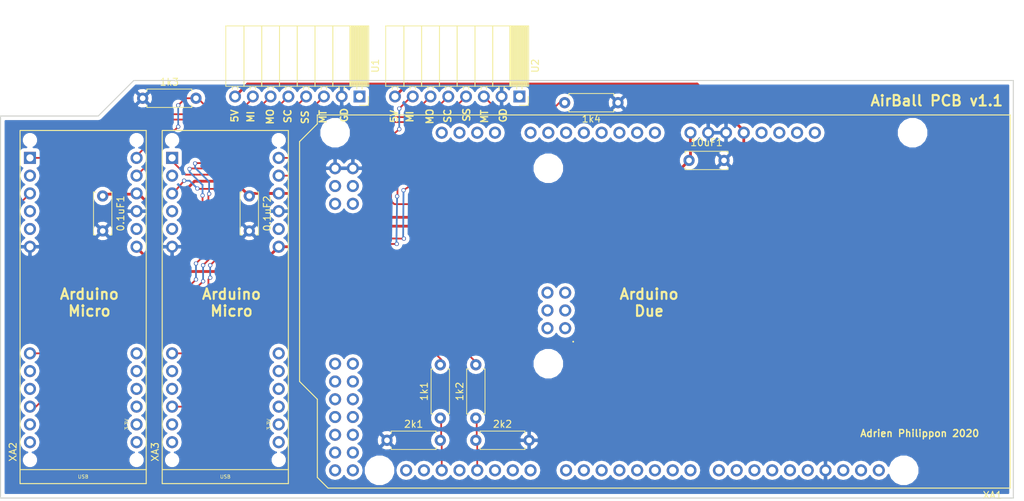
<source format=kicad_pcb>
(kicad_pcb (version 4) (host pcbnew 4.0.7)

  (general
    (links 44)
    (no_connects 0)
    (area 96.444999 68.330285 243.148201 140.4686)
    (thickness 1.6)
    (drawings 26)
    (tracks 201)
    (zones 0)
    (modules 14)
    (nets 18)
  )

  (page A4)
  (layers
    (0 F.Cu signal)
    (31 B.Cu signal)
    (32 B.Adhes user)
    (33 F.Adhes user)
    (34 B.Paste user)
    (35 F.Paste user)
    (36 B.SilkS user)
    (37 F.SilkS user)
    (38 B.Mask user)
    (39 F.Mask user)
    (40 Dwgs.User user)
    (41 Cmts.User user)
    (42 Eco1.User user)
    (43 Eco2.User user)
    (44 Edge.Cuts user)
    (45 Margin user)
    (46 B.CrtYd user)
    (47 F.CrtYd user)
    (48 B.Fab user)
    (49 F.Fab user)
  )

  (setup
    (last_trace_width 0.25)
    (trace_clearance 0.2)
    (zone_clearance 0.508)
    (zone_45_only no)
    (trace_min 0.2)
    (segment_width 0.2)
    (edge_width 0.15)
    (via_size 0.6)
    (via_drill 0.4)
    (via_min_size 0.4)
    (via_min_drill 0.3)
    (uvia_size 0.3)
    (uvia_drill 0.1)
    (uvias_allowed no)
    (uvia_min_size 0.2)
    (uvia_min_drill 0.1)
    (pcb_text_width 0.3)
    (pcb_text_size 1.5 1.5)
    (mod_edge_width 0.15)
    (mod_text_size 1 1)
    (mod_text_width 0.15)
    (pad_size 1.524 1.524)
    (pad_drill 0.762)
    (pad_to_mask_clearance 0.2)
    (aux_axis_origin 0 0)
    (visible_elements 7FFFFFFF)
    (pcbplotparams
      (layerselection 0x00030_80000001)
      (usegerberextensions false)
      (excludeedgelayer true)
      (linewidth 0.100000)
      (plotframeref false)
      (viasonmask false)
      (mode 1)
      (useauxorigin false)
      (hpglpennumber 1)
      (hpglpenspeed 20)
      (hpglpendiameter 15)
      (hpglpenoverlay 2)
      (psnegative false)
      (psa4output false)
      (plotreference true)
      (plotvalue true)
      (plotinvisibletext false)
      (padsonsilk false)
      (subtractmaskfromsilk false)
      (outputformat 1)
      (mirror false)
      (drillshape 1)
      (scaleselection 1)
      (outputdirectory ""))
  )

  (net 0 "")
  (net 1 "Net-(1k1-Pad1)")
  (net 2 /TX_MICRO_1)
  (net 3 "Net-(1k2-Pad1)")
  (net 4 /TX_MICRO_2)
  (net 5 GND)
  (net 6 +12V)
  (net 7 /MT_1)
  (net 8 /SS_1)
  (net 9 /SC_1)
  (net 10 /MO_1)
  (net 11 +5V)
  (net 12 /MT_2)
  (net 13 /SS_2)
  (net 14 /SC_2)
  (net 15 /MO_2)
  (net 16 /MI_1)
  (net 17 /MI_2)

  (net_class Default "This is the default net class."
    (clearance 0.2)
    (trace_width 0.25)
    (via_dia 0.6)
    (via_drill 0.4)
    (uvia_dia 0.3)
    (uvia_drill 0.1)
    (add_net /MI_1)
    (add_net /MI_2)
    (add_net /MO_1)
    (add_net /MO_2)
    (add_net /MT_1)
    (add_net /MT_2)
    (add_net /SC_1)
    (add_net /SC_2)
    (add_net /SS_1)
    (add_net /SS_2)
    (add_net /TX_MICRO_1)
    (add_net /TX_MICRO_2)
    (add_net GND)
    (add_net "Net-(1k1-Pad1)")
    (add_net "Net-(1k2-Pad1)")
  )

  (net_class Power ""
    (clearance 0.3)
    (trace_width 0.4)
    (via_dia 0.6)
    (via_drill 0.4)
    (uvia_dia 0.3)
    (uvia_drill 0.1)
    (add_net +12V)
    (add_net +5V)
  )

  (module arduino:Arduino_Due_Shield (layer F.Cu) (tedit 5DD81B4B) (tstamp 5DD8129D)
    (at 240.8682 84.9376 180)
    (descr https://store.arduino.cc/arduino-due)
    (path /5DD80AF1)
    (fp_text reference XA1 (at 2.54 -54.356 180) (layer F.SilkS)
      (effects (font (size 1 1) (thickness 0.15)))
    )
    (fp_text value Arduino_Due_Shield (at 15.494 -54.356 180) (layer F.Fab)
      (effects (font (size 1 1) (thickness 0.15)))
    )
    (fp_text user . (at 62.484 -32.004 180) (layer F.SilkS)
      (effects (font (size 1 1) (thickness 0.15)))
    )
    (fp_line (start 11.43 -12.065) (end 11.43 -3.175) (layer B.CrtYd) (width 0.15))
    (fp_line (start -1.905 -3.175) (end 11.43 -3.175) (layer B.CrtYd) (width 0.15))
    (fp_line (start -1.905 -12.065) (end -1.905 -3.175) (layer B.CrtYd) (width 0.15))
    (fp_line (start -1.905 -12.065) (end 11.43 -12.065) (layer B.CrtYd) (width 0.15))
    (fp_line (start 0 -53.34) (end 0 0) (layer F.SilkS) (width 0.15))
    (fp_line (start 99.06 -40.64) (end 99.06 -51.816) (layer F.SilkS) (width 0.15))
    (fp_line (start 101.6 -38.1) (end 99.06 -40.64) (layer F.SilkS) (width 0.15))
    (fp_line (start 101.6 -3.81) (end 101.6 -38.1) (layer F.SilkS) (width 0.15))
    (fp_line (start 99.06 -1.27) (end 101.6 -3.81) (layer F.SilkS) (width 0.15))
    (fp_line (start 99.06 0) (end 99.06 -1.27) (layer F.SilkS) (width 0.15))
    (fp_line (start 97.536 -53.34) (end 99.06 -51.816) (layer F.SilkS) (width 0.15))
    (fp_line (start 0 0) (end 99.06 0) (layer F.SilkS) (width 0.15))
    (fp_line (start 0 -53.34) (end 97.536 -53.34) (layer F.SilkS) (width 0.15))
    (pad RST2 thru_hole oval (at 63.627 -25.4 180) (size 1.7272 1.7272) (drill 1.016) (layers *.Cu *.Mask))
    (pad GND4 thru_hole oval (at 66.167 -25.4 180) (size 1.7272 1.7272) (drill 1.016) (layers *.Cu *.Mask))
    (pad MOSI thru_hole oval (at 66.167 -27.94 180) (size 1.7272 1.7272) (drill 1.016) (layers *.Cu *.Mask))
    (pad SCK thru_hole oval (at 63.627 -27.94 180) (size 1.7272 1.7272) (drill 1.016) (layers *.Cu *.Mask))
    (pad 5V2 thru_hole oval (at 66.167 -30.48 180) (size 1.7272 1.7272) (drill 1.016) (layers *.Cu *.Mask))
    (pad A0 thru_hole oval (at 50.8 -2.54 180) (size 1.7272 1.7272) (drill 1.016) (layers *.Cu *.Mask))
    (pad VIN thru_hole oval (at 45.72 -2.54 180) (size 1.7272 1.7272) (drill 1.016) (layers *.Cu *.Mask)
      (net 6 +12V))
    (pad GND3 thru_hole oval (at 43.18 -2.54 180) (size 1.7272 1.7272) (drill 1.016) (layers *.Cu *.Mask)
      (net 5 GND))
    (pad GND2 thru_hole oval (at 40.64 -2.54 180) (size 1.7272 1.7272) (drill 1.016) (layers *.Cu *.Mask)
      (net 5 GND))
    (pad 5V1 thru_hole oval (at 38.1 -2.54 180) (size 1.7272 1.7272) (drill 1.016) (layers *.Cu *.Mask)
      (net 11 +5V))
    (pad 3V3 thru_hole oval (at 35.56 -2.54 180) (size 1.7272 1.7272) (drill 1.016) (layers *.Cu *.Mask))
    (pad RST1 thru_hole oval (at 33.02 -2.54 180) (size 1.7272 1.7272) (drill 1.016) (layers *.Cu *.Mask))
    (pad IORF thru_hole oval (at 30.48 -2.54 180) (size 1.7272 1.7272) (drill 1.016) (layers *.Cu *.Mask))
    (pad D21 thru_hole oval (at 86.36 -50.8 180) (size 1.7272 1.7272) (drill 1.016) (layers *.Cu *.Mask))
    (pad D20 thru_hole oval (at 83.82 -50.8 180) (size 1.7272 1.7272) (drill 1.016) (layers *.Cu *.Mask))
    (pad D19 thru_hole oval (at 81.28 -50.8 180) (size 1.7272 1.7272) (drill 1.016) (layers *.Cu *.Mask)
      (net 1 "Net-(1k1-Pad1)"))
    (pad D18 thru_hole oval (at 78.74 -50.8 180) (size 1.7272 1.7272) (drill 1.016) (layers *.Cu *.Mask))
    (pad D17 thru_hole oval (at 76.2 -50.8 180) (size 1.7272 1.7272) (drill 1.016) (layers *.Cu *.Mask)
      (net 3 "Net-(1k2-Pad1)"))
    (pad D16 thru_hole oval (at 73.66 -50.8 180) (size 1.7272 1.7272) (drill 1.016) (layers *.Cu *.Mask))
    (pad D15 thru_hole oval (at 71.12 -50.8 180) (size 1.7272 1.7272) (drill 1.016) (layers *.Cu *.Mask))
    (pad D14 thru_hole oval (at 68.58 -50.8 180) (size 1.7272 1.7272) (drill 1.016) (layers *.Cu *.Mask))
    (pad D0 thru_hole oval (at 63.5 -50.8 180) (size 1.7272 1.7272) (drill 1.016) (layers *.Cu *.Mask))
    (pad D1 thru_hole oval (at 60.96 -50.8 180) (size 1.7272 1.7272) (drill 1.016) (layers *.Cu *.Mask))
    (pad D2 thru_hole oval (at 58.42 -50.8 180) (size 1.7272 1.7272) (drill 1.016) (layers *.Cu *.Mask))
    (pad D3 thru_hole oval (at 55.88 -50.8 180) (size 1.7272 1.7272) (drill 1.016) (layers *.Cu *.Mask))
    (pad D4 thru_hole oval (at 53.34 -50.8 180) (size 1.7272 1.7272) (drill 1.016) (layers *.Cu *.Mask))
    (pad D5 thru_hole oval (at 50.8 -50.8 180) (size 1.7272 1.7272) (drill 1.016) (layers *.Cu *.Mask))
    (pad D6 thru_hole oval (at 48.26 -50.8 180) (size 1.7272 1.7272) (drill 1.016) (layers *.Cu *.Mask))
    (pad D7 thru_hole oval (at 45.72 -50.8 180) (size 1.7272 1.7272) (drill 1.016) (layers *.Cu *.Mask))
    (pad GND1 thru_hole oval (at 26.416 -50.8 180) (size 1.7272 1.7272) (drill 1.016) (layers *.Cu *.Mask)
      (net 5 GND))
    (pad D8 thru_hole oval (at 41.656 -50.8 180) (size 1.7272 1.7272) (drill 1.016) (layers *.Cu *.Mask))
    (pad D9 thru_hole oval (at 39.116 -50.8 180) (size 1.7272 1.7272) (drill 1.016) (layers *.Cu *.Mask))
    (pad D10 thru_hole oval (at 36.576 -50.8 180) (size 1.7272 1.7272) (drill 1.016) (layers *.Cu *.Mask))
    (pad "" np_thru_hole circle (at 66.04 -7.62 180) (size 3.2 3.2) (drill 3.2) (layers *.Cu *.Mask))
    (pad "" np_thru_hole circle (at 66.04 -35.56 180) (size 3.2 3.2) (drill 3.2) (layers *.Cu *.Mask))
    (pad "" np_thru_hole circle (at 90.17 -50.8 180) (size 3.2 3.2) (drill 3.2) (layers *.Cu *.Mask))
    (pad "" np_thru_hole circle (at 15.24 -50.8 180) (size 3.2 3.2) (drill 3.2) (layers *.Cu *.Mask))
    (pad "" np_thru_hole circle (at 96.52 -2.54 180) (size 3.2 3.2) (drill 3.2) (layers *.Cu *.Mask))
    (pad "" np_thru_hole circle (at 13.97 -2.54 180) (size 3.2 3.2) (drill 3.2) (layers *.Cu *.Mask))
    (pad SCL1 thru_hole oval (at 18.796 -50.8 180) (size 1.7272 1.7272) (drill 1.016) (layers *.Cu *.Mask))
    (pad SDA1 thru_hole oval (at 21.336 -50.8 180) (size 1.7272 1.7272) (drill 1.016) (layers *.Cu *.Mask))
    (pad AREF thru_hole oval (at 23.876 -50.8 180) (size 1.7272 1.7272) (drill 1.016) (layers *.Cu *.Mask))
    (pad D13 thru_hole oval (at 28.956 -50.8 180) (size 1.7272 1.7272) (drill 1.016) (layers *.Cu *.Mask))
    (pad D12 thru_hole oval (at 31.496 -50.8 180) (size 1.7272 1.7272) (drill 1.016) (layers *.Cu *.Mask))
    (pad D11 thru_hole oval (at 34.036 -50.8 180) (size 1.7272 1.7272) (drill 1.016) (layers *.Cu *.Mask))
    (pad "" thru_hole oval (at 27.94 -2.54 180) (size 1.7272 1.7272) (drill 1.016) (layers *.Cu *.Mask))
    (pad A1 thru_hole oval (at 53.34 -2.54 180) (size 1.7272 1.7272) (drill 1.016) (layers *.Cu *.Mask))
    (pad A2 thru_hole oval (at 55.88 -2.54 180) (size 1.7272 1.7272) (drill 1.016) (layers *.Cu *.Mask))
    (pad A3 thru_hole oval (at 58.42 -2.54 180) (size 1.7272 1.7272) (drill 1.016) (layers *.Cu *.Mask))
    (pad A4 thru_hole oval (at 60.96 -2.54 180) (size 1.7272 1.7272) (drill 1.016) (layers *.Cu *.Mask))
    (pad A5 thru_hole oval (at 63.5 -2.54 180) (size 1.7272 1.7272) (drill 1.016) (layers *.Cu *.Mask))
    (pad A6 thru_hole oval (at 66.04 -2.54 180) (size 1.7272 1.7272) (drill 1.016) (layers *.Cu *.Mask))
    (pad A7 thru_hole oval (at 68.58 -2.54 180) (size 1.7272 1.7272) (drill 1.016) (layers *.Cu *.Mask))
    (pad A8 thru_hole oval (at 73.66 -2.54 180) (size 1.7272 1.7272) (drill 1.016) (layers *.Cu *.Mask))
    (pad A9 thru_hole oval (at 76.2 -2.54 180) (size 1.7272 1.7272) (drill 1.016) (layers *.Cu *.Mask))
    (pad A10 thru_hole oval (at 78.74 -2.54 180) (size 1.7272 1.7272) (drill 1.016) (layers *.Cu *.Mask))
    (pad A11 thru_hole oval (at 81.28 -2.54 180) (size 1.7272 1.7272) (drill 1.016) (layers *.Cu *.Mask))
    (pad 5V3 thru_hole oval (at 93.98 -50.8 180) (size 1.7272 1.7272) (drill 1.016) (layers *.Cu *.Mask))
    (pad 5V4 thru_hole oval (at 96.52 -50.8 180) (size 1.7272 1.7272) (drill 1.016) (layers *.Cu *.Mask))
    (pad D22 thru_hole oval (at 93.98 -48.26 180) (size 1.7272 1.7272) (drill 1.016) (layers *.Cu *.Mask))
    (pad D23 thru_hole oval (at 96.52 -48.26 180) (size 1.7272 1.7272) (drill 1.016) (layers *.Cu *.Mask))
    (pad D24 thru_hole oval (at 93.98 -45.72 180) (size 1.7272 1.7272) (drill 1.016) (layers *.Cu *.Mask))
    (pad D25 thru_hole oval (at 96.52 -45.72 180) (size 1.7272 1.7272) (drill 1.016) (layers *.Cu *.Mask))
    (pad D26 thru_hole oval (at 93.98 -43.18 180) (size 1.7272 1.7272) (drill 1.016) (layers *.Cu *.Mask))
    (pad D27 thru_hole oval (at 96.52 -43.18 180) (size 1.7272 1.7272) (drill 1.016) (layers *.Cu *.Mask))
    (pad D28 thru_hole oval (at 93.98 -40.64 180) (size 1.7272 1.7272) (drill 1.016) (layers *.Cu *.Mask))
    (pad D29 thru_hole oval (at 96.52 -40.64 180) (size 1.7272 1.7272) (drill 1.016) (layers *.Cu *.Mask))
    (pad D30 thru_hole oval (at 93.98 -38.1 180) (size 1.7272 1.7272) (drill 1.016) (layers *.Cu *.Mask))
    (pad D31 thru_hole oval (at 96.52 -38.1 180) (size 1.7272 1.7272) (drill 1.016) (layers *.Cu *.Mask))
    (pad D32 thru_hole oval (at 93.98 -35.56 180) (size 1.7272 1.7272) (drill 1.016) (layers *.Cu *.Mask))
    (pad D33 thru_hole oval (at 96.52 -35.56 180) (size 1.7272 1.7272) (drill 1.016) (layers *.Cu *.Mask))
    (pad D50 thru_hole oval (at 93.98 -12.7 180) (size 1.7272 1.7272) (drill 1.016) (layers *.Cu *.Mask))
    (pad D51 thru_hole oval (at 96.52 -12.7 180) (size 1.7272 1.7272) (drill 1.016) (layers *.Cu *.Mask))
    (pad D52 thru_hole oval (at 93.98 -10.16 180) (size 1.7272 1.7272) (drill 1.016) (layers *.Cu *.Mask))
    (pad D53 thru_hole oval (at 96.52 -10.16 180) (size 1.7272 1.7272) (drill 1.016) (layers *.Cu *.Mask))
    (pad GND5 thru_hole oval (at 93.98 -7.62 180) (size 1.7272 1.7272) (drill 1.016) (layers *.Cu *.Mask)
      (net 5 GND))
    (pad GND6 thru_hole oval (at 96.52 -7.62 180) (size 1.7272 1.7272) (drill 1.016) (layers *.Cu *.Mask)
      (net 5 GND))
    (pad MISO thru_hole oval (at 63.627 -30.48 180) (size 1.7272 1.7272) (drill 1.016) (layers *.Cu *.Mask))
  )

  (module Socket_Strips:Socket_Strip_Angled_1x08_Pitch2.54mm (layer F.Cu) (tedit 58CD5446) (tstamp 5DD824A3)
    (at 147.828 82.296 270)
    (descr "Through hole angled socket strip, 1x08, 2.54mm pitch, 8.51mm socket length, single row")
    (tags "Through hole angled socket strip THT 1x08 2.54mm single row")
    (path /5DD80A3D)
    (fp_text reference U1 (at -4.38 -2.27 270) (layer F.SilkS)
      (effects (font (size 1 1) (thickness 0.15)))
    )
    (fp_text value PWM3360_Motion_Sensor (at -4.38 20.05 270) (layer F.Fab)
      (effects (font (size 1 1) (thickness 0.15)))
    )
    (fp_line (start -1.52 -1.27) (end -1.52 1.27) (layer F.Fab) (width 0.1))
    (fp_line (start -1.52 1.27) (end -10.03 1.27) (layer F.Fab) (width 0.1))
    (fp_line (start -10.03 1.27) (end -10.03 -1.27) (layer F.Fab) (width 0.1))
    (fp_line (start -10.03 -1.27) (end -1.52 -1.27) (layer F.Fab) (width 0.1))
    (fp_line (start 0 -0.32) (end 0 0.32) (layer F.Fab) (width 0.1))
    (fp_line (start 0 0.32) (end -1.52 0.32) (layer F.Fab) (width 0.1))
    (fp_line (start -1.52 0.32) (end -1.52 -0.32) (layer F.Fab) (width 0.1))
    (fp_line (start -1.52 -0.32) (end 0 -0.32) (layer F.Fab) (width 0.1))
    (fp_line (start -1.52 1.27) (end -1.52 3.81) (layer F.Fab) (width 0.1))
    (fp_line (start -1.52 3.81) (end -10.03 3.81) (layer F.Fab) (width 0.1))
    (fp_line (start -10.03 3.81) (end -10.03 1.27) (layer F.Fab) (width 0.1))
    (fp_line (start -10.03 1.27) (end -1.52 1.27) (layer F.Fab) (width 0.1))
    (fp_line (start 0 2.22) (end 0 2.86) (layer F.Fab) (width 0.1))
    (fp_line (start 0 2.86) (end -1.52 2.86) (layer F.Fab) (width 0.1))
    (fp_line (start -1.52 2.86) (end -1.52 2.22) (layer F.Fab) (width 0.1))
    (fp_line (start -1.52 2.22) (end 0 2.22) (layer F.Fab) (width 0.1))
    (fp_line (start -1.52 3.81) (end -1.52 6.35) (layer F.Fab) (width 0.1))
    (fp_line (start -1.52 6.35) (end -10.03 6.35) (layer F.Fab) (width 0.1))
    (fp_line (start -10.03 6.35) (end -10.03 3.81) (layer F.Fab) (width 0.1))
    (fp_line (start -10.03 3.81) (end -1.52 3.81) (layer F.Fab) (width 0.1))
    (fp_line (start 0 4.76) (end 0 5.4) (layer F.Fab) (width 0.1))
    (fp_line (start 0 5.4) (end -1.52 5.4) (layer F.Fab) (width 0.1))
    (fp_line (start -1.52 5.4) (end -1.52 4.76) (layer F.Fab) (width 0.1))
    (fp_line (start -1.52 4.76) (end 0 4.76) (layer F.Fab) (width 0.1))
    (fp_line (start -1.52 6.35) (end -1.52 8.89) (layer F.Fab) (width 0.1))
    (fp_line (start -1.52 8.89) (end -10.03 8.89) (layer F.Fab) (width 0.1))
    (fp_line (start -10.03 8.89) (end -10.03 6.35) (layer F.Fab) (width 0.1))
    (fp_line (start -10.03 6.35) (end -1.52 6.35) (layer F.Fab) (width 0.1))
    (fp_line (start 0 7.3) (end 0 7.94) (layer F.Fab) (width 0.1))
    (fp_line (start 0 7.94) (end -1.52 7.94) (layer F.Fab) (width 0.1))
    (fp_line (start -1.52 7.94) (end -1.52 7.3) (layer F.Fab) (width 0.1))
    (fp_line (start -1.52 7.3) (end 0 7.3) (layer F.Fab) (width 0.1))
    (fp_line (start -1.52 8.89) (end -1.52 11.43) (layer F.Fab) (width 0.1))
    (fp_line (start -1.52 11.43) (end -10.03 11.43) (layer F.Fab) (width 0.1))
    (fp_line (start -10.03 11.43) (end -10.03 8.89) (layer F.Fab) (width 0.1))
    (fp_line (start -10.03 8.89) (end -1.52 8.89) (layer F.Fab) (width 0.1))
    (fp_line (start 0 9.84) (end 0 10.48) (layer F.Fab) (width 0.1))
    (fp_line (start 0 10.48) (end -1.52 10.48) (layer F.Fab) (width 0.1))
    (fp_line (start -1.52 10.48) (end -1.52 9.84) (layer F.Fab) (width 0.1))
    (fp_line (start -1.52 9.84) (end 0 9.84) (layer F.Fab) (width 0.1))
    (fp_line (start -1.52 11.43) (end -1.52 13.97) (layer F.Fab) (width 0.1))
    (fp_line (start -1.52 13.97) (end -10.03 13.97) (layer F.Fab) (width 0.1))
    (fp_line (start -10.03 13.97) (end -10.03 11.43) (layer F.Fab) (width 0.1))
    (fp_line (start -10.03 11.43) (end -1.52 11.43) (layer F.Fab) (width 0.1))
    (fp_line (start 0 12.38) (end 0 13.02) (layer F.Fab) (width 0.1))
    (fp_line (start 0 13.02) (end -1.52 13.02) (layer F.Fab) (width 0.1))
    (fp_line (start -1.52 13.02) (end -1.52 12.38) (layer F.Fab) (width 0.1))
    (fp_line (start -1.52 12.38) (end 0 12.38) (layer F.Fab) (width 0.1))
    (fp_line (start -1.52 13.97) (end -1.52 16.51) (layer F.Fab) (width 0.1))
    (fp_line (start -1.52 16.51) (end -10.03 16.51) (layer F.Fab) (width 0.1))
    (fp_line (start -10.03 16.51) (end -10.03 13.97) (layer F.Fab) (width 0.1))
    (fp_line (start -10.03 13.97) (end -1.52 13.97) (layer F.Fab) (width 0.1))
    (fp_line (start 0 14.92) (end 0 15.56) (layer F.Fab) (width 0.1))
    (fp_line (start 0 15.56) (end -1.52 15.56) (layer F.Fab) (width 0.1))
    (fp_line (start -1.52 15.56) (end -1.52 14.92) (layer F.Fab) (width 0.1))
    (fp_line (start -1.52 14.92) (end 0 14.92) (layer F.Fab) (width 0.1))
    (fp_line (start -1.52 16.51) (end -1.52 19.05) (layer F.Fab) (width 0.1))
    (fp_line (start -1.52 19.05) (end -10.03 19.05) (layer F.Fab) (width 0.1))
    (fp_line (start -10.03 19.05) (end -10.03 16.51) (layer F.Fab) (width 0.1))
    (fp_line (start -10.03 16.51) (end -1.52 16.51) (layer F.Fab) (width 0.1))
    (fp_line (start 0 17.46) (end 0 18.1) (layer F.Fab) (width 0.1))
    (fp_line (start 0 18.1) (end -1.52 18.1) (layer F.Fab) (width 0.1))
    (fp_line (start -1.52 18.1) (end -1.52 17.46) (layer F.Fab) (width 0.1))
    (fp_line (start -1.52 17.46) (end 0 17.46) (layer F.Fab) (width 0.1))
    (fp_line (start -1.46 -1.33) (end -1.46 1.27) (layer F.SilkS) (width 0.12))
    (fp_line (start -1.46 1.27) (end -10.09 1.27) (layer F.SilkS) (width 0.12))
    (fp_line (start -10.09 1.27) (end -10.09 -1.33) (layer F.SilkS) (width 0.12))
    (fp_line (start -10.09 -1.33) (end -1.46 -1.33) (layer F.SilkS) (width 0.12))
    (fp_line (start -1.03 -0.38) (end -1.46 -0.38) (layer F.SilkS) (width 0.12))
    (fp_line (start -1.03 0.38) (end -1.46 0.38) (layer F.SilkS) (width 0.12))
    (fp_line (start -1.46 -1.15) (end -10.09 -1.15) (layer F.SilkS) (width 0.12))
    (fp_line (start -1.46 -1.03) (end -10.09 -1.03) (layer F.SilkS) (width 0.12))
    (fp_line (start -1.46 -0.91) (end -10.09 -0.91) (layer F.SilkS) (width 0.12))
    (fp_line (start -1.46 -0.79) (end -10.09 -0.79) (layer F.SilkS) (width 0.12))
    (fp_line (start -1.46 -0.67) (end -10.09 -0.67) (layer F.SilkS) (width 0.12))
    (fp_line (start -1.46 -0.55) (end -10.09 -0.55) (layer F.SilkS) (width 0.12))
    (fp_line (start -1.46 -0.43) (end -10.09 -0.43) (layer F.SilkS) (width 0.12))
    (fp_line (start -1.46 -0.31) (end -10.09 -0.31) (layer F.SilkS) (width 0.12))
    (fp_line (start -1.46 -0.19) (end -10.09 -0.19) (layer F.SilkS) (width 0.12))
    (fp_line (start -1.46 -0.07) (end -10.09 -0.07) (layer F.SilkS) (width 0.12))
    (fp_line (start -1.46 0.05) (end -10.09 0.05) (layer F.SilkS) (width 0.12))
    (fp_line (start -1.46 0.17) (end -10.09 0.17) (layer F.SilkS) (width 0.12))
    (fp_line (start -1.46 0.29) (end -10.09 0.29) (layer F.SilkS) (width 0.12))
    (fp_line (start -1.46 0.41) (end -10.09 0.41) (layer F.SilkS) (width 0.12))
    (fp_line (start -1.46 0.53) (end -10.09 0.53) (layer F.SilkS) (width 0.12))
    (fp_line (start -1.46 0.65) (end -10.09 0.65) (layer F.SilkS) (width 0.12))
    (fp_line (start -1.46 0.77) (end -10.09 0.77) (layer F.SilkS) (width 0.12))
    (fp_line (start -1.46 0.89) (end -10.09 0.89) (layer F.SilkS) (width 0.12))
    (fp_line (start -1.46 1.01) (end -10.09 1.01) (layer F.SilkS) (width 0.12))
    (fp_line (start -1.46 1.13) (end -10.09 1.13) (layer F.SilkS) (width 0.12))
    (fp_line (start -1.46 1.25) (end -10.09 1.25) (layer F.SilkS) (width 0.12))
    (fp_line (start -1.46 1.37) (end -10.09 1.37) (layer F.SilkS) (width 0.12))
    (fp_line (start -1.46 1.27) (end -1.46 3.81) (layer F.SilkS) (width 0.12))
    (fp_line (start -1.46 3.81) (end -10.09 3.81) (layer F.SilkS) (width 0.12))
    (fp_line (start -10.09 3.81) (end -10.09 1.27) (layer F.SilkS) (width 0.12))
    (fp_line (start -10.09 1.27) (end -1.46 1.27) (layer F.SilkS) (width 0.12))
    (fp_line (start -1.03 2.16) (end -1.46 2.16) (layer F.SilkS) (width 0.12))
    (fp_line (start -1.03 2.92) (end -1.46 2.92) (layer F.SilkS) (width 0.12))
    (fp_line (start -1.46 3.81) (end -1.46 6.35) (layer F.SilkS) (width 0.12))
    (fp_line (start -1.46 6.35) (end -10.09 6.35) (layer F.SilkS) (width 0.12))
    (fp_line (start -10.09 6.35) (end -10.09 3.81) (layer F.SilkS) (width 0.12))
    (fp_line (start -10.09 3.81) (end -1.46 3.81) (layer F.SilkS) (width 0.12))
    (fp_line (start -1.03 4.7) (end -1.46 4.7) (layer F.SilkS) (width 0.12))
    (fp_line (start -1.03 5.46) (end -1.46 5.46) (layer F.SilkS) (width 0.12))
    (fp_line (start -1.46 6.35) (end -1.46 8.89) (layer F.SilkS) (width 0.12))
    (fp_line (start -1.46 8.89) (end -10.09 8.89) (layer F.SilkS) (width 0.12))
    (fp_line (start -10.09 8.89) (end -10.09 6.35) (layer F.SilkS) (width 0.12))
    (fp_line (start -10.09 6.35) (end -1.46 6.35) (layer F.SilkS) (width 0.12))
    (fp_line (start -1.03 7.24) (end -1.46 7.24) (layer F.SilkS) (width 0.12))
    (fp_line (start -1.03 8) (end -1.46 8) (layer F.SilkS) (width 0.12))
    (fp_line (start -1.46 8.89) (end -1.46 11.43) (layer F.SilkS) (width 0.12))
    (fp_line (start -1.46 11.43) (end -10.09 11.43) (layer F.SilkS) (width 0.12))
    (fp_line (start -10.09 11.43) (end -10.09 8.89) (layer F.SilkS) (width 0.12))
    (fp_line (start -10.09 8.89) (end -1.46 8.89) (layer F.SilkS) (width 0.12))
    (fp_line (start -1.03 9.78) (end -1.46 9.78) (layer F.SilkS) (width 0.12))
    (fp_line (start -1.03 10.54) (end -1.46 10.54) (layer F.SilkS) (width 0.12))
    (fp_line (start -1.46 11.43) (end -1.46 13.97) (layer F.SilkS) (width 0.12))
    (fp_line (start -1.46 13.97) (end -10.09 13.97) (layer F.SilkS) (width 0.12))
    (fp_line (start -10.09 13.97) (end -10.09 11.43) (layer F.SilkS) (width 0.12))
    (fp_line (start -10.09 11.43) (end -1.46 11.43) (layer F.SilkS) (width 0.12))
    (fp_line (start -1.03 12.32) (end -1.46 12.32) (layer F.SilkS) (width 0.12))
    (fp_line (start -1.03 13.08) (end -1.46 13.08) (layer F.SilkS) (width 0.12))
    (fp_line (start -1.46 13.97) (end -1.46 16.51) (layer F.SilkS) (width 0.12))
    (fp_line (start -1.46 16.51) (end -10.09 16.51) (layer F.SilkS) (width 0.12))
    (fp_line (start -10.09 16.51) (end -10.09 13.97) (layer F.SilkS) (width 0.12))
    (fp_line (start -10.09 13.97) (end -1.46 13.97) (layer F.SilkS) (width 0.12))
    (fp_line (start -1.03 14.86) (end -1.46 14.86) (layer F.SilkS) (width 0.12))
    (fp_line (start -1.03 15.62) (end -1.46 15.62) (layer F.SilkS) (width 0.12))
    (fp_line (start -1.46 16.51) (end -1.46 19.11) (layer F.SilkS) (width 0.12))
    (fp_line (start -1.46 19.11) (end -10.09 19.11) (layer F.SilkS) (width 0.12))
    (fp_line (start -10.09 19.11) (end -10.09 16.51) (layer F.SilkS) (width 0.12))
    (fp_line (start -10.09 16.51) (end -1.46 16.51) (layer F.SilkS) (width 0.12))
    (fp_line (start -1.03 17.4) (end -1.46 17.4) (layer F.SilkS) (width 0.12))
    (fp_line (start -1.03 18.16) (end -1.46 18.16) (layer F.SilkS) (width 0.12))
    (fp_line (start 0 -1.27) (end 1.27 -1.27) (layer F.SilkS) (width 0.12))
    (fp_line (start 1.27 -1.27) (end 1.27 0) (layer F.SilkS) (width 0.12))
    (fp_line (start 1.8 -1.8) (end 1.8 19.55) (layer F.CrtYd) (width 0.05))
    (fp_line (start 1.8 19.55) (end -10.55 19.55) (layer F.CrtYd) (width 0.05))
    (fp_line (start -10.55 19.55) (end -10.55 -1.8) (layer F.CrtYd) (width 0.05))
    (fp_line (start -10.55 -1.8) (end 1.8 -1.8) (layer F.CrtYd) (width 0.05))
    (fp_text user %R (at -4.38 -2.27 270) (layer F.Fab)
      (effects (font (size 1 1) (thickness 0.15)))
    )
    (pad 1 thru_hole rect (at 0 0 270) (size 1.7 1.7) (drill 1) (layers *.Cu *.Mask))
    (pad 2 thru_hole oval (at 0 2.54 270) (size 1.7 1.7) (drill 1) (layers *.Cu *.Mask)
      (net 5 GND))
    (pad 3 thru_hole oval (at 0 5.08 270) (size 1.7 1.7) (drill 1) (layers *.Cu *.Mask)
      (net 7 /MT_1))
    (pad 4 thru_hole oval (at 0 7.62 270) (size 1.7 1.7) (drill 1) (layers *.Cu *.Mask)
      (net 8 /SS_1))
    (pad 5 thru_hole oval (at 0 10.16 270) (size 1.7 1.7) (drill 1) (layers *.Cu *.Mask)
      (net 9 /SC_1))
    (pad 6 thru_hole oval (at 0 12.7 270) (size 1.7 1.7) (drill 1) (layers *.Cu *.Mask)
      (net 10 /MO_1))
    (pad 7 thru_hole oval (at 0 15.24 270) (size 1.7 1.7) (drill 1) (layers *.Cu *.Mask)
      (net 16 /MI_1))
    (pad 8 thru_hole oval (at 0 17.78 270) (size 1.7 1.7) (drill 1) (layers *.Cu *.Mask)
      (net 11 +5V))
    (model ${KISYS3DMOD}/Socket_Strips.3dshapes/Socket_Strip_Angled_1x08_Pitch2.54mm.wrl
      (at (xyz 0 -0.35 0))
      (scale (xyz 1 1 1))
      (rotate (xyz 0 0 270))
    )
  )

  (module Socket_Strips:Socket_Strip_Angled_1x08_Pitch2.54mm (layer F.Cu) (tedit 58CD5446) (tstamp 5DD824AE)
    (at 170.688 82.296 270)
    (descr "Through hole angled socket strip, 1x08, 2.54mm pitch, 8.51mm socket length, single row")
    (tags "Through hole angled socket strip THT 1x08 2.54mm single row")
    (path /5DD80A74)
    (fp_text reference U2 (at -4.38 -2.27 270) (layer F.SilkS)
      (effects (font (size 1 1) (thickness 0.15)))
    )
    (fp_text value PWM3360_Motion_Sensor (at -4.38 20.05 270) (layer F.Fab)
      (effects (font (size 1 1) (thickness 0.15)))
    )
    (fp_line (start -1.52 -1.27) (end -1.52 1.27) (layer F.Fab) (width 0.1))
    (fp_line (start -1.52 1.27) (end -10.03 1.27) (layer F.Fab) (width 0.1))
    (fp_line (start -10.03 1.27) (end -10.03 -1.27) (layer F.Fab) (width 0.1))
    (fp_line (start -10.03 -1.27) (end -1.52 -1.27) (layer F.Fab) (width 0.1))
    (fp_line (start 0 -0.32) (end 0 0.32) (layer F.Fab) (width 0.1))
    (fp_line (start 0 0.32) (end -1.52 0.32) (layer F.Fab) (width 0.1))
    (fp_line (start -1.52 0.32) (end -1.52 -0.32) (layer F.Fab) (width 0.1))
    (fp_line (start -1.52 -0.32) (end 0 -0.32) (layer F.Fab) (width 0.1))
    (fp_line (start -1.52 1.27) (end -1.52 3.81) (layer F.Fab) (width 0.1))
    (fp_line (start -1.52 3.81) (end -10.03 3.81) (layer F.Fab) (width 0.1))
    (fp_line (start -10.03 3.81) (end -10.03 1.27) (layer F.Fab) (width 0.1))
    (fp_line (start -10.03 1.27) (end -1.52 1.27) (layer F.Fab) (width 0.1))
    (fp_line (start 0 2.22) (end 0 2.86) (layer F.Fab) (width 0.1))
    (fp_line (start 0 2.86) (end -1.52 2.86) (layer F.Fab) (width 0.1))
    (fp_line (start -1.52 2.86) (end -1.52 2.22) (layer F.Fab) (width 0.1))
    (fp_line (start -1.52 2.22) (end 0 2.22) (layer F.Fab) (width 0.1))
    (fp_line (start -1.52 3.81) (end -1.52 6.35) (layer F.Fab) (width 0.1))
    (fp_line (start -1.52 6.35) (end -10.03 6.35) (layer F.Fab) (width 0.1))
    (fp_line (start -10.03 6.35) (end -10.03 3.81) (layer F.Fab) (width 0.1))
    (fp_line (start -10.03 3.81) (end -1.52 3.81) (layer F.Fab) (width 0.1))
    (fp_line (start 0 4.76) (end 0 5.4) (layer F.Fab) (width 0.1))
    (fp_line (start 0 5.4) (end -1.52 5.4) (layer F.Fab) (width 0.1))
    (fp_line (start -1.52 5.4) (end -1.52 4.76) (layer F.Fab) (width 0.1))
    (fp_line (start -1.52 4.76) (end 0 4.76) (layer F.Fab) (width 0.1))
    (fp_line (start -1.52 6.35) (end -1.52 8.89) (layer F.Fab) (width 0.1))
    (fp_line (start -1.52 8.89) (end -10.03 8.89) (layer F.Fab) (width 0.1))
    (fp_line (start -10.03 8.89) (end -10.03 6.35) (layer F.Fab) (width 0.1))
    (fp_line (start -10.03 6.35) (end -1.52 6.35) (layer F.Fab) (width 0.1))
    (fp_line (start 0 7.3) (end 0 7.94) (layer F.Fab) (width 0.1))
    (fp_line (start 0 7.94) (end -1.52 7.94) (layer F.Fab) (width 0.1))
    (fp_line (start -1.52 7.94) (end -1.52 7.3) (layer F.Fab) (width 0.1))
    (fp_line (start -1.52 7.3) (end 0 7.3) (layer F.Fab) (width 0.1))
    (fp_line (start -1.52 8.89) (end -1.52 11.43) (layer F.Fab) (width 0.1))
    (fp_line (start -1.52 11.43) (end -10.03 11.43) (layer F.Fab) (width 0.1))
    (fp_line (start -10.03 11.43) (end -10.03 8.89) (layer F.Fab) (width 0.1))
    (fp_line (start -10.03 8.89) (end -1.52 8.89) (layer F.Fab) (width 0.1))
    (fp_line (start 0 9.84) (end 0 10.48) (layer F.Fab) (width 0.1))
    (fp_line (start 0 10.48) (end -1.52 10.48) (layer F.Fab) (width 0.1))
    (fp_line (start -1.52 10.48) (end -1.52 9.84) (layer F.Fab) (width 0.1))
    (fp_line (start -1.52 9.84) (end 0 9.84) (layer F.Fab) (width 0.1))
    (fp_line (start -1.52 11.43) (end -1.52 13.97) (layer F.Fab) (width 0.1))
    (fp_line (start -1.52 13.97) (end -10.03 13.97) (layer F.Fab) (width 0.1))
    (fp_line (start -10.03 13.97) (end -10.03 11.43) (layer F.Fab) (width 0.1))
    (fp_line (start -10.03 11.43) (end -1.52 11.43) (layer F.Fab) (width 0.1))
    (fp_line (start 0 12.38) (end 0 13.02) (layer F.Fab) (width 0.1))
    (fp_line (start 0 13.02) (end -1.52 13.02) (layer F.Fab) (width 0.1))
    (fp_line (start -1.52 13.02) (end -1.52 12.38) (layer F.Fab) (width 0.1))
    (fp_line (start -1.52 12.38) (end 0 12.38) (layer F.Fab) (width 0.1))
    (fp_line (start -1.52 13.97) (end -1.52 16.51) (layer F.Fab) (width 0.1))
    (fp_line (start -1.52 16.51) (end -10.03 16.51) (layer F.Fab) (width 0.1))
    (fp_line (start -10.03 16.51) (end -10.03 13.97) (layer F.Fab) (width 0.1))
    (fp_line (start -10.03 13.97) (end -1.52 13.97) (layer F.Fab) (width 0.1))
    (fp_line (start 0 14.92) (end 0 15.56) (layer F.Fab) (width 0.1))
    (fp_line (start 0 15.56) (end -1.52 15.56) (layer F.Fab) (width 0.1))
    (fp_line (start -1.52 15.56) (end -1.52 14.92) (layer F.Fab) (width 0.1))
    (fp_line (start -1.52 14.92) (end 0 14.92) (layer F.Fab) (width 0.1))
    (fp_line (start -1.52 16.51) (end -1.52 19.05) (layer F.Fab) (width 0.1))
    (fp_line (start -1.52 19.05) (end -10.03 19.05) (layer F.Fab) (width 0.1))
    (fp_line (start -10.03 19.05) (end -10.03 16.51) (layer F.Fab) (width 0.1))
    (fp_line (start -10.03 16.51) (end -1.52 16.51) (layer F.Fab) (width 0.1))
    (fp_line (start 0 17.46) (end 0 18.1) (layer F.Fab) (width 0.1))
    (fp_line (start 0 18.1) (end -1.52 18.1) (layer F.Fab) (width 0.1))
    (fp_line (start -1.52 18.1) (end -1.52 17.46) (layer F.Fab) (width 0.1))
    (fp_line (start -1.52 17.46) (end 0 17.46) (layer F.Fab) (width 0.1))
    (fp_line (start -1.46 -1.33) (end -1.46 1.27) (layer F.SilkS) (width 0.12))
    (fp_line (start -1.46 1.27) (end -10.09 1.27) (layer F.SilkS) (width 0.12))
    (fp_line (start -10.09 1.27) (end -10.09 -1.33) (layer F.SilkS) (width 0.12))
    (fp_line (start -10.09 -1.33) (end -1.46 -1.33) (layer F.SilkS) (width 0.12))
    (fp_line (start -1.03 -0.38) (end -1.46 -0.38) (layer F.SilkS) (width 0.12))
    (fp_line (start -1.03 0.38) (end -1.46 0.38) (layer F.SilkS) (width 0.12))
    (fp_line (start -1.46 -1.15) (end -10.09 -1.15) (layer F.SilkS) (width 0.12))
    (fp_line (start -1.46 -1.03) (end -10.09 -1.03) (layer F.SilkS) (width 0.12))
    (fp_line (start -1.46 -0.91) (end -10.09 -0.91) (layer F.SilkS) (width 0.12))
    (fp_line (start -1.46 -0.79) (end -10.09 -0.79) (layer F.SilkS) (width 0.12))
    (fp_line (start -1.46 -0.67) (end -10.09 -0.67) (layer F.SilkS) (width 0.12))
    (fp_line (start -1.46 -0.55) (end -10.09 -0.55) (layer F.SilkS) (width 0.12))
    (fp_line (start -1.46 -0.43) (end -10.09 -0.43) (layer F.SilkS) (width 0.12))
    (fp_line (start -1.46 -0.31) (end -10.09 -0.31) (layer F.SilkS) (width 0.12))
    (fp_line (start -1.46 -0.19) (end -10.09 -0.19) (layer F.SilkS) (width 0.12))
    (fp_line (start -1.46 -0.07) (end -10.09 -0.07) (layer F.SilkS) (width 0.12))
    (fp_line (start -1.46 0.05) (end -10.09 0.05) (layer F.SilkS) (width 0.12))
    (fp_line (start -1.46 0.17) (end -10.09 0.17) (layer F.SilkS) (width 0.12))
    (fp_line (start -1.46 0.29) (end -10.09 0.29) (layer F.SilkS) (width 0.12))
    (fp_line (start -1.46 0.41) (end -10.09 0.41) (layer F.SilkS) (width 0.12))
    (fp_line (start -1.46 0.53) (end -10.09 0.53) (layer F.SilkS) (width 0.12))
    (fp_line (start -1.46 0.65) (end -10.09 0.65) (layer F.SilkS) (width 0.12))
    (fp_line (start -1.46 0.77) (end -10.09 0.77) (layer F.SilkS) (width 0.12))
    (fp_line (start -1.46 0.89) (end -10.09 0.89) (layer F.SilkS) (width 0.12))
    (fp_line (start -1.46 1.01) (end -10.09 1.01) (layer F.SilkS) (width 0.12))
    (fp_line (start -1.46 1.13) (end -10.09 1.13) (layer F.SilkS) (width 0.12))
    (fp_line (start -1.46 1.25) (end -10.09 1.25) (layer F.SilkS) (width 0.12))
    (fp_line (start -1.46 1.37) (end -10.09 1.37) (layer F.SilkS) (width 0.12))
    (fp_line (start -1.46 1.27) (end -1.46 3.81) (layer F.SilkS) (width 0.12))
    (fp_line (start -1.46 3.81) (end -10.09 3.81) (layer F.SilkS) (width 0.12))
    (fp_line (start -10.09 3.81) (end -10.09 1.27) (layer F.SilkS) (width 0.12))
    (fp_line (start -10.09 1.27) (end -1.46 1.27) (layer F.SilkS) (width 0.12))
    (fp_line (start -1.03 2.16) (end -1.46 2.16) (layer F.SilkS) (width 0.12))
    (fp_line (start -1.03 2.92) (end -1.46 2.92) (layer F.SilkS) (width 0.12))
    (fp_line (start -1.46 3.81) (end -1.46 6.35) (layer F.SilkS) (width 0.12))
    (fp_line (start -1.46 6.35) (end -10.09 6.35) (layer F.SilkS) (width 0.12))
    (fp_line (start -10.09 6.35) (end -10.09 3.81) (layer F.SilkS) (width 0.12))
    (fp_line (start -10.09 3.81) (end -1.46 3.81) (layer F.SilkS) (width 0.12))
    (fp_line (start -1.03 4.7) (end -1.46 4.7) (layer F.SilkS) (width 0.12))
    (fp_line (start -1.03 5.46) (end -1.46 5.46) (layer F.SilkS) (width 0.12))
    (fp_line (start -1.46 6.35) (end -1.46 8.89) (layer F.SilkS) (width 0.12))
    (fp_line (start -1.46 8.89) (end -10.09 8.89) (layer F.SilkS) (width 0.12))
    (fp_line (start -10.09 8.89) (end -10.09 6.35) (layer F.SilkS) (width 0.12))
    (fp_line (start -10.09 6.35) (end -1.46 6.35) (layer F.SilkS) (width 0.12))
    (fp_line (start -1.03 7.24) (end -1.46 7.24) (layer F.SilkS) (width 0.12))
    (fp_line (start -1.03 8) (end -1.46 8) (layer F.SilkS) (width 0.12))
    (fp_line (start -1.46 8.89) (end -1.46 11.43) (layer F.SilkS) (width 0.12))
    (fp_line (start -1.46 11.43) (end -10.09 11.43) (layer F.SilkS) (width 0.12))
    (fp_line (start -10.09 11.43) (end -10.09 8.89) (layer F.SilkS) (width 0.12))
    (fp_line (start -10.09 8.89) (end -1.46 8.89) (layer F.SilkS) (width 0.12))
    (fp_line (start -1.03 9.78) (end -1.46 9.78) (layer F.SilkS) (width 0.12))
    (fp_line (start -1.03 10.54) (end -1.46 10.54) (layer F.SilkS) (width 0.12))
    (fp_line (start -1.46 11.43) (end -1.46 13.97) (layer F.SilkS) (width 0.12))
    (fp_line (start -1.46 13.97) (end -10.09 13.97) (layer F.SilkS) (width 0.12))
    (fp_line (start -10.09 13.97) (end -10.09 11.43) (layer F.SilkS) (width 0.12))
    (fp_line (start -10.09 11.43) (end -1.46 11.43) (layer F.SilkS) (width 0.12))
    (fp_line (start -1.03 12.32) (end -1.46 12.32) (layer F.SilkS) (width 0.12))
    (fp_line (start -1.03 13.08) (end -1.46 13.08) (layer F.SilkS) (width 0.12))
    (fp_line (start -1.46 13.97) (end -1.46 16.51) (layer F.SilkS) (width 0.12))
    (fp_line (start -1.46 16.51) (end -10.09 16.51) (layer F.SilkS) (width 0.12))
    (fp_line (start -10.09 16.51) (end -10.09 13.97) (layer F.SilkS) (width 0.12))
    (fp_line (start -10.09 13.97) (end -1.46 13.97) (layer F.SilkS) (width 0.12))
    (fp_line (start -1.03 14.86) (end -1.46 14.86) (layer F.SilkS) (width 0.12))
    (fp_line (start -1.03 15.62) (end -1.46 15.62) (layer F.SilkS) (width 0.12))
    (fp_line (start -1.46 16.51) (end -1.46 19.11) (layer F.SilkS) (width 0.12))
    (fp_line (start -1.46 19.11) (end -10.09 19.11) (layer F.SilkS) (width 0.12))
    (fp_line (start -10.09 19.11) (end -10.09 16.51) (layer F.SilkS) (width 0.12))
    (fp_line (start -10.09 16.51) (end -1.46 16.51) (layer F.SilkS) (width 0.12))
    (fp_line (start -1.03 17.4) (end -1.46 17.4) (layer F.SilkS) (width 0.12))
    (fp_line (start -1.03 18.16) (end -1.46 18.16) (layer F.SilkS) (width 0.12))
    (fp_line (start 0 -1.27) (end 1.27 -1.27) (layer F.SilkS) (width 0.12))
    (fp_line (start 1.27 -1.27) (end 1.27 0) (layer F.SilkS) (width 0.12))
    (fp_line (start 1.8 -1.8) (end 1.8 19.55) (layer F.CrtYd) (width 0.05))
    (fp_line (start 1.8 19.55) (end -10.55 19.55) (layer F.CrtYd) (width 0.05))
    (fp_line (start -10.55 19.55) (end -10.55 -1.8) (layer F.CrtYd) (width 0.05))
    (fp_line (start -10.55 -1.8) (end 1.8 -1.8) (layer F.CrtYd) (width 0.05))
    (fp_text user %R (at -4.38 -2.27 270) (layer F.Fab)
      (effects (font (size 1 1) (thickness 0.15)))
    )
    (pad 1 thru_hole rect (at 0 0 270) (size 1.7 1.7) (drill 1) (layers *.Cu *.Mask))
    (pad 2 thru_hole oval (at 0 2.54 270) (size 1.7 1.7) (drill 1) (layers *.Cu *.Mask)
      (net 5 GND))
    (pad 3 thru_hole oval (at 0 5.08 270) (size 1.7 1.7) (drill 1) (layers *.Cu *.Mask)
      (net 12 /MT_2))
    (pad 4 thru_hole oval (at 0 7.62 270) (size 1.7 1.7) (drill 1) (layers *.Cu *.Mask)
      (net 13 /SS_2))
    (pad 5 thru_hole oval (at 0 10.16 270) (size 1.7 1.7) (drill 1) (layers *.Cu *.Mask)
      (net 14 /SC_2))
    (pad 6 thru_hole oval (at 0 12.7 270) (size 1.7 1.7) (drill 1) (layers *.Cu *.Mask)
      (net 15 /MO_2))
    (pad 7 thru_hole oval (at 0 15.24 270) (size 1.7 1.7) (drill 1) (layers *.Cu *.Mask)
      (net 17 /MI_2))
    (pad 8 thru_hole oval (at 0 17.78 270) (size 1.7 1.7) (drill 1) (layers *.Cu *.Mask)
      (net 11 +5V))
    (model ${KISYS3DMOD}/Socket_Strips.3dshapes/Socket_Strip_Angled_1x08_Pitch2.54mm.wrl
      (at (xyz 0 -0.35 0))
      (scale (xyz 1 1 1))
      (rotate (xyz 0 0 270))
    )
  )

  (module arduino:Arduino_Micro_Socket (layer F.Cu) (tedit 5DDA8A84) (tstamp 5DD812C7)
    (at 117.348 135.636 90)
    (descr https://store.arduino.cc/arduino-micro)
    (path /5DD80B1E)
    (fp_text reference XA2 (at 2.54 -19.05 90) (layer F.SilkS)
      (effects (font (size 1 1) (thickness 0.15)))
    )
    (fp_text value Arduino_Micro_Socket (at 15.494 -19.05 90) (layer F.Fab)
      (effects (font (size 1 1) (thickness 0.15)))
    )
    (fp_text user 3.3V (at 6.46 -2.794 90) (layer F.SilkS)
      (effects (font (size 0.5 0.5) (thickness 0.075)))
    )
    (fp_text user USB (at -1.016 -9.017 180) (layer F.SilkS)
      (effects (font (size 0.5 0.5) (thickness 0.075)))
    )
    (fp_line (start -2.032 0.254) (end -2.286 0.254) (layer F.CrtYd) (width 0.15))
    (fp_line (start -2.286 0.254) (end -2.286 -17.526) (layer F.CrtYd) (width 0.15))
    (fp_line (start -2.286 -17.526) (end -2.286 -18.288) (layer F.CrtYd) (width 0.15))
    (fp_line (start -2.286 -18.288) (end 48.768 -18.288) (layer F.CrtYd) (width 0.15))
    (fp_line (start 48.768 -18.288) (end 48.768 0.254) (layer F.CrtYd) (width 0.15))
    (fp_line (start 48.768 0.254) (end -2.032 0.254) (layer F.CrtYd) (width 0.15))
    (fp_line (start -2 -18.034) (end -2 0) (layer F.SilkS) (width 0.15))
    (fp_line (start 48.48 -18) (end 48.48 0) (layer F.SilkS) (width 0.15))
    (fp_line (start -2 -18.034) (end 48.48 -18.034) (layer F.SilkS) (width 0.15))
    (fp_line (start 0 -18) (end 0 0) (layer F.SilkS) (width 0.15))
    (fp_line (start -2 0) (end 48.48 0) (layer F.SilkS) (width 0.15))
    (pad "" np_thru_hole circle (at 47.1 -16.62 90) (size 1.016 1.016) (drill 1.016) (layers *.Cu *.Mask))
    (pad "" np_thru_hole circle (at 1.38 -16.62 90) (size 1.016 1.016) (drill 1.016) (layers *.Cu *.Mask))
    (pad "" np_thru_hole circle (at 47.1 -1.38 90) (size 1.016 1.016) (drill 1.016) (layers *.Cu *.Mask))
    (pad RST2 thru_hole oval (at 34.4 -16.62 90) (size 1.7272 1.7272) (drill 1.016) (layers *.Cu *.Mask))
    (pad MOSI thru_hole rect (at 44.56 -16.62 90) (size 1.7272 1.7272) (drill 1.016) (layers *.Cu *.Mask)
      (net 10 /MO_1))
    (pad SCK thru_hole oval (at 44.56 -1.38 90) (size 1.7272 1.7272) (drill 1.016) (layers *.Cu *.Mask)
      (net 9 /SC_1))
    (pad A0 thru_hole oval (at 11.54 -1.38 90) (size 1.7272 1.7272) (drill 1.016) (layers *.Cu *.Mask))
    (pad VIN thru_hole oval (at 39.48 -1.38 90) (size 1.7272 1.7272) (drill 1.016) (layers *.Cu *.Mask)
      (net 6 +12V))
    (pad GND2 thru_hole oval (at 31.86 -16.62 90) (size 1.7272 1.7272) (drill 1.016) (layers *.Cu *.Mask)
      (net 5 GND))
    (pad GND1 thru_hole oval (at 36.94 -1.38 90) (size 1.7272 1.7272) (drill 1.016) (layers *.Cu *.Mask)
      (net 5 GND))
    (pad 5V thru_hole oval (at 31.86 -1.38 90) (size 1.7272 1.7272) (drill 1.016) (layers *.Cu *.Mask)
      (net 11 +5V))
    (pad 3V3 thru_hole oval (at 6.46 -1.38 90) (size 1.7272 1.7272) (drill 1.016) (layers *.Cu *.Mask))
    (pad RST1 thru_hole oval (at 34.4 -1.38 90) (size 1.7272 1.7272) (drill 1.016) (layers *.Cu *.Mask))
    (pad SS thru_hole oval (at 42.02 -16.62 90) (size 1.7272 1.7272) (drill 1.016) (layers *.Cu *.Mask))
    (pad D0 thru_hole oval (at 36.94 -16.62 90) (size 1.7272 1.7272) (drill 1.016) (layers *.Cu *.Mask))
    (pad D1 thru_hole oval (at 39.48 -16.62 90) (size 1.7272 1.7272) (drill 1.016) (layers *.Cu *.Mask)
      (net 2 /TX_MICRO_1))
    (pad D7 thru_hole oval (at 16.62 -16.62 90) (size 1.7272 1.7272) (drill 1.016) (layers *.Cu *.Mask)
      (net 7 /MT_1))
    (pad D8 thru_hole oval (at 14.08 -16.62 90) (size 1.7272 1.7272) (drill 1.016) (layers *.Cu *.Mask))
    (pad D9 thru_hole oval (at 11.54 -16.62 90) (size 1.7272 1.7272) (drill 1.016) (layers *.Cu *.Mask))
    (pad D10 thru_hole oval (at 9 -16.62 90) (size 1.7272 1.7272) (drill 1.016) (layers *.Cu *.Mask)
      (net 8 /SS_1))
    (pad "" np_thru_hole circle (at 1.38 -1.38 90) (size 1.016 1.016) (drill 1.016) (layers *.Cu *.Mask))
    (pad AREF thru_hole oval (at 9 -1.38 90) (size 1.7272 1.7272) (drill 1.016) (layers *.Cu *.Mask))
    (pad D13 thru_hole oval (at 3.92 -1.38 90) (size 1.7272 1.7272) (drill 1.016) (layers *.Cu *.Mask))
    (pad D12 thru_hole oval (at 3.92 -16.62 90) (size 1.7272 1.7272) (drill 1.016) (layers *.Cu *.Mask))
    (pad D11 thru_hole oval (at 6.46 -16.62 90) (size 1.7272 1.7272) (drill 1.016) (layers *.Cu *.Mask))
    (pad A1 thru_hole oval (at 14.08 -1.38 90) (size 1.7272 1.7272) (drill 1.016) (layers *.Cu *.Mask))
    (pad A2 thru_hole oval (at 16.62 -1.38 90) (size 1.7272 1.7272) (drill 1.016) (layers *.Cu *.Mask))
    (pad MISO thru_hole oval (at 42.02 -1.38 90) (size 1.7272 1.7272) (drill 1.016) (layers *.Cu *.Mask)
      (net 16 /MI_1))
  )

  (module arduino:Arduino_Micro_Socket (layer F.Cu) (tedit 5DDA8F76) (tstamp 5DD812F1)
    (at 137.668 135.636 90)
    (descr https://store.arduino.cc/arduino-micro)
    (path /5DD80BAD)
    (fp_text reference XA3 (at 2.54 -19.05 90) (layer F.SilkS)
      (effects (font (size 1 1) (thickness 0.15)))
    )
    (fp_text value Arduino_Micro_Socket (at 15.494 -19.05 90) (layer F.Fab)
      (effects (font (size 1 1) (thickness 0.15)))
    )
    (fp_text user 3.3V (at 6.46 -2.794 90) (layer F.SilkS)
      (effects (font (size 0.5 0.5) (thickness 0.075)))
    )
    (fp_text user USB (at -1.016 -9.017 180) (layer F.SilkS)
      (effects (font (size 0.5 0.5) (thickness 0.075)))
    )
    (fp_line (start -2.032 0.254) (end -2.286 0.254) (layer F.CrtYd) (width 0.15))
    (fp_line (start -2.286 0.254) (end -2.286 -17.526) (layer F.CrtYd) (width 0.15))
    (fp_line (start -2.286 -17.526) (end -2.286 -18.288) (layer F.CrtYd) (width 0.15))
    (fp_line (start -2.286 -18.288) (end 48.768 -18.288) (layer F.CrtYd) (width 0.15))
    (fp_line (start 48.768 -18.288) (end 48.768 0.254) (layer F.CrtYd) (width 0.15))
    (fp_line (start 48.768 0.254) (end -2.032 0.254) (layer F.CrtYd) (width 0.15))
    (fp_line (start -2 -18.034) (end -2 0) (layer F.SilkS) (width 0.15))
    (fp_line (start 48.48 -18) (end 48.48 0) (layer F.SilkS) (width 0.15))
    (fp_line (start -2 -18.034) (end 48.48 -18.034) (layer F.SilkS) (width 0.15))
    (fp_line (start 0 -18) (end 0 0) (layer F.SilkS) (width 0.15))
    (fp_line (start -2 0) (end 48.48 0) (layer F.SilkS) (width 0.15))
    (pad "" np_thru_hole circle (at 47.1 -16.62 90) (size 1.016 1.016) (drill 1.016) (layers *.Cu *.Mask))
    (pad "" np_thru_hole circle (at 1.38 -16.62 90) (size 1.016 1.016) (drill 1.016) (layers *.Cu *.Mask))
    (pad "" np_thru_hole circle (at 47.1 -1.38 90) (size 1.016 1.016) (drill 1.016) (layers *.Cu *.Mask))
    (pad RST2 thru_hole oval (at 34.4 -16.62 90) (size 1.7272 1.7272) (drill 1.016) (layers *.Cu *.Mask))
    (pad MOSI thru_hole rect (at 44.56 -16.62 90) (size 1.7272 1.7272) (drill 1.016) (layers *.Cu *.Mask)
      (net 15 /MO_2))
    (pad SCK thru_hole oval (at 44.56 -1.38 90) (size 1.7272 1.7272) (drill 1.016) (layers *.Cu *.Mask)
      (net 14 /SC_2))
    (pad A0 thru_hole oval (at 11.54 -1.38 90) (size 1.7272 1.7272) (drill 1.016) (layers *.Cu *.Mask))
    (pad VIN thru_hole oval (at 39.48 -1.38 90) (size 1.7272 1.7272) (drill 1.016) (layers *.Cu *.Mask)
      (net 6 +12V))
    (pad GND2 thru_hole oval (at 31.86 -16.62 90) (size 1.7272 1.7272) (drill 1.016) (layers *.Cu *.Mask)
      (net 5 GND))
    (pad GND1 thru_hole oval (at 36.94 -1.38 90) (size 1.7272 1.7272) (drill 1.016) (layers *.Cu *.Mask)
      (net 5 GND))
    (pad 5V thru_hole oval (at 31.86 -1.38 90) (size 1.7272 1.7272) (drill 1.016) (layers *.Cu *.Mask)
      (net 11 +5V))
    (pad 3V3 thru_hole oval (at 6.46 -1.38 90) (size 1.7272 1.7272) (drill 1.016) (layers *.Cu *.Mask))
    (pad RST1 thru_hole oval (at 34.4 -1.38 90) (size 1.7272 1.7272) (drill 1.016) (layers *.Cu *.Mask))
    (pad SS thru_hole oval (at 42.02 -16.62 90) (size 1.7272 1.7272) (drill 1.016) (layers *.Cu *.Mask))
    (pad D0 thru_hole oval (at 36.94 -16.62 90) (size 1.7272 1.7272) (drill 1.016) (layers *.Cu *.Mask))
    (pad D1 thru_hole oval (at 39.48 -16.62 90) (size 1.7272 1.7272) (drill 1.016) (layers *.Cu *.Mask)
      (net 4 /TX_MICRO_2))
    (pad D7 thru_hole oval (at 16.62 -16.62 90) (size 1.7272 1.7272) (drill 1.016) (layers *.Cu *.Mask)
      (net 12 /MT_2))
    (pad D8 thru_hole oval (at 14.08 -16.62 90) (size 1.7272 1.7272) (drill 1.016) (layers *.Cu *.Mask))
    (pad D9 thru_hole oval (at 11.54 -16.62 90) (size 1.7272 1.7272) (drill 1.016) (layers *.Cu *.Mask))
    (pad D10 thru_hole oval (at 9 -16.62 90) (size 1.7272 1.7272) (drill 1.016) (layers *.Cu *.Mask)
      (net 13 /SS_2))
    (pad "" np_thru_hole circle (at 1.38 -1.38 90) (size 1.016 1.016) (drill 1.016) (layers *.Cu *.Mask))
    (pad AREF thru_hole oval (at 9 -1.38 90) (size 1.7272 1.7272) (drill 1.016) (layers *.Cu *.Mask))
    (pad D13 thru_hole oval (at 3.92 -1.38 90) (size 1.7272 1.7272) (drill 1.016) (layers *.Cu *.Mask))
    (pad D12 thru_hole oval (at 3.92 -16.62 90) (size 1.7272 1.7272) (drill 1.016) (layers *.Cu *.Mask))
    (pad D11 thru_hole oval (at 6.46 -16.62 90) (size 1.7272 1.7272) (drill 1.016) (layers *.Cu *.Mask))
    (pad A1 thru_hole oval (at 14.08 -1.38 90) (size 1.7272 1.7272) (drill 1.016) (layers *.Cu *.Mask))
    (pad A2 thru_hole oval (at 16.62 -1.38 90) (size 1.7272 1.7272) (drill 1.016) (layers *.Cu *.Mask))
    (pad MISO thru_hole oval (at 42.02 -1.38 90) (size 1.7272 1.7272) (drill 1.016) (layers *.Cu *.Mask)
      (net 17 /MI_2))
  )

  (module Capacitors_THT:C_Disc_D6.0mm_W2.5mm_P5.00mm (layer F.Cu) (tedit 597BC7C2) (tstamp 5F60DCA1)
    (at 111.125 96.52 270)
    (descr "C, Disc series, Radial, pin pitch=5.00mm, , diameter*width=6*2.5mm^2, Capacitor, http://cdn-reichelt.de/documents/datenblatt/B300/DS_KERKO_TC.pdf")
    (tags "C Disc series Radial pin pitch 5.00mm  diameter 6mm width 2.5mm Capacitor")
    (path /5DD815B4)
    (fp_text reference 0.1uF1 (at 2.5 -2.56 270) (layer F.SilkS)
      (effects (font (size 1 1) (thickness 0.15)))
    )
    (fp_text value C (at 2.5 2.56 270) (layer F.Fab)
      (effects (font (size 1 1) (thickness 0.15)))
    )
    (fp_line (start -0.5 -1.25) (end -0.5 1.25) (layer F.Fab) (width 0.1))
    (fp_line (start -0.5 1.25) (end 5.5 1.25) (layer F.Fab) (width 0.1))
    (fp_line (start 5.5 1.25) (end 5.5 -1.25) (layer F.Fab) (width 0.1))
    (fp_line (start 5.5 -1.25) (end -0.5 -1.25) (layer F.Fab) (width 0.1))
    (fp_line (start -0.56 -1.31) (end 5.56 -1.31) (layer F.SilkS) (width 0.12))
    (fp_line (start -0.56 1.31) (end 5.56 1.31) (layer F.SilkS) (width 0.12))
    (fp_line (start -0.56 -1.31) (end -0.56 -0.996) (layer F.SilkS) (width 0.12))
    (fp_line (start -0.56 0.996) (end -0.56 1.31) (layer F.SilkS) (width 0.12))
    (fp_line (start 5.56 -1.31) (end 5.56 -0.996) (layer F.SilkS) (width 0.12))
    (fp_line (start 5.56 0.996) (end 5.56 1.31) (layer F.SilkS) (width 0.12))
    (fp_line (start -1.05 -1.6) (end -1.05 1.6) (layer F.CrtYd) (width 0.05))
    (fp_line (start -1.05 1.6) (end 6.05 1.6) (layer F.CrtYd) (width 0.05))
    (fp_line (start 6.05 1.6) (end 6.05 -1.6) (layer F.CrtYd) (width 0.05))
    (fp_line (start 6.05 -1.6) (end -1.05 -1.6) (layer F.CrtYd) (width 0.05))
    (fp_text user %R (at 2.5 0 270) (layer F.Fab)
      (effects (font (size 1 1) (thickness 0.15)))
    )
    (pad 1 thru_hole circle (at 0 0 270) (size 1.6 1.6) (drill 0.8) (layers *.Cu *.Mask)
      (net 6 +12V))
    (pad 2 thru_hole circle (at 5 0 270) (size 1.6 1.6) (drill 0.8) (layers *.Cu *.Mask)
      (net 5 GND))
    (model ${KISYS3DMOD}/Capacitors_THT.3dshapes/C_Disc_D6.0mm_W2.5mm_P5.00mm.wrl
      (at (xyz 0 0 0))
      (scale (xyz 1 1 1))
      (rotate (xyz 0 0 0))
    )
  )

  (module Capacitors_THT:C_Disc_D6.0mm_W2.5mm_P5.00mm (layer F.Cu) (tedit 597BC7C2) (tstamp 5F60DCB6)
    (at 132.08 96.52 270)
    (descr "C, Disc series, Radial, pin pitch=5.00mm, , diameter*width=6*2.5mm^2, Capacitor, http://cdn-reichelt.de/documents/datenblatt/B300/DS_KERKO_TC.pdf")
    (tags "C Disc series Radial pin pitch 5.00mm  diameter 6mm width 2.5mm Capacitor")
    (path /5DD815F3)
    (fp_text reference 0.1uF2 (at 2.5 -2.56 270) (layer F.SilkS)
      (effects (font (size 1 1) (thickness 0.15)))
    )
    (fp_text value C (at 2.5 2.56 270) (layer F.Fab)
      (effects (font (size 1 1) (thickness 0.15)))
    )
    (fp_line (start -0.5 -1.25) (end -0.5 1.25) (layer F.Fab) (width 0.1))
    (fp_line (start -0.5 1.25) (end 5.5 1.25) (layer F.Fab) (width 0.1))
    (fp_line (start 5.5 1.25) (end 5.5 -1.25) (layer F.Fab) (width 0.1))
    (fp_line (start 5.5 -1.25) (end -0.5 -1.25) (layer F.Fab) (width 0.1))
    (fp_line (start -0.56 -1.31) (end 5.56 -1.31) (layer F.SilkS) (width 0.12))
    (fp_line (start -0.56 1.31) (end 5.56 1.31) (layer F.SilkS) (width 0.12))
    (fp_line (start -0.56 -1.31) (end -0.56 -0.996) (layer F.SilkS) (width 0.12))
    (fp_line (start -0.56 0.996) (end -0.56 1.31) (layer F.SilkS) (width 0.12))
    (fp_line (start 5.56 -1.31) (end 5.56 -0.996) (layer F.SilkS) (width 0.12))
    (fp_line (start 5.56 0.996) (end 5.56 1.31) (layer F.SilkS) (width 0.12))
    (fp_line (start -1.05 -1.6) (end -1.05 1.6) (layer F.CrtYd) (width 0.05))
    (fp_line (start -1.05 1.6) (end 6.05 1.6) (layer F.CrtYd) (width 0.05))
    (fp_line (start 6.05 1.6) (end 6.05 -1.6) (layer F.CrtYd) (width 0.05))
    (fp_line (start 6.05 -1.6) (end -1.05 -1.6) (layer F.CrtYd) (width 0.05))
    (fp_text user %R (at 2.5 0 270) (layer F.Fab)
      (effects (font (size 1 1) (thickness 0.15)))
    )
    (pad 1 thru_hole circle (at 0 0 270) (size 1.6 1.6) (drill 0.8) (layers *.Cu *.Mask)
      (net 6 +12V))
    (pad 2 thru_hole circle (at 5 0 270) (size 1.6 1.6) (drill 0.8) (layers *.Cu *.Mask)
      (net 5 GND))
    (model ${KISYS3DMOD}/Capacitors_THT.3dshapes/C_Disc_D6.0mm_W2.5mm_P5.00mm.wrl
      (at (xyz 0 0 0))
      (scale (xyz 1 1 1))
      (rotate (xyz 0 0 0))
    )
  )

  (module Resistors_THT:R_Axial_DIN0207_L6.3mm_D2.5mm_P7.62mm_Horizontal (layer F.Cu) (tedit 5874F706) (tstamp 5F60DCCC)
    (at 159.385 128.27 90)
    (descr "Resistor, Axial_DIN0207 series, Axial, Horizontal, pin pitch=7.62mm, 0.25W = 1/4W, length*diameter=6.3*2.5mm^2, http://cdn-reichelt.de/documents/datenblatt/B400/1_4W%23YAG.pdf")
    (tags "Resistor Axial_DIN0207 series Axial Horizontal pin pitch 7.62mm 0.25W = 1/4W length 6.3mm diameter 2.5mm")
    (path /5DD833C9)
    (fp_text reference 1k1 (at 3.81 -2.31 90) (layer F.SilkS)
      (effects (font (size 1 1) (thickness 0.15)))
    )
    (fp_text value R (at 3.81 2.31 90) (layer F.Fab)
      (effects (font (size 1 1) (thickness 0.15)))
    )
    (fp_line (start 0.66 -1.25) (end 0.66 1.25) (layer F.Fab) (width 0.1))
    (fp_line (start 0.66 1.25) (end 6.96 1.25) (layer F.Fab) (width 0.1))
    (fp_line (start 6.96 1.25) (end 6.96 -1.25) (layer F.Fab) (width 0.1))
    (fp_line (start 6.96 -1.25) (end 0.66 -1.25) (layer F.Fab) (width 0.1))
    (fp_line (start 0 0) (end 0.66 0) (layer F.Fab) (width 0.1))
    (fp_line (start 7.62 0) (end 6.96 0) (layer F.Fab) (width 0.1))
    (fp_line (start 0.6 -0.98) (end 0.6 -1.31) (layer F.SilkS) (width 0.12))
    (fp_line (start 0.6 -1.31) (end 7.02 -1.31) (layer F.SilkS) (width 0.12))
    (fp_line (start 7.02 -1.31) (end 7.02 -0.98) (layer F.SilkS) (width 0.12))
    (fp_line (start 0.6 0.98) (end 0.6 1.31) (layer F.SilkS) (width 0.12))
    (fp_line (start 0.6 1.31) (end 7.02 1.31) (layer F.SilkS) (width 0.12))
    (fp_line (start 7.02 1.31) (end 7.02 0.98) (layer F.SilkS) (width 0.12))
    (fp_line (start -1.05 -1.6) (end -1.05 1.6) (layer F.CrtYd) (width 0.05))
    (fp_line (start -1.05 1.6) (end 8.7 1.6) (layer F.CrtYd) (width 0.05))
    (fp_line (start 8.7 1.6) (end 8.7 -1.6) (layer F.CrtYd) (width 0.05))
    (fp_line (start 8.7 -1.6) (end -1.05 -1.6) (layer F.CrtYd) (width 0.05))
    (pad 1 thru_hole circle (at 0 0 90) (size 1.6 1.6) (drill 0.8) (layers *.Cu *.Mask)
      (net 1 "Net-(1k1-Pad1)"))
    (pad 2 thru_hole oval (at 7.62 0 90) (size 1.6 1.6) (drill 0.8) (layers *.Cu *.Mask)
      (net 2 /TX_MICRO_1))
    (model ${KISYS3DMOD}/Resistors_THT.3dshapes/R_Axial_DIN0207_L6.3mm_D2.5mm_P7.62mm_Horizontal.wrl
      (at (xyz 0 0 0))
      (scale (xyz 0.393701 0.393701 0.393701))
      (rotate (xyz 0 0 0))
    )
  )

  (module Resistors_THT:R_Axial_DIN0207_L6.3mm_D2.5mm_P7.62mm_Horizontal (layer F.Cu) (tedit 5874F706) (tstamp 5F60DCE2)
    (at 164.465 128.27 90)
    (descr "Resistor, Axial_DIN0207 series, Axial, Horizontal, pin pitch=7.62mm, 0.25W = 1/4W, length*diameter=6.3*2.5mm^2, http://cdn-reichelt.de/documents/datenblatt/B400/1_4W%23YAG.pdf")
    (tags "Resistor Axial_DIN0207 series Axial Horizontal pin pitch 7.62mm 0.25W = 1/4W length 6.3mm diameter 2.5mm")
    (path /5DD8343F)
    (fp_text reference 1k2 (at 3.81 -2.31 90) (layer F.SilkS)
      (effects (font (size 1 1) (thickness 0.15)))
    )
    (fp_text value R (at 3.81 2.31 90) (layer F.Fab)
      (effects (font (size 1 1) (thickness 0.15)))
    )
    (fp_line (start 0.66 -1.25) (end 0.66 1.25) (layer F.Fab) (width 0.1))
    (fp_line (start 0.66 1.25) (end 6.96 1.25) (layer F.Fab) (width 0.1))
    (fp_line (start 6.96 1.25) (end 6.96 -1.25) (layer F.Fab) (width 0.1))
    (fp_line (start 6.96 -1.25) (end 0.66 -1.25) (layer F.Fab) (width 0.1))
    (fp_line (start 0 0) (end 0.66 0) (layer F.Fab) (width 0.1))
    (fp_line (start 7.62 0) (end 6.96 0) (layer F.Fab) (width 0.1))
    (fp_line (start 0.6 -0.98) (end 0.6 -1.31) (layer F.SilkS) (width 0.12))
    (fp_line (start 0.6 -1.31) (end 7.02 -1.31) (layer F.SilkS) (width 0.12))
    (fp_line (start 7.02 -1.31) (end 7.02 -0.98) (layer F.SilkS) (width 0.12))
    (fp_line (start 0.6 0.98) (end 0.6 1.31) (layer F.SilkS) (width 0.12))
    (fp_line (start 0.6 1.31) (end 7.02 1.31) (layer F.SilkS) (width 0.12))
    (fp_line (start 7.02 1.31) (end 7.02 0.98) (layer F.SilkS) (width 0.12))
    (fp_line (start -1.05 -1.6) (end -1.05 1.6) (layer F.CrtYd) (width 0.05))
    (fp_line (start -1.05 1.6) (end 8.7 1.6) (layer F.CrtYd) (width 0.05))
    (fp_line (start 8.7 1.6) (end 8.7 -1.6) (layer F.CrtYd) (width 0.05))
    (fp_line (start 8.7 -1.6) (end -1.05 -1.6) (layer F.CrtYd) (width 0.05))
    (pad 1 thru_hole circle (at 0 0 90) (size 1.6 1.6) (drill 0.8) (layers *.Cu *.Mask)
      (net 3 "Net-(1k2-Pad1)"))
    (pad 2 thru_hole oval (at 7.62 0 90) (size 1.6 1.6) (drill 0.8) (layers *.Cu *.Mask)
      (net 4 /TX_MICRO_2))
    (model ${KISYS3DMOD}/Resistors_THT.3dshapes/R_Axial_DIN0207_L6.3mm_D2.5mm_P7.62mm_Horizontal.wrl
      (at (xyz 0 0 0))
      (scale (xyz 0.393701 0.393701 0.393701))
      (rotate (xyz 0 0 0))
    )
  )

  (module Resistors_THT:R_Axial_DIN0207_L6.3mm_D2.5mm_P7.62mm_Horizontal (layer F.Cu) (tedit 5874F706) (tstamp 5F60DCF8)
    (at 116.84 82.55)
    (descr "Resistor, Axial_DIN0207 series, Axial, Horizontal, pin pitch=7.62mm, 0.25W = 1/4W, length*diameter=6.3*2.5mm^2, http://cdn-reichelt.de/documents/datenblatt/B400/1_4W%23YAG.pdf")
    (tags "Resistor Axial_DIN0207 series Axial Horizontal pin pitch 7.62mm 0.25W = 1/4W length 6.3mm diameter 2.5mm")
    (path /5DD91D22)
    (fp_text reference 1k3 (at 3.81 -2.31) (layer F.SilkS)
      (effects (font (size 1 1) (thickness 0.15)))
    )
    (fp_text value R (at 3.81 2.31) (layer F.Fab)
      (effects (font (size 1 1) (thickness 0.15)))
    )
    (fp_line (start 0.66 -1.25) (end 0.66 1.25) (layer F.Fab) (width 0.1))
    (fp_line (start 0.66 1.25) (end 6.96 1.25) (layer F.Fab) (width 0.1))
    (fp_line (start 6.96 1.25) (end 6.96 -1.25) (layer F.Fab) (width 0.1))
    (fp_line (start 6.96 -1.25) (end 0.66 -1.25) (layer F.Fab) (width 0.1))
    (fp_line (start 0 0) (end 0.66 0) (layer F.Fab) (width 0.1))
    (fp_line (start 7.62 0) (end 6.96 0) (layer F.Fab) (width 0.1))
    (fp_line (start 0.6 -0.98) (end 0.6 -1.31) (layer F.SilkS) (width 0.12))
    (fp_line (start 0.6 -1.31) (end 7.02 -1.31) (layer F.SilkS) (width 0.12))
    (fp_line (start 7.02 -1.31) (end 7.02 -0.98) (layer F.SilkS) (width 0.12))
    (fp_line (start 0.6 0.98) (end 0.6 1.31) (layer F.SilkS) (width 0.12))
    (fp_line (start 0.6 1.31) (end 7.02 1.31) (layer F.SilkS) (width 0.12))
    (fp_line (start 7.02 1.31) (end 7.02 0.98) (layer F.SilkS) (width 0.12))
    (fp_line (start -1.05 -1.6) (end -1.05 1.6) (layer F.CrtYd) (width 0.05))
    (fp_line (start -1.05 1.6) (end 8.7 1.6) (layer F.CrtYd) (width 0.05))
    (fp_line (start 8.7 1.6) (end 8.7 -1.6) (layer F.CrtYd) (width 0.05))
    (fp_line (start 8.7 -1.6) (end -1.05 -1.6) (layer F.CrtYd) (width 0.05))
    (pad 1 thru_hole circle (at 0 0) (size 1.6 1.6) (drill 0.8) (layers *.Cu *.Mask)
      (net 5 GND))
    (pad 2 thru_hole oval (at 7.62 0) (size 1.6 1.6) (drill 0.8) (layers *.Cu *.Mask)
      (net 16 /MI_1))
    (model ${KISYS3DMOD}/Resistors_THT.3dshapes/R_Axial_DIN0207_L6.3mm_D2.5mm_P7.62mm_Horizontal.wrl
      (at (xyz 0 0 0))
      (scale (xyz 0.393701 0.393701 0.393701))
      (rotate (xyz 0 0 0))
    )
  )

  (module Resistors_THT:R_Axial_DIN0207_L6.3mm_D2.5mm_P7.62mm_Horizontal (layer F.Cu) (tedit 5874F706) (tstamp 5F60DD0E)
    (at 184.785 83.185 180)
    (descr "Resistor, Axial_DIN0207 series, Axial, Horizontal, pin pitch=7.62mm, 0.25W = 1/4W, length*diameter=6.3*2.5mm^2, http://cdn-reichelt.de/documents/datenblatt/B400/1_4W%23YAG.pdf")
    (tags "Resistor Axial_DIN0207 series Axial Horizontal pin pitch 7.62mm 0.25W = 1/4W length 6.3mm diameter 2.5mm")
    (path /5DD9196D)
    (fp_text reference 1k4 (at 3.81 -2.31 180) (layer F.SilkS)
      (effects (font (size 1 1) (thickness 0.15)))
    )
    (fp_text value R (at 3.81 2.31 180) (layer F.Fab)
      (effects (font (size 1 1) (thickness 0.15)))
    )
    (fp_line (start 0.66 -1.25) (end 0.66 1.25) (layer F.Fab) (width 0.1))
    (fp_line (start 0.66 1.25) (end 6.96 1.25) (layer F.Fab) (width 0.1))
    (fp_line (start 6.96 1.25) (end 6.96 -1.25) (layer F.Fab) (width 0.1))
    (fp_line (start 6.96 -1.25) (end 0.66 -1.25) (layer F.Fab) (width 0.1))
    (fp_line (start 0 0) (end 0.66 0) (layer F.Fab) (width 0.1))
    (fp_line (start 7.62 0) (end 6.96 0) (layer F.Fab) (width 0.1))
    (fp_line (start 0.6 -0.98) (end 0.6 -1.31) (layer F.SilkS) (width 0.12))
    (fp_line (start 0.6 -1.31) (end 7.02 -1.31) (layer F.SilkS) (width 0.12))
    (fp_line (start 7.02 -1.31) (end 7.02 -0.98) (layer F.SilkS) (width 0.12))
    (fp_line (start 0.6 0.98) (end 0.6 1.31) (layer F.SilkS) (width 0.12))
    (fp_line (start 0.6 1.31) (end 7.02 1.31) (layer F.SilkS) (width 0.12))
    (fp_line (start 7.02 1.31) (end 7.02 0.98) (layer F.SilkS) (width 0.12))
    (fp_line (start -1.05 -1.6) (end -1.05 1.6) (layer F.CrtYd) (width 0.05))
    (fp_line (start -1.05 1.6) (end 8.7 1.6) (layer F.CrtYd) (width 0.05))
    (fp_line (start 8.7 1.6) (end 8.7 -1.6) (layer F.CrtYd) (width 0.05))
    (fp_line (start 8.7 -1.6) (end -1.05 -1.6) (layer F.CrtYd) (width 0.05))
    (pad 1 thru_hole circle (at 0 0 180) (size 1.6 1.6) (drill 0.8) (layers *.Cu *.Mask)
      (net 5 GND))
    (pad 2 thru_hole oval (at 7.62 0 180) (size 1.6 1.6) (drill 0.8) (layers *.Cu *.Mask)
      (net 17 /MI_2))
    (model ${KISYS3DMOD}/Resistors_THT.3dshapes/R_Axial_DIN0207_L6.3mm_D2.5mm_P7.62mm_Horizontal.wrl
      (at (xyz 0 0 0))
      (scale (xyz 0.393701 0.393701 0.393701))
      (rotate (xyz 0 0 0))
    )
  )

  (module Resistors_THT:R_Axial_DIN0207_L6.3mm_D2.5mm_P7.62mm_Horizontal (layer F.Cu) (tedit 5874F706) (tstamp 5F60DD24)
    (at 151.765 131.445)
    (descr "Resistor, Axial_DIN0207 series, Axial, Horizontal, pin pitch=7.62mm, 0.25W = 1/4W, length*diameter=6.3*2.5mm^2, http://cdn-reichelt.de/documents/datenblatt/B400/1_4W%23YAG.pdf")
    (tags "Resistor Axial_DIN0207 series Axial Horizontal pin pitch 7.62mm 0.25W = 1/4W length 6.3mm diameter 2.5mm")
    (path /5DD83410)
    (fp_text reference 2k1 (at 3.81 -2.31) (layer F.SilkS)
      (effects (font (size 1 1) (thickness 0.15)))
    )
    (fp_text value R (at 3.81 2.31) (layer F.Fab)
      (effects (font (size 1 1) (thickness 0.15)))
    )
    (fp_line (start 0.66 -1.25) (end 0.66 1.25) (layer F.Fab) (width 0.1))
    (fp_line (start 0.66 1.25) (end 6.96 1.25) (layer F.Fab) (width 0.1))
    (fp_line (start 6.96 1.25) (end 6.96 -1.25) (layer F.Fab) (width 0.1))
    (fp_line (start 6.96 -1.25) (end 0.66 -1.25) (layer F.Fab) (width 0.1))
    (fp_line (start 0 0) (end 0.66 0) (layer F.Fab) (width 0.1))
    (fp_line (start 7.62 0) (end 6.96 0) (layer F.Fab) (width 0.1))
    (fp_line (start 0.6 -0.98) (end 0.6 -1.31) (layer F.SilkS) (width 0.12))
    (fp_line (start 0.6 -1.31) (end 7.02 -1.31) (layer F.SilkS) (width 0.12))
    (fp_line (start 7.02 -1.31) (end 7.02 -0.98) (layer F.SilkS) (width 0.12))
    (fp_line (start 0.6 0.98) (end 0.6 1.31) (layer F.SilkS) (width 0.12))
    (fp_line (start 0.6 1.31) (end 7.02 1.31) (layer F.SilkS) (width 0.12))
    (fp_line (start 7.02 1.31) (end 7.02 0.98) (layer F.SilkS) (width 0.12))
    (fp_line (start -1.05 -1.6) (end -1.05 1.6) (layer F.CrtYd) (width 0.05))
    (fp_line (start -1.05 1.6) (end 8.7 1.6) (layer F.CrtYd) (width 0.05))
    (fp_line (start 8.7 1.6) (end 8.7 -1.6) (layer F.CrtYd) (width 0.05))
    (fp_line (start 8.7 -1.6) (end -1.05 -1.6) (layer F.CrtYd) (width 0.05))
    (pad 1 thru_hole circle (at 0 0) (size 1.6 1.6) (drill 0.8) (layers *.Cu *.Mask)
      (net 5 GND))
    (pad 2 thru_hole oval (at 7.62 0) (size 1.6 1.6) (drill 0.8) (layers *.Cu *.Mask)
      (net 1 "Net-(1k1-Pad1)"))
    (model ${KISYS3DMOD}/Resistors_THT.3dshapes/R_Axial_DIN0207_L6.3mm_D2.5mm_P7.62mm_Horizontal.wrl
      (at (xyz 0 0 0))
      (scale (xyz 0.393701 0.393701 0.393701))
      (rotate (xyz 0 0 0))
    )
  )

  (module Resistors_THT:R_Axial_DIN0207_L6.3mm_D2.5mm_P7.62mm_Horizontal (layer F.Cu) (tedit 5874F706) (tstamp 5F60DD3A)
    (at 164.465 131.445)
    (descr "Resistor, Axial_DIN0207 series, Axial, Horizontal, pin pitch=7.62mm, 0.25W = 1/4W, length*diameter=6.3*2.5mm^2, http://cdn-reichelt.de/documents/datenblatt/B400/1_4W%23YAG.pdf")
    (tags "Resistor Axial_DIN0207 series Axial Horizontal pin pitch 7.62mm 0.25W = 1/4W length 6.3mm diameter 2.5mm")
    (path /5DD83476)
    (fp_text reference 2k2 (at 3.81 -2.31) (layer F.SilkS)
      (effects (font (size 1 1) (thickness 0.15)))
    )
    (fp_text value R (at 3.81 2.31) (layer F.Fab)
      (effects (font (size 1 1) (thickness 0.15)))
    )
    (fp_line (start 0.66 -1.25) (end 0.66 1.25) (layer F.Fab) (width 0.1))
    (fp_line (start 0.66 1.25) (end 6.96 1.25) (layer F.Fab) (width 0.1))
    (fp_line (start 6.96 1.25) (end 6.96 -1.25) (layer F.Fab) (width 0.1))
    (fp_line (start 6.96 -1.25) (end 0.66 -1.25) (layer F.Fab) (width 0.1))
    (fp_line (start 0 0) (end 0.66 0) (layer F.Fab) (width 0.1))
    (fp_line (start 7.62 0) (end 6.96 0) (layer F.Fab) (width 0.1))
    (fp_line (start 0.6 -0.98) (end 0.6 -1.31) (layer F.SilkS) (width 0.12))
    (fp_line (start 0.6 -1.31) (end 7.02 -1.31) (layer F.SilkS) (width 0.12))
    (fp_line (start 7.02 -1.31) (end 7.02 -0.98) (layer F.SilkS) (width 0.12))
    (fp_line (start 0.6 0.98) (end 0.6 1.31) (layer F.SilkS) (width 0.12))
    (fp_line (start 0.6 1.31) (end 7.02 1.31) (layer F.SilkS) (width 0.12))
    (fp_line (start 7.02 1.31) (end 7.02 0.98) (layer F.SilkS) (width 0.12))
    (fp_line (start -1.05 -1.6) (end -1.05 1.6) (layer F.CrtYd) (width 0.05))
    (fp_line (start -1.05 1.6) (end 8.7 1.6) (layer F.CrtYd) (width 0.05))
    (fp_line (start 8.7 1.6) (end 8.7 -1.6) (layer F.CrtYd) (width 0.05))
    (fp_line (start 8.7 -1.6) (end -1.05 -1.6) (layer F.CrtYd) (width 0.05))
    (pad 1 thru_hole circle (at 0 0) (size 1.6 1.6) (drill 0.8) (layers *.Cu *.Mask)
      (net 3 "Net-(1k2-Pad1)"))
    (pad 2 thru_hole oval (at 7.62 0) (size 1.6 1.6) (drill 0.8) (layers *.Cu *.Mask)
      (net 5 GND))
    (model ${KISYS3DMOD}/Resistors_THT.3dshapes/R_Axial_DIN0207_L6.3mm_D2.5mm_P7.62mm_Horizontal.wrl
      (at (xyz 0 0 0))
      (scale (xyz 0.393701 0.393701 0.393701))
      (rotate (xyz 0 0 0))
    )
  )

  (module Capacitors_THT:C_Disc_D6.0mm_W2.5mm_P5.00mm (layer F.Cu) (tedit 597BC7C2) (tstamp 5F60DD4F)
    (at 194.945 91.44)
    (descr "C, Disc series, Radial, pin pitch=5.00mm, , diameter*width=6*2.5mm^2, Capacitor, http://cdn-reichelt.de/documents/datenblatt/B300/DS_KERKO_TC.pdf")
    (tags "C Disc series Radial pin pitch 5.00mm  diameter 6mm width 2.5mm Capacitor")
    (path /5DD81637)
    (fp_text reference 10uF1 (at 2.5 -2.56) (layer F.SilkS)
      (effects (font (size 1 1) (thickness 0.15)))
    )
    (fp_text value C (at 2.5 2.56) (layer F.Fab)
      (effects (font (size 1 1) (thickness 0.15)))
    )
    (fp_line (start -0.5 -1.25) (end -0.5 1.25) (layer F.Fab) (width 0.1))
    (fp_line (start -0.5 1.25) (end 5.5 1.25) (layer F.Fab) (width 0.1))
    (fp_line (start 5.5 1.25) (end 5.5 -1.25) (layer F.Fab) (width 0.1))
    (fp_line (start 5.5 -1.25) (end -0.5 -1.25) (layer F.Fab) (width 0.1))
    (fp_line (start -0.56 -1.31) (end 5.56 -1.31) (layer F.SilkS) (width 0.12))
    (fp_line (start -0.56 1.31) (end 5.56 1.31) (layer F.SilkS) (width 0.12))
    (fp_line (start -0.56 -1.31) (end -0.56 -0.996) (layer F.SilkS) (width 0.12))
    (fp_line (start -0.56 0.996) (end -0.56 1.31) (layer F.SilkS) (width 0.12))
    (fp_line (start 5.56 -1.31) (end 5.56 -0.996) (layer F.SilkS) (width 0.12))
    (fp_line (start 5.56 0.996) (end 5.56 1.31) (layer F.SilkS) (width 0.12))
    (fp_line (start -1.05 -1.6) (end -1.05 1.6) (layer F.CrtYd) (width 0.05))
    (fp_line (start -1.05 1.6) (end 6.05 1.6) (layer F.CrtYd) (width 0.05))
    (fp_line (start 6.05 1.6) (end 6.05 -1.6) (layer F.CrtYd) (width 0.05))
    (fp_line (start 6.05 -1.6) (end -1.05 -1.6) (layer F.CrtYd) (width 0.05))
    (fp_text user %R (at 2.5 0) (layer F.Fab)
      (effects (font (size 1 1) (thickness 0.15)))
    )
    (pad 1 thru_hole circle (at 0 0) (size 1.6 1.6) (drill 0.8) (layers *.Cu *.Mask)
      (net 6 +12V))
    (pad 2 thru_hole circle (at 5 0) (size 1.6 1.6) (drill 0.8) (layers *.Cu *.Mask)
      (net 5 GND))
    (model ${KISYS3DMOD}/Capacitors_THT.3dshapes/C_Disc_D6.0mm_W2.5mm_P5.00mm.wrl
      (at (xyz 0 0 0))
      (scale (xyz 1 1 1))
      (rotate (xyz 0 0 0))
    )
  )

  (gr_line (start 96.52 85.09) (end 96.52 86.36) (angle 90) (layer Edge.Cuts) (width 0.15))
  (gr_line (start 110.49 85.09) (end 96.52 85.09) (angle 90) (layer Edge.Cuts) (width 0.15))
  (gr_line (start 115.57 80.01) (end 110.49 85.09) (angle 90) (layer Edge.Cuts) (width 0.15))
  (gr_line (start 115.57 80.01) (end 241.3 80.01) (angle 90) (layer Edge.Cuts) (width 0.15))
  (gr_line (start 96.52 139.7) (end 96.52 86.36) (angle 90) (layer Edge.Cuts) (width 0.15))
  (gr_text "Arduino\nDue\n" (at 189.23 111.76) (layer F.SilkS)
    (effects (font (size 1.5 1.5) (thickness 0.3)))
  )
  (gr_text "Arduino\nMicro" (at 129.54 111.76) (layer F.SilkS)
    (effects (font (size 1.5 1.5) (thickness 0.3)))
  )
  (gr_text "Arduino\nMicro" (at 109.22 111.76) (layer F.SilkS)
    (effects (font (size 1.5 1.5) (thickness 0.3)))
  )
  (gr_text GD (at 168.3639 85.0011 90) (layer F.SilkS)
    (effects (font (size 1 1) (thickness 0.2)))
  )
  (gr_text MT (at 165.6969 85.1535 90) (layer F.SilkS)
    (effects (font (size 1 1) (thickness 0.2)))
  )
  (gr_text SS (at 163.1442 84.9249 90) (layer F.SilkS)
    (effects (font (size 1 1) (thickness 0.2)))
  )
  (gr_text SC (at 160.4391 85.0773 90) (layer F.SilkS)
    (effects (font (size 1 1) (thickness 0.2)))
  )
  (gr_text MO (at 157.8864 85.1535 90) (layer F.SilkS)
    (effects (font (size 1 1) (thickness 0.2)))
  )
  (gr_text MI (at 155.0289 85.1916 90) (layer F.SilkS)
    (effects (font (size 1 1) (thickness 0.2)))
  )
  (gr_text 5V (at 152.781 85.1535 90) (layer F.SilkS)
    (effects (font (size 1 1) (thickness 0.2)))
  )
  (gr_text GD (at 145.6563 84.963 90) (layer F.SilkS)
    (effects (font (size 1 1) (thickness 0.2)))
  )
  (gr_text MT (at 142.6083 85.1916 90) (layer F.SilkS)
    (effects (font (size 1 1) (thickness 0.2)))
  )
  (gr_text SS (at 140.0556 85.2678 90) (layer F.SilkS)
    (effects (font (size 1 1) (thickness 0.2)))
  )
  (gr_text SC (at 137.5791 85.1154 90) (layer F.SilkS)
    (effects (font (size 1 1) (thickness 0.2)))
  )
  (gr_text MO (at 135.0645 85.1916 90) (layer F.SilkS)
    (effects (font (size 1 1) (thickness 0.2)))
  )
  (gr_text MI (at 132.2832 85.1916 90) (layer F.SilkS)
    (effects (font (size 1 1) (thickness 0.2)))
  )
  (gr_text 5V (at 129.9972 85.0773 90) (layer F.SilkS)
    (effects (font (size 1 1) (thickness 0.2)))
  )
  (gr_text "Adrien Philippon 2020" (at 227.9142 130.4544) (layer F.SilkS)
    (effects (font (size 1 1) (thickness 0.2)))
  )
  (gr_text "AirBall PCB v1.1" (at 230.3526 82.9056) (layer F.SilkS)
    (effects (font (size 1.5 1.5) (thickness 0.3)))
  )
  (gr_line (start 241.3 139.7) (end 96.52 139.7) (angle 90) (layer Edge.Cuts) (width 0.15))
  (gr_line (start 241.3 80.01) (end 241.3 139.7) (angle 90) (layer Edge.Cuts) (width 0.15))

  (segment (start 159.5882 135.7376) (end 159.5882 131.6482) (width 0.25) (layer F.Cu) (net 1) (status 30))
  (segment (start 159.5882 131.6482) (end 159.512 131.572) (width 0.25) (layer F.Cu) (net 1) (tstamp 5DD8255A) (status 30))
  (segment (start 159.512 131.572) (end 159.512 128.016) (width 0.25) (layer F.Cu) (net 1) (tstamp 5DD8255B) (status 30))
  (segment (start 159.512 120.396) (end 159.512 119.888) (width 0.25) (layer F.Cu) (net 2) (status 30))
  (segment (start 159.512 119.888) (end 157.988 118.364) (width 0.25) (layer F.Cu) (net 2) (tstamp 5DD912F1) (status 10))
  (segment (start 157.988 118.364) (end 143.764 118.364) (width 0.25) (layer F.Cu) (net 2) (tstamp 5DD912F4))
  (segment (start 143.764 118.364) (end 142.24 119.888) (width 0.25) (layer F.Cu) (net 2) (tstamp 5DD912F8))
  (segment (start 142.24 119.888) (end 142.24 137.16) (width 0.25) (layer F.Cu) (net 2) (tstamp 5DD912FE))
  (segment (start 142.24 137.16) (end 141.224 138.176) (width 0.25) (layer F.Cu) (net 2) (tstamp 5DD91301))
  (segment (start 141.224 138.176) (end 99.568 138.176) (width 0.25) (layer F.Cu) (net 2) (tstamp 5DD91303))
  (segment (start 99.568 138.176) (end 98.044 136.652) (width 0.25) (layer F.Cu) (net 2) (tstamp 5DD9130F))
  (segment (start 98.044 136.652) (end 98.044 98.84) (width 0.25) (layer F.Cu) (net 2) (tstamp 5DD91312))
  (segment (start 98.044 98.84) (end 100.728 96.156) (width 0.25) (layer F.Cu) (net 2) (tstamp 5DD91318) (status 20))
  (segment (start 164.6682 135.7376) (end 164.6682 131.6482) (width 0.25) (layer F.Cu) (net 3) (status 30))
  (segment (start 164.6682 131.6482) (end 164.592 131.572) (width 0.25) (layer F.Cu) (net 3) (tstamp 5DD8255D) (status 30))
  (segment (start 164.592 131.572) (end 164.592 128.016) (width 0.25) (layer F.Cu) (net 3) (tstamp 5DD8255E) (status 30))
  (segment (start 126.238 110.49) (end 126.238 108.458) (width 0.25) (layer F.Cu) (net 4))
  (segment (start 119.888 115.5446) (end 126.238 110.49) (width 0.25) (layer F.Cu) (net 4) (tstamp 5DDA8F6C))
  (segment (start 118.827366 116.605234) (end 119.888 115.5446) (width 0.25) (layer F.Cu) (net 4) (tstamp 5DDA8F6B))
  (segment (start 164.592 120.396) (end 161.544 117.348) (width 0.25) (layer F.Cu) (net 4) (status 10))
  (segment (start 161.544 117.348) (end 143.764 117.348) (width 0.25) (layer F.Cu) (net 4) (tstamp 5DD9138E))
  (segment (start 143.764 117.348) (end 141.224 119.888) (width 0.25) (layer F.Cu) (net 4) (tstamp 5DD91395))
  (segment (start 141.224 119.888) (end 141.224 136.652) (width 0.25) (layer F.Cu) (net 4) (tstamp 5DD91398))
  (segment (start 141.224 136.652) (end 140.716 137.16) (width 0.25) (layer F.Cu) (net 4) (tstamp 5DD9139A))
  (segment (start 140.716 137.16) (end 119.8203 137.209443) (width 0.25) (layer F.Cu) (net 4) (tstamp 5DD9139B))
  (segment (start 119.8203 137.209443) (end 118.759847 136.293378) (width 0.25) (layer F.Cu) (net 4) (tstamp 5DD913A1))
  (segment (start 118.759847 136.293378) (end 118.827366 116.687692) (width 0.25) (layer F.Cu) (net 4) (tstamp 5DD913A4))
  (segment (start 118.827366 116.687692) (end 118.827366 116.605234) (width 0.25) (layer F.Cu) (net 4))
  (segment (start 127.508 96.012) (end 127 95.504) (width 0.25) (layer F.Cu) (net 4) (tstamp 5F60DF63))
  (segment (start 127.508 105.41) (end 127.508 96.012) (width 0.25) (layer F.Cu) (net 4) (tstamp 5F60DF62))
  (segment (start 126.492 106.426) (end 127.508 105.41) (width 0.25) (layer F.Cu) (net 4) (tstamp 5F60DF61))
  (via (at 126.492 106.426) (size 0.6) (drill 0.4) (layers F.Cu B.Cu) (net 4))
  (segment (start 126.492 108.204) (end 126.492 106.426) (width 0.25) (layer B.Cu) (net 4) (tstamp 5F60DF5E))
  (via (at 126.492 108.204) (size 0.6) (drill 0.4) (layers F.Cu B.Cu) (net 4))
  (segment (start 126.238 108.458) (end 126.492 108.204) (width 0.25) (layer F.Cu) (net 4) (tstamp 5F60DF5C))
  (segment (start 122.7582 94.3356) (end 123.5456 94.3356) (width 0.25) (layer B.Cu) (net 4))
  (segment (start 121.1918 96.156) (end 122.7582 94.3356) (width 0.25) (layer F.Cu) (net 4) (tstamp 5DDA8F7B) (status 10))
  (via (at 122.7582 94.3356) (size 0.6) (drill 0.4) (layers F.Cu B.Cu) (net 4))
  (segment (start 124.714 95.504) (end 127 95.504) (width 0.25) (layer F.Cu) (net 4) (tstamp 5DDA8F9C))
  (segment (start 124.6632 95.4532) (end 124.714 95.504) (width 0.25) (layer F.Cu) (net 4) (tstamp 5DDA8F9B))
  (via (at 124.6632 95.4532) (size 0.6) (drill 0.4) (layers F.Cu B.Cu) (net 4))
  (segment (start 123.5456 94.3356) (end 124.6632 95.4532) (width 0.25) (layer B.Cu) (net 4) (tstamp 5DDA8F99))
  (segment (start 121.1918 96.156) (end 121.048 96.156) (width 0.25) (layer F.Cu) (net 4) (tstamp 5DDA8F7C) (status 30))
  (segment (start 115.968 96.156) (end 116.1966 96.156) (width 0.4) (layer F.Cu) (net 6) (status 30))
  (segment (start 116.1966 96.156) (end 118.8466 98.806) (width 0.4) (layer F.Cu) (net 6) (tstamp 5DDA8F5D) (status 10))
  (segment (start 129.9718 94.4118) (end 131.826 96.266) (width 0.4) (layer F.Cu) (net 6) (tstamp 5DDA8F66) (status 20))
  (segment (start 124.2568 94.4118) (end 129.9718 94.4118) (width 0.4) (layer F.Cu) (net 6) (tstamp 5DDA8F65))
  (segment (start 123.0376 95.631) (end 124.2568 94.4118) (width 0.4) (layer F.Cu) (net 6) (tstamp 5DDA8F64))
  (segment (start 123.0376 104.775) (end 123.0376 95.631) (width 0.4) (layer F.Cu) (net 6) (tstamp 5DDA8F63))
  (segment (start 121.92 106.045) (end 123.0376 104.775) (width 0.4) (layer F.Cu) (net 6) (tstamp 5DDA8F62))
  (segment (start 120.015 106.045) (end 121.92 106.045) (width 0.4) (layer F.Cu) (net 6) (tstamp 5DDA8F61))
  (segment (start 118.754767 104.77515) (end 120.015 106.045) (width 0.4) (layer F.Cu) (net 6) (tstamp 5DDA8F60))
  (segment (start 118.8466 98.806) (end 118.754767 104.77515) (width 0.4) (layer F.Cu) (net 6) (tstamp 5DDA8F5E))
  (segment (start 134.366 96.156) (end 136.288 96.156) (width 0.4) (layer F.Cu) (net 6) (status 20))
  (segment (start 115.968 96.156) (end 116.442 96.156) (width 0.4) (layer F.Cu) (net 6) (status 30))
  (segment (start 131.716 96.156) (end 134.366 96.156) (width 0.4) (layer F.Cu) (net 6) (tstamp 5DD9159B) (status 10))
  (segment (start 134.366 96.156) (end 139.844 96.156) (width 0.4) (layer F.Cu) (net 6) (tstamp 5DD915B8))
  (segment (start 139.844 96.156) (end 143.256 99.568) (width 0.4) (layer F.Cu) (net 6) (tstamp 5DD9159D))
  (segment (start 143.256 99.568) (end 186.817 99.568) (width 0.4) (layer F.Cu) (net 6) (tstamp 5DD9159F))
  (segment (start 186.817 99.568) (end 194.945 91.44) (width 0.4) (layer F.Cu) (net 6) (tstamp 5DD915A1) (status 20))
  (segment (start 111.76 96.266) (end 115.858 96.266) (width 0.4) (layer F.Cu) (net 6) (status 30))
  (segment (start 115.858 96.266) (end 115.968 96.156) (width 0.4) (layer F.Cu) (net 6) (tstamp 5DD91537) (status 30))
  (segment (start 195.1482 87.4776) (end 195.1482 91.2368) (width 0.4) (layer F.Cu) (net 6) (status 30))
  (segment (start 195.1482 91.2368) (end 194.945 91.44) (width 0.4) (layer F.Cu) (net 6) (tstamp 5DD9144A) (status 30))
  (segment (start 117.2972 109.2962) (end 123.6218 109.2962) (width 0.25) (layer F.Cu) (net 7))
  (segment (start 129.4892 92.583) (end 135.5598 86.5124) (width 0.25) (layer F.Cu) (net 7) (tstamp 5DDA8FC0))
  (segment (start 135.5598 86.5124) (end 138.5316 86.5124) (width 0.25) (layer F.Cu) (net 7) (tstamp 5DDA8FC1))
  (segment (start 142.748 82.296) (end 138.5316 86.5124) (width 0.25) (layer F.Cu) (net 7) (tstamp 5DDA8FC3) (status 10))
  (segment (start 107.5774 119.016) (end 100.728 119.016) (width 0.25) (layer F.Cu) (net 7) (status 20))
  (segment (start 123.6218 92.583) (end 129.4892 92.583) (width 0.25) (layer F.Cu) (net 7) (tstamp 5DDA8FAF))
  (segment (start 123.5456 92.6592) (end 123.6218 92.583) (width 0.25) (layer F.Cu) (net 7) (tstamp 5DDA8FAE))
  (via (at 123.5456 92.6592) (size 0.6) (drill 0.4) (layers F.Cu B.Cu) (net 7))
  (segment (start 123.5456 93.091) (end 123.5456 92.6592) (width 0.25) (layer B.Cu) (net 7) (tstamp 5DDA8FAC))
  (segment (start 125.3998 94.9452) (end 123.5456 93.091) (width 0.25) (layer B.Cu) (net 7) (tstamp 5DDA8FAB))
  (segment (start 125.3998 96.4438) (end 125.3998 94.9452) (width 0.25) (layer B.Cu) (net 7) (tstamp 5DDA8FAA))
  (via (at 125.3998 96.4438) (size 0.6) (drill 0.4) (layers F.Cu B.Cu) (net 7))
  (segment (start 107.5774 119.016) (end 117.2972 109.2962) (width 0.25) (layer F.Cu) (net 7) (tstamp 5DDA8FA1))
  (segment (start 125.3998 105.2322) (end 125.3998 96.4438) (width 0.25) (layer F.Cu) (net 7) (tstamp 5F60DF2A))
  (segment (start 124.46 106.172) (end 125.3998 105.2322) (width 0.25) (layer F.Cu) (net 7) (tstamp 5F60DF29))
  (via (at 124.46 106.172) (size 0.6) (drill 0.4) (layers F.Cu B.Cu) (net 7))
  (segment (start 124.46 108.458) (end 124.46 106.172) (width 0.25) (layer B.Cu) (net 7) (tstamp 5F60DF26))
  (via (at 124.46 108.458) (size 0.6) (drill 0.4) (layers F.Cu B.Cu) (net 7))
  (segment (start 123.6218 109.2962) (end 124.46 108.458) (width 0.25) (layer F.Cu) (net 7) (tstamp 5F60DF24))
  (segment (start 118.1354 110.0836) (end 124.1044 110.0836) (width 0.25) (layer F.Cu) (net 8))
  (segment (start 129.3622 91.821) (end 135.5852 85.598) (width 0.25) (layer F.Cu) (net 8) (tstamp 5DDA8FC6))
  (segment (start 135.5852 85.598) (end 136.906 85.598) (width 0.25) (layer F.Cu) (net 8) (tstamp 5DDA8FC8))
  (segment (start 140.208 82.296) (end 136.906 85.598) (width 0.25) (layer F.Cu) (net 8) (tstamp 5DDA8FCA) (status 10))
  (segment (start 118.1354 110.0836) (end 101.583 126.636) (width 0.25) (layer F.Cu) (net 8) (tstamp 5DDA8FB1) (status 20))
  (via (at 126.3396 96.2152) (size 0.6) (drill 0.4) (layers F.Cu B.Cu) (net 8))
  (segment (start 126.3396 96.2152) (end 126.3396 94.488) (width 0.25) (layer B.Cu) (net 8) (tstamp 5DDA8FB9))
  (segment (start 126.3396 94.488) (end 124.333 92.4814) (width 0.25) (layer B.Cu) (net 8) (tstamp 5DDA8FBA))
  (segment (start 124.333 92.4814) (end 124.333 91.8718) (width 0.25) (layer B.Cu) (net 8) (tstamp 5DDA8FBB))
  (via (at 124.333 91.8718) (size 0.6) (drill 0.4) (layers F.Cu B.Cu) (net 8))
  (segment (start 124.333 91.8718) (end 124.3838 91.821) (width 0.25) (layer F.Cu) (net 8) (tstamp 5DDA8FBD))
  (segment (start 124.3838 91.821) (end 129.3622 91.821) (width 0.25) (layer F.Cu) (net 8) (tstamp 5DDA8FBE))
  (segment (start 126.238 96.3168) (end 126.3396 96.2152) (width 0.25) (layer F.Cu) (net 8) (tstamp 5F60DF34))
  (segment (start 126.238 105.664) (end 126.238 96.3168) (width 0.25) (layer F.Cu) (net 8) (tstamp 5F60DF33))
  (segment (start 125.476 106.426) (end 126.238 105.664) (width 0.25) (layer F.Cu) (net 8) (tstamp 5F60DF32))
  (via (at 125.476 106.426) (size 0.6) (drill 0.4) (layers F.Cu B.Cu) (net 8))
  (segment (start 125.476 108.712) (end 125.476 106.426) (width 0.25) (layer B.Cu) (net 8) (tstamp 5F60DF2F))
  (via (at 125.476 108.712) (size 0.6) (drill 0.4) (layers F.Cu B.Cu) (net 8))
  (segment (start 124.1044 110.0836) (end 125.476 108.712) (width 0.25) (layer F.Cu) (net 8) (tstamp 5F60DF2D))
  (segment (start 100.728 126.636) (end 101.583 126.636) (width 0.25) (layer F.Cu) (net 8) (status 30))
  (segment (start 115.968 91.076) (end 115.968 90.788) (width 0.25) (layer F.Cu) (net 9) (status 30))
  (segment (start 115.968 90.788) (end 117.856 88.9) (width 0.25) (layer F.Cu) (net 9) (tstamp 5DD9167C) (status 10))
  (segment (start 117.856 88.9) (end 117.856 87.376) (width 0.25) (layer F.Cu) (net 9) (tstamp 5DD91681))
  (segment (start 117.856 87.376) (end 119.634 85.598) (width 0.25) (layer F.Cu) (net 9) (tstamp 5DD91683))
  (segment (start 119.634 85.598) (end 134.366 85.598) (width 0.25) (layer F.Cu) (net 9) (tstamp 5DD91685))
  (segment (start 134.366 85.598) (end 137.668 82.296) (width 0.25) (layer F.Cu) (net 9) (tstamp 5DD9168B) (status 20))
  (segment (start 100.728 91.076) (end 109.838 91.076) (width 0.25) (layer F.Cu) (net 10) (status 10))
  (segment (start 132.588 84.836) (end 135.128 82.296) (width 0.25) (layer F.Cu) (net 10) (tstamp 5DD91678) (status 20))
  (segment (start 116.078 84.836) (end 132.588 84.836) (width 0.25) (layer F.Cu) (net 10) (tstamp 5DD91675))
  (segment (start 109.838 91.076) (end 116.078 84.836) (width 0.25) (layer F.Cu) (net 10) (tstamp 5DD91670))
  (segment (start 136.288 103.776) (end 139.302 103.776) (width 0.4) (layer F.Cu) (net 11) (status 10))
  (segment (start 202.7682 97.2058) (end 202.7682 87.4776) (width 0.4) (layer F.Cu) (net 11) (tstamp 5F60DF21) (status 20))
  (segment (start 199.136 100.838) (end 202.7682 97.2058) (width 0.4) (layer F.Cu) (net 11) (tstamp 5F60DF1F))
  (segment (start 142.24 100.838) (end 199.136 100.838) (width 0.4) (layer F.Cu) (net 11) (tstamp 5F60DF1D))
  (segment (start 139.302 103.776) (end 142.24 100.838) (width 0.4) (layer F.Cu) (net 11) (tstamp 5F60DF1B))
  (segment (start 119.38 107.315) (end 132.749 107.315) (width 0.4) (layer F.Cu) (net 11))
  (segment (start 115.968 103.903) (end 119.38 107.315) (width 0.4) (layer F.Cu) (net 11) (tstamp 5F60DEDB) (status 10))
  (segment (start 132.749 107.315) (end 136.288 103.776) (width 0.4) (layer F.Cu) (net 11) (tstamp 5F60DEEE) (status 20))
  (segment (start 115.968 103.776) (end 115.968 103.903) (width 0.4) (layer F.Cu) (net 11) (status 30))
  (segment (start 154.686 80.518) (end 131.826 80.518) (width 0.4) (layer F.Cu) (net 11))
  (segment (start 131.826 80.518) (end 130.048 82.296) (width 0.4) (layer F.Cu) (net 11) (tstamp 5DD91653) (status 20))
  (segment (start 202.7682 87.4776) (end 202.7682 87.1982) (width 0.4) (layer F.Cu) (net 11) (status 30))
  (segment (start 202.7682 87.1982) (end 196.088 80.518) (width 0.4) (layer F.Cu) (net 11) (tstamp 5DD91641) (status 10))
  (segment (start 196.088 80.518) (end 154.686 80.518) (width 0.4) (layer F.Cu) (net 11) (tstamp 5DD91642))
  (segment (start 154.686 80.518) (end 152.908 82.296) (width 0.4) (layer F.Cu) (net 11) (tstamp 5DD91646) (status 20))
  (segment (start 121.048 119.016) (end 125.4336 119.016) (width 0.25) (layer F.Cu) (net 12) (status 10))
  (segment (start 169.1132 85.8012) (end 165.608 82.296) (width 0.25) (layer F.Cu) (net 12) (tstamp 5DDA855F) (status 20))
  (segment (start 169.1132 89.2556) (end 169.1132 85.8012) (width 0.25) (layer F.Cu) (net 12) (tstamp 5DDA855D))
  (segment (start 167.9956 90.3732) (end 169.1132 89.2556) (width 0.25) (layer F.Cu) (net 12) (tstamp 5DDA855B))
  (segment (start 161.8488 90.3732) (end 167.9956 90.3732) (width 0.25) (layer F.Cu) (net 12) (tstamp 5DDA8557))
  (segment (start 154.1272 95.7072) (end 161.8488 90.3732) (width 0.25) (layer F.Cu) (net 12) (tstamp 5DDA8556))
  (via (at 154.1272 95.7072) (size 0.6) (drill 0.4) (layers F.Cu B.Cu) (net 12))
  (segment (start 154.0764 102.5144) (end 154.1272 95.7072) (width 0.25) (layer B.Cu) (net 12) (tstamp 5DDA8551))
  (segment (start 154.178 102.616) (end 154.0764 102.5144) (width 0.25) (layer B.Cu) (net 12) (tstamp 5DDA8550))
  (via (at 154.178 102.616) (size 0.6) (drill 0.4) (layers F.Cu B.Cu) (net 12))
  (segment (start 142.586842 102.458181) (end 154.178 102.616) (width 0.25) (layer F.Cu) (net 12) (tstamp 5DDA8547))
  (segment (start 125.4336 119.016) (end 142.586842 102.458181) (width 0.25) (layer F.Cu) (net 12) (tstamp 5DDA8540))
  (segment (start 153.2636 96.52) (end 153.2636 91.2368) (width 0.25) (layer F.Cu) (net 13))
  (segment (start 122.6904 126.636) (end 126.3904 122.936) (width 0.25) (layer F.Cu) (net 13) (tstamp 5DDA85D4))
  (segment (start 126.3904 122.936) (end 126.3904 119.5832) (width 0.25) (layer F.Cu) (net 13) (tstamp 5DDA85D6))
  (segment (start 126.3904 119.5832) (end 142.814666 103.443602) (width 0.25) (layer F.Cu) (net 13) (tstamp 5DDA85D8))
  (segment (start 142.814666 103.443602) (end 153.162 103.378) (width 0.25) (layer F.Cu) (net 13) (tstamp 5DDA85DC))
  (via (at 153.162 103.378) (size 0.6) (drill 0.4) (layers F.Cu B.Cu) (net 13))
  (segment (start 153.162 103.378) (end 153.1112 103.3272) (width 0.25) (layer B.Cu) (net 13) (tstamp 5DDA85E2))
  (segment (start 153.1112 103.3272) (end 153.2128 96.5708) (width 0.25) (layer B.Cu) (net 13) (tstamp 5DDA85E3))
  (via (at 153.2128 96.5708) (size 0.6) (drill 0.4) (layers F.Cu B.Cu) (net 13))
  (segment (start 153.2128 96.5708) (end 153.2636 96.52) (width 0.25) (layer F.Cu) (net 13) (tstamp 5DDA85E5))
  (segment (start 121.048 126.636) (end 122.6904 126.636) (width 0.25) (layer F.Cu) (net 13) (status 10))
  (segment (start 160.02 85.344) (end 163.068 82.296) (width 0.25) (layer F.Cu) (net 13) (tstamp 5DDA85FD) (status 20))
  (segment (start 159.1564 85.344) (end 160.02 85.344) (width 0.25) (layer F.Cu) (net 13) (tstamp 5DDA85FB))
  (segment (start 153.2636 91.2368) (end 159.1564 85.344) (width 0.25) (layer F.Cu) (net 13) (tstamp 5DDA85F5))
  (segment (start 136.288 91.076) (end 141.588 91.076) (width 0.25) (layer F.Cu) (net 14) (status 10))
  (segment (start 156.8704 85.9536) (end 160.528 82.296) (width 0.25) (layer F.Cu) (net 14) (tstamp 5DDA8652) (status 20))
  (segment (start 152.5524 85.9536) (end 156.8704 85.9536) (width 0.25) (layer F.Cu) (net 14) (tstamp 5DDA864F))
  (segment (start 148.6916 89.8144) (end 152.5524 85.9536) (width 0.25) (layer F.Cu) (net 14) (tstamp 5DDA864A))
  (segment (start 142.8496 89.8144) (end 148.6916 89.8144) (width 0.25) (layer F.Cu) (net 14) (tstamp 5DDA8648))
  (segment (start 141.588 91.076) (end 142.8496 89.8144) (width 0.25) (layer F.Cu) (net 14) (tstamp 5DDA8645))
  (segment (start 121.048 91.076) (end 121.048 91.5332) (width 0.25) (layer F.Cu) (net 15) (status 30))
  (segment (start 121.048 91.5332) (end 122.9868 93.472) (width 0.25) (layer F.Cu) (net 15) (tstamp 5DD91B07) (status 10))
  (segment (start 122.9868 93.472) (end 129.6416 93.472) (width 0.25) (layer F.Cu) (net 15) (tstamp 5DD91B08))
  (segment (start 129.6416 93.472) (end 135.7884 87.3252) (width 0.25) (layer F.Cu) (net 15) (tstamp 5DD91B0A))
  (segment (start 135.7884 87.3252) (end 141.3256 87.3252) (width 0.25) (layer F.Cu) (net 15) (tstamp 5DD91B0C))
  (segment (start 141.3256 87.3252) (end 143.4084 85.2424) (width 0.25) (layer F.Cu) (net 15) (tstamp 5DD91B0E))
  (segment (start 143.4084 85.2424) (end 155.0416 85.2424) (width 0.25) (layer F.Cu) (net 15) (tstamp 5DD91B10))
  (segment (start 155.0416 85.2424) (end 157.988 82.296) (width 0.25) (layer F.Cu) (net 15) (tstamp 5DD91B12) (status 20))
  (segment (start 124.714 82.55) (end 122.936 82.55) (width 0.25) (layer F.Cu) (net 16) (status 10))
  (segment (start 118.872 90.712) (end 115.968 93.616) (width 0.25) (layer F.Cu) (net 16) (tstamp 5DD9191B) (status 20))
  (segment (start 118.872 88.138) (end 118.872 90.712) (width 0.25) (layer F.Cu) (net 16) (tstamp 5DD91919))
  (segment (start 119.888 87.122) (end 118.872 88.138) (width 0.25) (layer F.Cu) (net 16) (tstamp 5DD91916))
  (segment (start 121.412 87.122) (end 119.888 87.122) (width 0.25) (layer F.Cu) (net 16) (tstamp 5DD91914))
  (segment (start 121.92 86.614) (end 121.412 87.122) (width 0.25) (layer F.Cu) (net 16) (tstamp 5DD91913))
  (via (at 121.92 86.614) (size 0.6) (drill 0.4) (layers F.Cu B.Cu) (net 16))
  (segment (start 121.92 83.566) (end 121.92 86.614) (width 0.25) (layer B.Cu) (net 16) (tstamp 5DD9190E))
  (via (at 121.92 83.566) (size 0.6) (drill 0.4) (layers F.Cu B.Cu) (net 16))
  (segment (start 122.936 82.55) (end 121.92 83.566) (width 0.25) (layer F.Cu) (net 16) (tstamp 5DD91907))
  (segment (start 132.588 82.296) (end 132.588 82.55) (width 0.25) (layer F.Cu) (net 16) (status 30))
  (segment (start 132.588 82.55) (end 131.064 84.074) (width 0.25) (layer F.Cu) (net 16) (tstamp 5DD918DA) (status 10))
  (segment (start 131.064 84.074) (end 126.238 84.074) (width 0.25) (layer F.Cu) (net 16) (tstamp 5DD918DC))
  (segment (start 126.238 84.074) (end 124.714 82.55) (width 0.25) (layer F.Cu) (net 16) (tstamp 5DD918DF) (status 20))
  (segment (start 149.352 90.6272) (end 149.352 90.678) (width 0.25) (layer F.Cu) (net 17))
  (segment (start 174.9044 84.6836) (end 176.784 82.804) (width 0.25) (layer F.Cu) (net 17) (tstamp 5DDA86CC) (status 20))
  (segment (start 172.2628 84.6836) (end 174.9044 84.6836) (width 0.25) (layer F.Cu) (net 17) (tstamp 5DDA86CA))
  (segment (start 170.2308 86.7156) (end 172.2628 84.6836) (width 0.25) (layer F.Cu) (net 17) (tstamp 5DDA86C8))
  (segment (start 170.2308 89.3064) (end 170.2308 86.7156) (width 0.25) (layer F.Cu) (net 17) (tstamp 5DDA86C6))
  (segment (start 161.8488 97.6884) (end 170.2308 89.3064) (width 0.25) (layer F.Cu) (net 17) (tstamp 5DDA86C2))
  (segment (start 152.8064 97.6884) (end 161.8488 97.6884) (width 0.25) (layer F.Cu) (net 17) (tstamp 5DDA86C0))
  (segment (start 152.3492 97.2312) (end 152.8064 97.6884) (width 0.25) (layer F.Cu) (net 17) (tstamp 5DDA86BD))
  (segment (start 152.3492 93.6752) (end 152.3492 97.2312) (width 0.25) (layer F.Cu) (net 17) (tstamp 5DDA86BA))
  (segment (start 149.352 90.678) (end 152.3492 93.6752) (width 0.25) (layer F.Cu) (net 17) (tstamp 5DDA86B9))
  (segment (start 136.288 93.616) (end 140.572 93.616) (width 0.25) (layer F.Cu) (net 17) (status 10))
  (segment (start 153.5176 84.0232) (end 155.2448 82.296) (width 0.25) (layer F.Cu) (net 17) (tstamp 5DDA8636) (status 20))
  (via (at 153.5176 84.0232) (size 0.6) (drill 0.4) (layers F.Cu B.Cu) (net 17))
  (segment (start 153.5176 86.9696) (end 153.5176 84.0232) (width 0.25) (layer B.Cu) (net 17) (tstamp 5DDA8633))
  (via (at 153.5176 86.9696) (size 0.6) (drill 0.4) (layers F.Cu B.Cu) (net 17))
  (segment (start 149.352 90.6272) (end 153.5176 86.9696) (width 0.25) (layer F.Cu) (net 17) (tstamp 5DDA8620))
  (segment (start 143.5608 90.6272) (end 149.352 90.6272) (width 0.25) (layer F.Cu) (net 17) (tstamp 5DDA8619))
  (segment (start 140.572 93.616) (end 143.5608 90.6272) (width 0.25) (layer F.Cu) (net 17) (tstamp 5DDA8617))
  (segment (start 155.2448 82.296) (end 155.448 82.296) (width 0.25) (layer F.Cu) (net 17) (tstamp 5DDA8637) (status 30))

  (zone (net 5) (net_name GND) (layer B.Cu) (tstamp 5DDB9F49) (hatch edge 0.508)
    (connect_pads (clearance 0.508))
    (min_thickness 0.254)
    (fill yes (arc_segments 16) (thermal_gap 0.508) (thermal_bridge_width 0.508))
    (polygon
      (pts
        (xy 115.57 80.01) (xy 241.3 80.01) (xy 241.3 139.7) (xy 96.52 139.7) (xy 96.52 85.09)
        (xy 110.49 85.09)
      )
    )
    (filled_polygon
      (pts
        (xy 240.59 138.99) (xy 97.23 138.99) (xy 97.23 118.986641) (xy 99.2294 118.986641) (xy 99.2294 119.045359)
        (xy 99.343474 119.618848) (xy 99.66833 120.105029) (xy 99.939172 120.286) (xy 99.66833 120.466971) (xy 99.343474 120.953152)
        (xy 99.2294 121.526641) (xy 99.2294 121.585359) (xy 99.343474 122.158848) (xy 99.66833 122.645029) (xy 99.939172 122.826)
        (xy 99.66833 123.006971) (xy 99.343474 123.493152) (xy 99.2294 124.066641) (xy 99.2294 124.125359) (xy 99.343474 124.698848)
        (xy 99.66833 125.185029) (xy 99.939172 125.366) (xy 99.66833 125.546971) (xy 99.343474 126.033152) (xy 99.2294 126.606641)
        (xy 99.2294 126.665359) (xy 99.343474 127.238848) (xy 99.66833 127.725029) (xy 99.939172 127.906) (xy 99.66833 128.086971)
        (xy 99.343474 128.573152) (xy 99.2294 129.146641) (xy 99.2294 129.205359) (xy 99.343474 129.778848) (xy 99.66833 130.265029)
        (xy 99.939172 130.446) (xy 99.66833 130.626971) (xy 99.343474 131.113152) (xy 99.2294 131.686641) (xy 99.2294 131.745359)
        (xy 99.343474 132.318848) (xy 99.66833 132.805029) (xy 100.154511 133.129885) (xy 100.360927 133.170944) (xy 100.081388 133.286446)
        (xy 99.759577 133.607697) (xy 99.585199 134.027646) (xy 99.584802 134.482359) (xy 99.758446 134.902612) (xy 100.079697 135.224423)
        (xy 100.499646 135.398801) (xy 100.954359 135.399198) (xy 101.374612 135.225554) (xy 101.696423 134.904303) (xy 101.870801 134.484354)
        (xy 101.871198 134.029641) (xy 101.697554 133.609388) (xy 101.376303 133.287577) (xy 101.095307 133.170897) (xy 101.301489 133.129885)
        (xy 101.78767 132.805029) (xy 102.112526 132.318848) (xy 102.2266 131.745359) (xy 102.2266 131.686641) (xy 102.112526 131.113152)
        (xy 101.78767 130.626971) (xy 101.516828 130.446) (xy 101.78767 130.265029) (xy 102.112526 129.778848) (xy 102.2266 129.205359)
        (xy 102.2266 129.146641) (xy 102.112526 128.573152) (xy 101.78767 128.086971) (xy 101.516828 127.906) (xy 101.78767 127.725029)
        (xy 102.112526 127.238848) (xy 102.2266 126.665359) (xy 102.2266 126.606641) (xy 102.112526 126.033152) (xy 101.78767 125.546971)
        (xy 101.516828 125.366) (xy 101.78767 125.185029) (xy 102.112526 124.698848) (xy 102.2266 124.125359) (xy 102.2266 124.066641)
        (xy 102.112526 123.493152) (xy 101.78767 123.006971) (xy 101.516828 122.826) (xy 101.78767 122.645029) (xy 102.112526 122.158848)
        (xy 102.2266 121.585359) (xy 102.2266 121.526641) (xy 102.112526 120.953152) (xy 101.78767 120.466971) (xy 101.516828 120.286)
        (xy 101.78767 120.105029) (xy 102.112526 119.618848) (xy 102.2266 119.045359) (xy 102.2266 118.986641) (xy 114.4694 118.986641)
        (xy 114.4694 119.045359) (xy 114.583474 119.618848) (xy 114.90833 120.105029) (xy 115.179172 120.286) (xy 114.90833 120.466971)
        (xy 114.583474 120.953152) (xy 114.4694 121.526641) (xy 114.4694 121.585359) (xy 114.583474 122.158848) (xy 114.90833 122.645029)
        (xy 115.179172 122.826) (xy 114.90833 123.006971) (xy 114.583474 123.493152) (xy 114.4694 124.066641) (xy 114.4694 124.125359)
        (xy 114.583474 124.698848) (xy 114.90833 125.185029) (xy 115.179172 125.366) (xy 114.90833 125.546971) (xy 114.583474 126.033152)
        (xy 114.4694 126.606641) (xy 114.4694 126.665359) (xy 114.583474 127.238848) (xy 114.90833 127.725029) (xy 115.179172 127.906)
        (xy 114.90833 128.086971) (xy 114.583474 128.573152) (xy 114.4694 129.146641) (xy 114.4694 129.205359) (xy 114.583474 129.778848)
        (xy 114.90833 130.265029) (xy 115.179172 130.446) (xy 114.90833 130.626971) (xy 114.583474 131.113152) (xy 114.4694 131.686641)
        (xy 114.4694 131.745359) (xy 114.583474 132.318848) (xy 114.90833 132.805029) (xy 115.394511 133.129885) (xy 115.600927 133.170944)
        (xy 115.321388 133.286446) (xy 114.999577 133.607697) (xy 114.825199 134.027646) (xy 114.824802 134.482359) (xy 114.998446 134.902612)
        (xy 115.319697 135.224423) (xy 115.739646 135.398801) (xy 116.194359 135.399198) (xy 116.614612 135.225554) (xy 116.936423 134.904303)
        (xy 117.110801 134.484354) (xy 117.111198 134.029641) (xy 116.937554 133.609388) (xy 116.616303 133.287577) (xy 116.335307 133.170897)
        (xy 116.541489 133.129885) (xy 117.02767 132.805029) (xy 117.352526 132.318848) (xy 117.4666 131.745359) (xy 117.4666 131.686641)
        (xy 117.352526 131.113152) (xy 117.02767 130.626971) (xy 116.756828 130.446) (xy 117.02767 130.265029) (xy 117.352526 129.778848)
        (xy 117.4666 129.205359) (xy 117.4666 129.146641) (xy 117.352526 128.573152) (xy 117.02767 128.086971) (xy 116.756828 127.906)
        (xy 117.02767 127.725029) (xy 117.352526 127.238848) (xy 117.4666 126.665359) (xy 117.4666 126.606641) (xy 117.352526 126.033152)
        (xy 117.02767 125.546971) (xy 116.756828 125.366) (xy 117.02767 125.185029) (xy 117.352526 124.698848) (xy 117.4666 124.125359)
        (xy 117.4666 124.066641) (xy 117.352526 123.493152) (xy 117.02767 123.006971) (xy 116.756828 122.826) (xy 117.02767 122.645029)
        (xy 117.352526 122.158848) (xy 117.4666 121.585359) (xy 117.4666 121.526641) (xy 117.352526 120.953152) (xy 117.02767 120.466971)
        (xy 116.756828 120.286) (xy 117.02767 120.105029) (xy 117.352526 119.618848) (xy 117.4666 119.045359) (xy 117.4666 118.986641)
        (xy 119.5494 118.986641) (xy 119.5494 119.045359) (xy 119.663474 119.618848) (xy 119.98833 120.105029) (xy 120.259172 120.286)
        (xy 119.98833 120.466971) (xy 119.663474 120.953152) (xy 119.5494 121.526641) (xy 119.5494 121.585359) (xy 119.663474 122.158848)
        (xy 119.98833 122.645029) (xy 120.259172 122.826) (xy 119.98833 123.006971) (xy 119.663474 123.493152) (xy 119.5494 124.066641)
        (xy 119.5494 124.125359) (xy 119.663474 124.698848) (xy 119.98833 125.185029) (xy 120.259172 125.366) (xy 119.98833 125.546971)
        (xy 119.663474 126.033152) (xy 119.5494 126.606641) (xy 119.5494 126.665359) (xy 119.663474 127.238848) (xy 119.98833 127.725029)
        (xy 120.259172 127.906) (xy 119.98833 128.086971) (xy 119.663474 128.573152) (xy 119.5494 129.146641) (xy 119.5494 129.205359)
        (xy 119.663474 129.778848) (xy 119.98833 130.265029) (xy 120.259172 130.446) (xy 119.98833 130.626971) (xy 119.663474 131.113152)
        (xy 119.5494 131.686641) (xy 119.5494 131.745359) (xy 119.663474 132.318848) (xy 119.98833 132.805029) (xy 120.474511 133.129885)
        (xy 120.680927 133.170944) (xy 120.401388 133.286446) (xy 120.079577 133.607697) (xy 119.905199 134.027646) (xy 119.904802 134.482359)
        (xy 120.078446 134.902612) (xy 120.399697 135.224423) (xy 120.819646 135.398801) (xy 121.274359 135.399198) (xy 121.694612 135.225554)
        (xy 122.016423 134.904303) (xy 122.190801 134.484354) (xy 122.191198 134.029641) (xy 122.017554 133.609388) (xy 121.696303 133.287577)
        (xy 121.415307 133.170897) (xy 121.621489 133.129885) (xy 122.10767 132.805029) (xy 122.432526 132.318848) (xy 122.5466 131.745359)
        (xy 122.5466 131.686641) (xy 122.432526 131.113152) (xy 122.10767 130.626971) (xy 121.836828 130.446) (xy 122.10767 130.265029)
        (xy 122.432526 129.778848) (xy 122.5466 129.205359) (xy 122.5466 129.146641) (xy 122.432526 128.573152) (xy 122.10767 128.086971)
        (xy 121.836828 127.906) (xy 122.10767 127.725029) (xy 122.432526 127.238848) (xy 122.5466 126.665359) (xy 122.5466 126.606641)
        (xy 122.432526 126.033152) (xy 122.10767 125.546971) (xy 121.836828 125.366) (xy 122.10767 125.185029) (xy 122.432526 124.698848)
        (xy 122.5466 124.125359) (xy 122.5466 124.066641) (xy 122.432526 123.493152) (xy 122.10767 123.006971) (xy 121.836828 122.826)
        (xy 122.10767 122.645029) (xy 122.432526 122.158848) (xy 122.5466 121.585359) (xy 122.5466 121.526641) (xy 122.432526 120.953152)
        (xy 122.10767 120.466971) (xy 121.836828 120.286) (xy 122.10767 120.105029) (xy 122.432526 119.618848) (xy 122.5466 119.045359)
        (xy 122.5466 118.986641) (xy 134.7894 118.986641) (xy 134.7894 119.045359) (xy 134.903474 119.618848) (xy 135.22833 120.105029)
        (xy 135.499172 120.286) (xy 135.22833 120.466971) (xy 134.903474 120.953152) (xy 134.7894 121.526641) (xy 134.7894 121.585359)
        (xy 134.903474 122.158848) (xy 135.22833 122.645029) (xy 135.499172 122.826) (xy 135.22833 123.006971) (xy 134.903474 123.493152)
        (xy 134.7894 124.066641) (xy 134.7894 124.125359) (xy 134.903474 124.698848) (xy 135.22833 125.185029) (xy 135.499172 125.366)
        (xy 135.22833 125.546971) (xy 134.903474 126.033152) (xy 134.7894 126.606641) (xy 134.7894 126.665359) (xy 134.903474 127.238848)
        (xy 135.22833 127.725029) (xy 135.499172 127.906) (xy 135.22833 128.086971) (xy 134.903474 128.573152) (xy 134.7894 129.146641)
        (xy 134.7894 129.205359) (xy 134.903474 129.778848) (xy 135.22833 130.265029) (xy 135.499172 130.446) (xy 135.22833 130.626971)
        (xy 134.903474 131.113152) (xy 134.7894 131.686641) (xy 134.7894 131.745359) (xy 134.903474 132.318848) (xy 135.22833 132.805029)
        (xy 135.714511 133.129885) (xy 135.920927 133.170944) (xy 135.641388 133.286446) (xy 135.319577 133.607697) (xy 135.145199 134.027646)
        (xy 135.144802 134.482359) (xy 135.318446 134.902612) (xy 135.639697 135.224423) (xy 136.059646 135.398801) (xy 136.514359 135.399198)
        (xy 136.934612 135.225554) (xy 137.256423 134.904303) (xy 137.430801 134.484354) (xy 137.431198 134.029641) (xy 137.257554 133.609388)
        (xy 136.936303 133.287577) (xy 136.655307 133.170897) (xy 136.861489 133.129885) (xy 137.34767 132.805029) (xy 137.672526 132.318848)
        (xy 137.7866 131.745359) (xy 137.7866 131.686641) (xy 137.672526 131.113152) (xy 137.34767 130.626971) (xy 137.076828 130.446)
        (xy 137.34767 130.265029) (xy 137.672526 129.778848) (xy 137.7866 129.205359) (xy 137.7866 129.146641) (xy 137.672526 128.573152)
        (xy 137.34767 128.086971) (xy 137.076828 127.906) (xy 137.34767 127.725029) (xy 137.672526 127.238848) (xy 137.7866 126.665359)
        (xy 137.7866 126.606641) (xy 137.672526 126.033152) (xy 137.34767 125.546971) (xy 137.076828 125.366) (xy 137.34767 125.185029)
        (xy 137.672526 124.698848) (xy 137.7866 124.125359) (xy 137.7866 124.066641) (xy 137.672526 123.493152) (xy 137.34767 123.006971)
        (xy 137.076828 122.826) (xy 137.34767 122.645029) (xy 137.672526 122.158848) (xy 137.7866 121.585359) (xy 137.7866 121.526641)
        (xy 137.672526 120.953152) (xy 137.368136 120.4976) (xy 142.820241 120.4976) (xy 142.934315 121.071089) (xy 143.259171 121.55727)
        (xy 143.573952 121.7676) (xy 143.259171 121.97793) (xy 142.934315 122.464111) (xy 142.820241 123.0376) (xy 142.934315 123.611089)
        (xy 143.259171 124.09727) (xy 143.573952 124.3076) (xy 143.259171 124.51793) (xy 142.934315 125.004111) (xy 142.820241 125.5776)
        (xy 142.934315 126.151089) (xy 143.259171 126.63727) (xy 143.573952 126.8476) (xy 143.259171 127.05793) (xy 142.934315 127.544111)
        (xy 142.820241 128.1176) (xy 142.934315 128.691089) (xy 143.259171 129.17727) (xy 143.573952 129.3876) (xy 143.259171 129.59793)
        (xy 142.934315 130.084111) (xy 142.820241 130.6576) (xy 142.934315 131.231089) (xy 143.259171 131.71727) (xy 143.573952 131.9276)
        (xy 143.259171 132.13793) (xy 142.934315 132.624111) (xy 142.820241 133.1976) (xy 142.934315 133.771089) (xy 143.259171 134.25727)
        (xy 143.573952 134.4676) (xy 143.259171 134.67793) (xy 142.934315 135.164111) (xy 142.820241 135.7376) (xy 142.934315 136.311089)
        (xy 143.259171 136.79727) (xy 143.745352 137.122126) (xy 144.318841 137.2362) (xy 144.377559 137.2362) (xy 144.951048 137.122126)
        (xy 145.437229 136.79727) (xy 145.6182 136.526428) (xy 145.799171 136.79727) (xy 146.285352 137.122126) (xy 146.858841 137.2362)
        (xy 146.917559 137.2362) (xy 147.491048 137.122126) (xy 147.977229 136.79727) (xy 148.302085 136.311089) (xy 148.328116 136.180219)
        (xy 148.462813 136.180219) (xy 148.802355 137.001972) (xy 149.430521 137.631236) (xy 150.251681 137.972211) (xy 151.140819 137.972987)
        (xy 151.962572 137.633445) (xy 152.591836 137.005279) (xy 152.932811 136.184119) (xy 152.9332 135.7376) (xy 152.980241 135.7376)
        (xy 153.094315 136.311089) (xy 153.419171 136.79727) (xy 153.905352 137.122126) (xy 154.478841 137.2362) (xy 154.537559 137.2362)
        (xy 155.111048 137.122126) (xy 155.597229 136.79727) (xy 155.7782 136.526428) (xy 155.959171 136.79727) (xy 156.445352 137.122126)
        (xy 157.018841 137.2362) (xy 157.077559 137.2362) (xy 157.651048 137.122126) (xy 158.137229 136.79727) (xy 158.3182 136.526428)
        (xy 158.499171 136.79727) (xy 158.985352 137.122126) (xy 159.558841 137.2362) (xy 159.617559 137.2362) (xy 160.191048 137.122126)
        (xy 160.677229 136.79727) (xy 160.8582 136.526428) (xy 161.039171 136.79727) (xy 161.525352 137.122126) (xy 162.098841 137.2362)
        (xy 162.157559 137.2362) (xy 162.731048 137.122126) (xy 163.217229 136.79727) (xy 163.3982 136.526428) (xy 163.579171 136.79727)
        (xy 164.065352 137.122126) (xy 164.638841 137.2362) (xy 164.697559 137.2362) (xy 165.271048 137.122126) (xy 165.757229 136.79727)
        (xy 165.9382 136.526428) (xy 166.119171 136.79727) (xy 166.605352 137.122126) (xy 167.178841 137.2362) (xy 167.237559 137.2362)
        (xy 167.811048 137.122126) (xy 168.297229 136.79727) (xy 168.4782 136.526428) (xy 168.659171 136.79727) (xy 169.145352 137.122126)
        (xy 169.718841 137.2362) (xy 169.777559 137.2362) (xy 170.351048 137.122126) (xy 170.837229 136.79727) (xy 171.0182 136.526428)
        (xy 171.199171 136.79727) (xy 171.685352 137.122126) (xy 172.258841 137.2362) (xy 172.317559 137.2362) (xy 172.891048 137.122126)
        (xy 173.377229 136.79727) (xy 173.702085 136.311089) (xy 173.816159 135.7376) (xy 175.840241 135.7376) (xy 175.954315 136.311089)
        (xy 176.279171 136.79727) (xy 176.765352 137.122126) (xy 177.338841 137.2362) (xy 177.397559 137.2362) (xy 177.971048 137.122126)
        (xy 178.457229 136.79727) (xy 178.6382 136.526428) (xy 178.819171 136.79727) (xy 179.305352 137.122126) (xy 179.878841 137.2362)
        (xy 179.937559 137.2362) (xy 180.511048 137.122126) (xy 180.997229 136.79727) (xy 181.1782 136.526428) (xy 181.359171 136.79727)
        (xy 181.845352 137.122126) (xy 182.418841 137.2362) (xy 182.477559 137.2362) (xy 183.051048 137.122126) (xy 183.537229 136.79727)
        (xy 183.7182 136.526428) (xy 183.899171 136.79727) (xy 184.385352 137.122126) (xy 184.958841 137.2362) (xy 185.017559 137.2362)
        (xy 185.591048 137.122126) (xy 186.077229 136.79727) (xy 186.2582 136.526428) (xy 186.439171 136.79727) (xy 186.925352 137.122126)
        (xy 187.498841 137.2362) (xy 187.557559 137.2362) (xy 188.131048 137.122126) (xy 188.617229 136.79727) (xy 188.7982 136.526428)
        (xy 188.979171 136.79727) (xy 189.465352 137.122126) (xy 190.038841 137.2362) (xy 190.097559 137.2362) (xy 190.671048 137.122126)
        (xy 191.157229 136.79727) (xy 191.3382 136.526428) (xy 191.519171 136.79727) (xy 192.005352 137.122126) (xy 192.578841 137.2362)
        (xy 192.637559 137.2362) (xy 193.211048 137.122126) (xy 193.697229 136.79727) (xy 193.8782 136.526428) (xy 194.059171 136.79727)
        (xy 194.545352 137.122126) (xy 195.118841 137.2362) (xy 195.177559 137.2362) (xy 195.751048 137.122126) (xy 196.237229 136.79727)
        (xy 196.562085 136.311089) (xy 196.676159 135.7376) (xy 197.684241 135.7376) (xy 197.798315 136.311089) (xy 198.123171 136.79727)
        (xy 198.609352 137.122126) (xy 199.182841 137.2362) (xy 199.241559 137.2362) (xy 199.815048 137.122126) (xy 200.301229 136.79727)
        (xy 200.4822 136.526428) (xy 200.663171 136.79727) (xy 201.149352 137.122126) (xy 201.722841 137.2362) (xy 201.781559 137.2362)
        (xy 202.355048 137.122126) (xy 202.841229 136.79727) (xy 203.0222 136.526428) (xy 203.203171 136.79727) (xy 203.689352 137.122126)
        (xy 204.262841 137.2362) (xy 204.321559 137.2362) (xy 204.895048 137.122126) (xy 205.381229 136.79727) (xy 205.5622 136.526428)
        (xy 205.743171 136.79727) (xy 206.229352 137.122126) (xy 206.802841 137.2362) (xy 206.861559 137.2362) (xy 207.435048 137.122126)
        (xy 207.921229 136.79727) (xy 208.1022 136.526428) (xy 208.283171 136.79727) (xy 208.769352 137.122126) (xy 209.342841 137.2362)
        (xy 209.401559 137.2362) (xy 209.975048 137.122126) (xy 210.461229 136.79727) (xy 210.6422 136.526428) (xy 210.823171 136.79727)
        (xy 211.309352 137.122126) (xy 211.882841 137.2362) (xy 211.941559 137.2362) (xy 212.515048 137.122126) (xy 213.001229 136.79727)
        (xy 213.182192 136.526439) (xy 213.56371 136.944421) (xy 214.093173 137.192568) (xy 214.3252 137.072069) (xy 214.3252 135.8646)
        (xy 214.3052 135.8646) (xy 214.3052 135.6106) (xy 214.3252 135.6106) (xy 214.3252 134.403131) (xy 214.5792 134.403131)
        (xy 214.5792 135.6106) (xy 214.5992 135.6106) (xy 214.5992 135.8646) (xy 214.5792 135.8646) (xy 214.5792 137.072069)
        (xy 214.811227 137.192568) (xy 215.34069 136.944421) (xy 215.722208 136.526439) (xy 215.903171 136.79727) (xy 216.389352 137.122126)
        (xy 216.962841 137.2362) (xy 217.021559 137.2362) (xy 217.595048 137.122126) (xy 218.081229 136.79727) (xy 218.2622 136.526428)
        (xy 218.443171 136.79727) (xy 218.929352 137.122126) (xy 219.502841 137.2362) (xy 219.561559 137.2362) (xy 220.135048 137.122126)
        (xy 220.621229 136.79727) (xy 220.8022 136.526428) (xy 220.983171 136.79727) (xy 221.469352 137.122126) (xy 222.042841 137.2362)
        (xy 222.101559 137.2362) (xy 222.675048 137.122126) (xy 223.161229 136.79727) (xy 223.461865 136.347337) (xy 223.732355 137.001972)
        (xy 224.360521 137.631236) (xy 225.181681 137.972211) (xy 226.070819 137.972987) (xy 226.892572 137.633445) (xy 227.521836 137.005279)
        (xy 227.862811 136.184119) (xy 227.863587 135.294981) (xy 227.524045 134.473228) (xy 226.895879 133.843964) (xy 226.074719 133.502989)
        (xy 225.185581 133.502213) (xy 224.363828 133.841755) (xy 223.734564 134.469921) (xy 223.461555 135.1274) (xy 223.161229 134.67793)
        (xy 222.675048 134.353074) (xy 222.101559 134.239) (xy 222.042841 134.239) (xy 221.469352 134.353074) (xy 220.983171 134.67793)
        (xy 220.8022 134.948772) (xy 220.621229 134.67793) (xy 220.135048 134.353074) (xy 219.561559 134.239) (xy 219.502841 134.239)
        (xy 218.929352 134.353074) (xy 218.443171 134.67793) (xy 218.2622 134.948772) (xy 218.081229 134.67793) (xy 217.595048 134.353074)
        (xy 217.021559 134.239) (xy 216.962841 134.239) (xy 216.389352 134.353074) (xy 215.903171 134.67793) (xy 215.722208 134.948761)
        (xy 215.34069 134.530779) (xy 214.811227 134.282632) (xy 214.5792 134.403131) (xy 214.3252 134.403131) (xy 214.093173 134.282632)
        (xy 213.56371 134.530779) (xy 213.182192 134.948761) (xy 213.001229 134.67793) (xy 212.515048 134.353074) (xy 211.941559 134.239)
        (xy 211.882841 134.239) (xy 211.309352 134.353074) (xy 210.823171 134.67793) (xy 210.6422 134.948772) (xy 210.461229 134.67793)
        (xy 209.975048 134.353074) (xy 209.401559 134.239) (xy 209.342841 134.239) (xy 208.769352 134.353074) (xy 208.283171 134.67793)
        (xy 208.1022 134.948772) (xy 207.921229 134.67793) (xy 207.435048 134.353074) (xy 206.861559 134.239) (xy 206.802841 134.239)
        (xy 206.229352 134.353074) (xy 205.743171 134.67793) (xy 205.5622 134.948772) (xy 205.381229 134.67793) (xy 204.895048 134.353074)
        (xy 204.321559 134.239) (xy 204.262841 134.239) (xy 203.689352 134.353074) (xy 203.203171 134.67793) (xy 203.0222 134.948772)
        (xy 202.841229 134.67793) (xy 202.355048 134.353074) (xy 201.781559 134.239) (xy 201.722841 134.239) (xy 201.149352 134.353074)
        (xy 200.663171 134.67793) (xy 200.4822 134.948772) (xy 200.301229 134.67793) (xy 199.815048 134.353074) (xy 199.241559 134.239)
        (xy 199.182841 134.239) (xy 198.609352 134.353074) (xy 198.123171 134.67793) (xy 197.798315 135.164111) (xy 197.684241 135.7376)
        (xy 196.676159 135.7376) (xy 196.562085 135.164111) (xy 196.237229 134.67793) (xy 195.751048 134.353074) (xy 195.177559 134.239)
        (xy 195.118841 134.239) (xy 194.545352 134.353074) (xy 194.059171 134.67793) (xy 193.8782 134.948772) (xy 193.697229 134.67793)
        (xy 193.211048 134.353074) (xy 192.637559 134.239) (xy 192.578841 134.239) (xy 192.005352 134.353074) (xy 191.519171 134.67793)
        (xy 191.3382 134.948772) (xy 191.157229 134.67793) (xy 190.671048 134.353074) (xy 190.097559 134.239) (xy 190.038841 134.239)
        (xy 189.465352 134.353074) (xy 188.979171 134.67793) (xy 188.7982 134.948772) (xy 188.617229 134.67793) (xy 188.131048 134.353074)
        (xy 187.557559 134.239) (xy 187.498841 134.239) (xy 186.925352 134.353074) (xy 186.439171 134.67793) (xy 186.2582 134.948772)
        (xy 186.077229 134.67793) (xy 185.591048 134.353074) (xy 185.017559 134.239) (xy 184.958841 134.239) (xy 184.385352 134.353074)
        (xy 183.899171 134.67793) (xy 183.7182 134.948772) (xy 183.537229 134.67793) (xy 183.051048 134.353074) (xy 182.477559 134.239)
        (xy 182.418841 134.239) (xy 181.845352 134.353074) (xy 181.359171 134.67793) (xy 181.1782 134.948772) (xy 180.997229 134.67793)
        (xy 180.511048 134.353074) (xy 179.937559 134.239) (xy 179.878841 134.239) (xy 179.305352 134.353074) (xy 178.819171 134.67793)
        (xy 178.6382 134.948772) (xy 178.457229 134.67793) (xy 177.971048 134.353074) (xy 177.397559 134.239) (xy 177.338841 134.239)
        (xy 176.765352 134.353074) (xy 176.279171 134.67793) (xy 175.954315 135.164111) (xy 175.840241 135.7376) (xy 173.816159 135.7376)
        (xy 173.702085 135.164111) (xy 173.377229 134.67793) (xy 172.891048 134.353074) (xy 172.317559 134.239) (xy 172.258841 134.239)
        (xy 171.685352 134.353074) (xy 171.199171 134.67793) (xy 171.0182 134.948772) (xy 170.837229 134.67793) (xy 170.351048 134.353074)
        (xy 169.777559 134.239) (xy 169.718841 134.239) (xy 169.145352 134.353074) (xy 168.659171 134.67793) (xy 168.4782 134.948772)
        (xy 168.297229 134.67793) (xy 167.811048 134.353074) (xy 167.237559 134.239) (xy 167.178841 134.239) (xy 166.605352 134.353074)
        (xy 166.119171 134.67793) (xy 165.9382 134.948772) (xy 165.757229 134.67793) (xy 165.271048 134.353074) (xy 164.697559 134.239)
        (xy 164.638841 134.239) (xy 164.065352 134.353074) (xy 163.579171 134.67793) (xy 163.3982 134.948772) (xy 163.217229 134.67793)
        (xy 162.731048 134.353074) (xy 162.157559 134.239) (xy 162.098841 134.239) (xy 161.525352 134.353074) (xy 161.039171 134.67793)
        (xy 160.8582 134.948772) (xy 160.677229 134.67793) (xy 160.191048 134.353074) (xy 159.617559 134.239) (xy 159.558841 134.239)
        (xy 158.985352 134.353074) (xy 158.499171 134.67793) (xy 158.3182 134.948772) (xy 158.137229 134.67793) (xy 157.651048 134.353074)
        (xy 157.077559 134.239) (xy 157.018841 134.239) (xy 156.445352 134.353074) (xy 155.959171 134.67793) (xy 155.7782 134.948772)
        (xy 155.597229 134.67793) (xy 155.111048 134.353074) (xy 154.537559 134.239) (xy 154.478841 134.239) (xy 153.905352 134.353074)
        (xy 153.419171 134.67793) (xy 153.094315 135.164111) (xy 152.980241 135.7376) (xy 152.9332 135.7376) (xy 152.933587 135.294981)
        (xy 152.594045 134.473228) (xy 151.965879 133.843964) (xy 151.144719 133.502989) (xy 150.255581 133.502213) (xy 149.433828 133.841755)
        (xy 148.804564 134.469921) (xy 148.463589 135.291081) (xy 148.462813 136.180219) (xy 148.328116 136.180219) (xy 148.416159 135.7376)
        (xy 148.302085 135.164111) (xy 147.977229 134.67793) (xy 147.662448 134.4676) (xy 147.977229 134.25727) (xy 148.302085 133.771089)
        (xy 148.416159 133.1976) (xy 148.302085 132.624111) (xy 148.187582 132.452745) (xy 150.936861 132.452745) (xy 151.010995 132.698864)
        (xy 151.548223 132.891965) (xy 152.118454 132.864778) (xy 152.519005 132.698864) (xy 152.593139 132.452745) (xy 151.765 131.624605)
        (xy 150.936861 132.452745) (xy 148.187582 132.452745) (xy 147.977229 132.13793) (xy 147.662448 131.9276) (xy 147.977229 131.71727)
        (xy 148.302085 131.231089) (xy 148.302655 131.228223) (xy 150.318035 131.228223) (xy 150.345222 131.798454) (xy 150.511136 132.199005)
        (xy 150.757255 132.273139) (xy 151.585395 131.445) (xy 151.944605 131.445) (xy 152.772745 132.273139) (xy 153.018864 132.199005)
        (xy 153.211965 131.661777) (xy 153.20163 131.445) (xy 157.921887 131.445) (xy 158.03112 131.994151) (xy 158.342189 132.459698)
        (xy 158.807736 132.770767) (xy 159.356887 132.88) (xy 159.413113 132.88) (xy 159.962264 132.770767) (xy 160.427811 132.459698)
        (xy 160.73888 131.994151) (xy 160.791584 131.729187) (xy 163.029752 131.729187) (xy 163.247757 132.2568) (xy 163.651077 132.660824)
        (xy 164.178309 132.87975) (xy 164.749187 132.880248) (xy 165.2768 132.662243) (xy 165.680824 132.258923) (xy 165.87386 131.794039)
        (xy 170.693096 131.794039) (xy 170.853959 132.182423) (xy 171.229866 132.597389) (xy 171.735959 132.836914) (xy 171.958 132.715629)
        (xy 171.958 131.572) (xy 172.212 131.572) (xy 172.212 132.715629) (xy 172.434041 132.836914) (xy 172.940134 132.597389)
        (xy 173.316041 132.182423) (xy 173.476904 131.794039) (xy 173.354915 131.572) (xy 172.212 131.572) (xy 171.958 131.572)
        (xy 170.815085 131.572) (xy 170.693096 131.794039) (xy 165.87386 131.794039) (xy 165.89975 131.731691) (xy 165.900248 131.160813)
        (xy 165.873452 131.095961) (xy 170.693096 131.095961) (xy 170.815085 131.318) (xy 171.958 131.318) (xy 171.958 130.174371)
        (xy 172.212 130.174371) (xy 172.212 131.318) (xy 173.354915 131.318) (xy 173.476904 131.095961) (xy 173.316041 130.707577)
        (xy 172.940134 130.292611) (xy 172.434041 130.053086) (xy 172.212 130.174371) (xy 171.958 130.174371) (xy 171.735959 130.053086)
        (xy 171.229866 130.292611) (xy 170.853959 130.707577) (xy 170.693096 131.095961) (xy 165.873452 131.095961) (xy 165.682243 130.6332)
        (xy 165.278923 130.229176) (xy 164.751691 130.01025) (xy 164.180813 130.009752) (xy 163.6532 130.227757) (xy 163.249176 130.631077)
        (xy 163.03025 131.158309) (xy 163.029752 131.729187) (xy 160.791584 131.729187) (xy 160.848113 131.445) (xy 160.73888 130.895849)
        (xy 160.427811 130.430302) (xy 159.962264 130.119233) (xy 159.413113 130.01) (xy 159.356887 130.01) (xy 158.807736 130.119233)
        (xy 158.342189 130.430302) (xy 158.03112 130.895849) (xy 157.921887 131.445) (xy 153.20163 131.445) (xy 153.184778 131.091546)
        (xy 153.018864 130.690995) (xy 152.772745 130.616861) (xy 151.944605 131.445) (xy 151.585395 131.445) (xy 150.757255 130.616861)
        (xy 150.511136 130.690995) (xy 150.318035 131.228223) (xy 148.302655 131.228223) (xy 148.416159 130.6576) (xy 148.37233 130.437255)
        (xy 150.936861 130.437255) (xy 151.765 131.265395) (xy 152.593139 130.437255) (xy 152.519005 130.191136) (xy 151.981777 129.998035)
        (xy 151.411546 130.025222) (xy 151.010995 130.191136) (xy 150.936861 130.437255) (xy 148.37233 130.437255) (xy 148.302085 130.084111)
        (xy 147.977229 129.59793) (xy 147.662448 129.3876) (xy 147.977229 129.17727) (xy 148.302085 128.691089) (xy 148.329316 128.554187)
        (xy 157.949752 128.554187) (xy 158.167757 129.0818) (xy 158.571077 129.485824) (xy 159.098309 129.70475) (xy 159.669187 129.705248)
        (xy 160.1968 129.487243) (xy 160.600824 129.083923) (xy 160.81975 128.556691) (xy 160.819752 128.554187) (xy 163.029752 128.554187)
        (xy 163.247757 129.0818) (xy 163.651077 129.485824) (xy 164.178309 129.70475) (xy 164.749187 129.705248) (xy 165.2768 129.487243)
        (xy 165.680824 129.083923) (xy 165.89975 128.556691) (xy 165.900248 127.985813) (xy 165.682243 127.4582) (xy 165.278923 127.054176)
        (xy 164.751691 126.83525) (xy 164.180813 126.834752) (xy 163.6532 127.052757) (xy 163.249176 127.456077) (xy 163.03025 127.983309)
        (xy 163.029752 128.554187) (xy 160.819752 128.554187) (xy 160.820248 127.985813) (xy 160.602243 127.4582) (xy 160.198923 127.054176)
        (xy 159.671691 126.83525) (xy 159.100813 126.834752) (xy 158.5732 127.052757) (xy 158.169176 127.456077) (xy 157.95025 127.983309)
        (xy 157.949752 128.554187) (xy 148.329316 128.554187) (xy 148.416159 128.1176) (xy 148.302085 127.544111) (xy 147.977229 127.05793)
        (xy 147.662448 126.8476) (xy 147.977229 126.63727) (xy 148.302085 126.151089) (xy 148.416159 125.5776) (xy 148.302085 125.004111)
        (xy 147.977229 124.51793) (xy 147.662448 124.3076) (xy 147.977229 124.09727) (xy 148.302085 123.611089) (xy 148.416159 123.0376)
        (xy 148.302085 122.464111) (xy 147.977229 121.97793) (xy 147.662448 121.7676) (xy 147.977229 121.55727) (xy 148.302085 121.071089)
        (xy 148.391436 120.621887) (xy 157.95 120.621887) (xy 157.95 120.678113) (xy 158.059233 121.227264) (xy 158.370302 121.692811)
        (xy 158.835849 122.00388) (xy 159.385 122.113113) (xy 159.934151 122.00388) (xy 160.399698 121.692811) (xy 160.710767 121.227264)
        (xy 160.82 120.678113) (xy 160.82 120.621887) (xy 163.03 120.621887) (xy 163.03 120.678113) (xy 163.139233 121.227264)
        (xy 163.450302 121.692811) (xy 163.915849 122.00388) (xy 164.465 122.113113) (xy 165.014151 122.00388) (xy 165.479698 121.692811)
        (xy 165.790767 121.227264) (xy 165.847863 120.940219) (xy 172.592813 120.940219) (xy 172.932355 121.761972) (xy 173.560521 122.391236)
        (xy 174.381681 122.732211) (xy 175.270819 122.732987) (xy 176.092572 122.393445) (xy 176.721836 121.765279) (xy 177.062811 120.944119)
        (xy 177.063587 120.054981) (xy 176.724045 119.233228) (xy 176.095879 118.603964) (xy 175.274719 118.262989) (xy 174.385581 118.262213)
        (xy 173.563828 118.601755) (xy 172.934564 119.229921) (xy 172.593589 120.051081) (xy 172.592813 120.940219) (xy 165.847863 120.940219)
        (xy 165.9 120.678113) (xy 165.9 120.621887) (xy 165.790767 120.072736) (xy 165.479698 119.607189) (xy 165.014151 119.29612)
        (xy 164.465 119.186887) (xy 163.915849 119.29612) (xy 163.450302 119.607189) (xy 163.139233 120.072736) (xy 163.03 120.621887)
        (xy 160.82 120.621887) (xy 160.710767 120.072736) (xy 160.399698 119.607189) (xy 159.934151 119.29612) (xy 159.385 119.186887)
        (xy 158.835849 119.29612) (xy 158.370302 119.607189) (xy 158.059233 120.072736) (xy 157.95 120.621887) (xy 148.391436 120.621887)
        (xy 148.416159 120.4976) (xy 148.302085 119.924111) (xy 147.977229 119.43793) (xy 147.491048 119.113074) (xy 146.917559 118.999)
        (xy 146.858841 118.999) (xy 146.285352 119.113074) (xy 145.799171 119.43793) (xy 145.6182 119.708772) (xy 145.437229 119.43793)
        (xy 144.951048 119.113074) (xy 144.377559 118.999) (xy 144.318841 118.999) (xy 143.745352 119.113074) (xy 143.259171 119.43793)
        (xy 142.934315 119.924111) (xy 142.820241 120.4976) (xy 137.368136 120.4976) (xy 137.34767 120.466971) (xy 137.076828 120.286)
        (xy 137.34767 120.105029) (xy 137.672526 119.618848) (xy 137.7866 119.045359) (xy 137.7866 118.986641) (xy 137.672526 118.413152)
        (xy 137.34767 117.926971) (xy 136.861489 117.602115) (xy 136.288 117.488041) (xy 135.714511 117.602115) (xy 135.22833 117.926971)
        (xy 134.903474 118.413152) (xy 134.7894 118.986641) (xy 122.5466 118.986641) (xy 122.432526 118.413152) (xy 122.10767 117.926971)
        (xy 121.621489 117.602115) (xy 121.048 117.488041) (xy 120.474511 117.602115) (xy 119.98833 117.926971) (xy 119.663474 118.413152)
        (xy 119.5494 118.986641) (xy 117.4666 118.986641) (xy 117.352526 118.413152) (xy 117.02767 117.926971) (xy 116.541489 117.602115)
        (xy 115.968 117.488041) (xy 115.394511 117.602115) (xy 114.90833 117.926971) (xy 114.583474 118.413152) (xy 114.4694 118.986641)
        (xy 102.2266 118.986641) (xy 102.112526 118.413152) (xy 101.78767 117.926971) (xy 101.301489 117.602115) (xy 100.728 117.488041)
        (xy 100.154511 117.602115) (xy 99.66833 117.926971) (xy 99.343474 118.413152) (xy 99.2294 118.986641) (xy 97.23 118.986641)
        (xy 97.23 110.3376) (xy 173.173241 110.3376) (xy 173.287315 110.911089) (xy 173.612171 111.39727) (xy 173.926952 111.6076)
        (xy 173.612171 111.81793) (xy 173.287315 112.304111) (xy 173.173241 112.8776) (xy 173.287315 113.451089) (xy 173.612171 113.93727)
        (xy 173.926952 114.1476) (xy 173.612171 114.35793) (xy 173.287315 114.844111) (xy 173.173241 115.4176) (xy 173.287315 115.991089)
        (xy 173.612171 116.47727) (xy 174.098352 116.802126) (xy 174.671841 116.9162) (xy 174.730559 116.9162) (xy 175.304048 116.802126)
        (xy 175.790229 116.47727) (xy 175.9712 116.206428) (xy 176.152171 116.47727) (xy 176.638352 116.802126) (xy 177.211841 116.9162)
        (xy 177.270559 116.9162) (xy 177.844048 116.802126) (xy 178.330229 116.47727) (xy 178.655085 115.991089) (xy 178.769159 115.4176)
        (xy 178.655085 114.844111) (xy 178.330229 114.35793) (xy 178.015448 114.1476) (xy 178.330229 113.93727) (xy 178.655085 113.451089)
        (xy 178.769159 112.8776) (xy 178.655085 112.304111) (xy 178.330229 111.81793) (xy 178.015448 111.6076) (xy 178.330229 111.39727)
        (xy 178.655085 110.911089) (xy 178.769159 110.3376) (xy 178.655085 109.764111) (xy 178.330229 109.27793) (xy 177.844048 108.953074)
        (xy 177.270559 108.839) (xy 177.211841 108.839) (xy 176.638352 108.953074) (xy 176.152171 109.27793) (xy 175.9712 109.548772)
        (xy 175.790229 109.27793) (xy 175.304048 108.953074) (xy 174.730559 108.839) (xy 174.671841 108.839) (xy 174.098352 108.953074)
        (xy 173.612171 109.27793) (xy 173.287315 109.764111) (xy 173.173241 110.3376) (xy 97.23 110.3376) (xy 97.23 106.357167)
        (xy 123.524838 106.357167) (xy 123.666883 106.700943) (xy 123.7 106.734118) (xy 123.7 107.895537) (xy 123.667808 107.927673)
        (xy 123.525162 108.271201) (xy 123.524838 108.643167) (xy 123.666883 108.986943) (xy 123.929673 109.250192) (xy 124.273201 109.392838)
        (xy 124.645167 109.393162) (xy 124.779449 109.337678) (xy 124.945673 109.504192) (xy 125.289201 109.646838) (xy 125.661167 109.647162)
        (xy 126.004943 109.505117) (xy 126.268192 109.242327) (xy 126.311162 109.138843) (xy 126.677167 109.139162) (xy 127.020943 108.997117)
        (xy 127.284192 108.734327) (xy 127.426838 108.390799) (xy 127.427162 108.018833) (xy 127.285117 107.675057) (xy 127.252 107.641882)
        (xy 127.252 106.988463) (xy 127.284192 106.956327) (xy 127.426838 106.612799) (xy 127.427162 106.240833) (xy 127.285117 105.897057)
        (xy 127.022327 105.633808) (xy 126.678799 105.491162) (xy 126.306833 105.490838) (xy 125.983629 105.624383) (xy 125.662799 105.491162)
        (xy 125.290833 105.490838) (xy 125.156551 105.546322) (xy 124.990327 105.379808) (xy 124.646799 105.237162) (xy 124.274833 105.236838)
        (xy 123.931057 105.378883) (xy 123.667808 105.641673) (xy 123.525162 105.985201) (xy 123.524838 106.357167) (xy 97.23 106.357167)
        (xy 97.23 104.135027) (xy 99.273032 104.135027) (xy 99.521179 104.66449) (xy 99.953053 105.058688) (xy 100.368974 105.230958)
        (xy 100.601 105.109817) (xy 100.601 103.903) (xy 100.855 103.903) (xy 100.855 105.109817) (xy 101.087026 105.230958)
        (xy 101.502947 105.058688) (xy 101.934821 104.66449) (xy 102.182968 104.135027) (xy 102.062469 103.903) (xy 100.855 103.903)
        (xy 100.601 103.903) (xy 99.393531 103.903) (xy 99.273032 104.135027) (xy 97.23 104.135027) (xy 97.23 90.2124)
        (xy 99.21696 90.2124) (xy 99.21696 91.9396) (xy 99.261238 92.174917) (xy 99.40031 92.391041) (xy 99.61251 92.536031)
        (xy 99.656345 92.544908) (xy 99.343474 93.013152) (xy 99.2294 93.586641) (xy 99.2294 93.645359) (xy 99.343474 94.218848)
        (xy 99.66833 94.705029) (xy 99.939172 94.886) (xy 99.66833 95.066971) (xy 99.343474 95.553152) (xy 99.2294 96.126641)
        (xy 99.2294 96.185359) (xy 99.343474 96.758848) (xy 99.66833 97.245029) (xy 99.939172 97.426) (xy 99.66833 97.606971)
        (xy 99.343474 98.093152) (xy 99.2294 98.666641) (xy 99.2294 98.725359) (xy 99.343474 99.298848) (xy 99.66833 99.785029)
        (xy 99.939172 99.966) (xy 99.66833 100.146971) (xy 99.343474 100.633152) (xy 99.2294 101.206641) (xy 99.2294 101.265359)
        (xy 99.343474 101.838848) (xy 99.66833 102.325029) (xy 99.939161 102.505992) (xy 99.521179 102.88751) (xy 99.273032 103.416973)
        (xy 99.393531 103.649) (xy 100.601 103.649) (xy 100.601 103.629) (xy 100.855 103.629) (xy 100.855 103.649)
        (xy 102.062469 103.649) (xy 102.182968 103.416973) (xy 101.934821 102.88751) (xy 101.540672 102.527745) (xy 110.296861 102.527745)
        (xy 110.370995 102.773864) (xy 110.908223 102.966965) (xy 111.478454 102.939778) (xy 111.879005 102.773864) (xy 111.953139 102.527745)
        (xy 111.125 101.699605) (xy 110.296861 102.527745) (xy 101.540672 102.527745) (xy 101.516839 102.505992) (xy 101.78767 102.325029)
        (xy 102.112526 101.838848) (xy 102.219068 101.303223) (xy 109.678035 101.303223) (xy 109.705222 101.873454) (xy 109.871136 102.274005)
        (xy 110.117255 102.348139) (xy 110.945395 101.52) (xy 111.304605 101.52) (xy 112.132745 102.348139) (xy 112.378864 102.274005)
        (xy 112.571965 101.736777) (xy 112.54669 101.206641) (xy 114.4694 101.206641) (xy 114.4694 101.265359) (xy 114.583474 101.838848)
        (xy 114.90833 102.325029) (xy 115.179172 102.506) (xy 114.90833 102.686971) (xy 114.583474 103.173152) (xy 114.4694 103.746641)
        (xy 114.4694 103.805359) (xy 114.583474 104.378848) (xy 114.90833 104.865029) (xy 115.394511 105.189885) (xy 115.968 105.303959)
        (xy 116.541489 105.189885) (xy 117.02767 104.865029) (xy 117.352526 104.378848) (xy 117.401024 104.135027) (xy 119.593032 104.135027)
        (xy 119.841179 104.66449) (xy 120.273053 105.058688) (xy 120.688974 105.230958) (xy 120.921 105.109817) (xy 120.921 103.903)
        (xy 121.175 103.903) (xy 121.175 105.109817) (xy 121.407026 105.230958) (xy 121.822947 105.058688) (xy 122.254821 104.66449)
        (xy 122.502968 104.135027) (xy 122.382469 103.903) (xy 121.175 103.903) (xy 120.921 103.903) (xy 119.713531 103.903)
        (xy 119.593032 104.135027) (xy 117.401024 104.135027) (xy 117.4666 103.805359) (xy 117.4666 103.746641) (xy 117.352526 103.173152)
        (xy 117.02767 102.686971) (xy 116.756828 102.506) (xy 117.02767 102.325029) (xy 117.352526 101.838848) (xy 117.4666 101.265359)
        (xy 117.4666 101.206641) (xy 117.352526 100.633152) (xy 117.02767 100.146971) (xy 116.756839 99.966008) (xy 117.174821 99.58449)
        (xy 117.422968 99.055027) (xy 117.302469 98.823) (xy 116.095 98.823) (xy 116.095 98.843) (xy 115.841 98.843)
        (xy 115.841 98.823) (xy 114.633531 98.823) (xy 114.513032 99.055027) (xy 114.761179 99.58449) (xy 115.179161 99.966008)
        (xy 114.90833 100.146971) (xy 114.583474 100.633152) (xy 114.4694 101.206641) (xy 112.54669 101.206641) (xy 112.544778 101.166546)
        (xy 112.378864 100.765995) (xy 112.132745 100.691861) (xy 111.304605 101.52) (xy 110.945395 101.52) (xy 110.117255 100.691861)
        (xy 109.871136 100.765995) (xy 109.678035 101.303223) (xy 102.219068 101.303223) (xy 102.2266 101.265359) (xy 102.2266 101.206641)
        (xy 102.112526 100.633152) (xy 102.031746 100.512255) (xy 110.296861 100.512255) (xy 111.125 101.340395) (xy 111.953139 100.512255)
        (xy 111.879005 100.266136) (xy 111.341777 100.073035) (xy 110.771546 100.100222) (xy 110.370995 100.266136) (xy 110.296861 100.512255)
        (xy 102.031746 100.512255) (xy 101.78767 100.146971) (xy 101.516828 99.966) (xy 101.78767 99.785029) (xy 102.112526 99.298848)
        (xy 102.2266 98.725359) (xy 102.2266 98.666641) (xy 102.112526 98.093152) (xy 101.78767 97.606971) (xy 101.516828 97.426)
        (xy 101.78767 97.245029) (xy 102.082231 96.804187) (xy 109.689752 96.804187) (xy 109.907757 97.3318) (xy 110.311077 97.735824)
        (xy 110.838309 97.95475) (xy 111.409187 97.955248) (xy 111.9368 97.737243) (xy 112.340824 97.333923) (xy 112.55975 96.806691)
        (xy 112.560248 96.235813) (xy 112.342243 95.7082) (xy 111.938923 95.304176) (xy 111.411691 95.08525) (xy 110.840813 95.084752)
        (xy 110.3132 95.302757) (xy 109.909176 95.706077) (xy 109.69025 96.233309) (xy 109.689752 96.804187) (xy 102.082231 96.804187)
        (xy 102.112526 96.758848) (xy 102.2266 96.185359) (xy 102.2266 96.126641) (xy 102.112526 95.553152) (xy 101.78767 95.066971)
        (xy 101.516828 94.886) (xy 101.78767 94.705029) (xy 102.112526 94.218848) (xy 102.2266 93.645359) (xy 102.2266 93.586641)
        (xy 102.112526 93.013152) (xy 101.801426 92.547558) (xy 101.826917 92.542762) (xy 102.043041 92.40369) (xy 102.188031 92.19149)
        (xy 102.23904 91.9396) (xy 102.23904 91.046641) (xy 114.4694 91.046641) (xy 114.4694 91.105359) (xy 114.583474 91.678848)
        (xy 114.90833 92.165029) (xy 115.179172 92.346) (xy 114.90833 92.526971) (xy 114.583474 93.013152) (xy 114.4694 93.586641)
        (xy 114.4694 93.645359) (xy 114.583474 94.218848) (xy 114.90833 94.705029) (xy 115.179172 94.886) (xy 114.90833 95.066971)
        (xy 114.583474 95.553152) (xy 114.4694 96.126641) (xy 114.4694 96.185359) (xy 114.583474 96.758848) (xy 114.90833 97.245029)
        (xy 115.179161 97.425992) (xy 114.761179 97.80751) (xy 114.513032 98.336973) (xy 114.633531 98.569) (xy 115.841 98.569)
        (xy 115.841 98.549) (xy 116.095 98.549) (xy 116.095 98.569) (xy 117.302469 98.569) (xy 117.422968 98.336973)
        (xy 117.174821 97.80751) (xy 116.756839 97.425992) (xy 117.02767 97.245029) (xy 117.352526 96.758848) (xy 117.4666 96.185359)
        (xy 117.4666 96.126641) (xy 117.352526 95.553152) (xy 117.02767 95.066971) (xy 116.756828 94.886) (xy 117.02767 94.705029)
        (xy 117.352526 94.218848) (xy 117.4666 93.645359) (xy 117.4666 93.586641) (xy 117.352526 93.013152) (xy 117.02767 92.526971)
        (xy 116.756828 92.346) (xy 117.02767 92.165029) (xy 117.352526 91.678848) (xy 117.4666 91.105359) (xy 117.4666 91.046641)
        (xy 117.352526 90.473152) (xy 117.178297 90.2124) (xy 119.53696 90.2124) (xy 119.53696 91.9396) (xy 119.581238 92.174917)
        (xy 119.72031 92.391041) (xy 119.93251 92.536031) (xy 119.976345 92.544908) (xy 119.663474 93.013152) (xy 119.5494 93.586641)
        (xy 119.5494 93.645359) (xy 119.663474 94.218848) (xy 119.98833 94.705029) (xy 120.259172 94.886) (xy 119.98833 95.066971)
        (xy 119.663474 95.553152) (xy 119.5494 96.126641) (xy 119.5494 96.185359) (xy 119.663474 96.758848) (xy 119.98833 97.245029)
        (xy 120.259172 97.426) (xy 119.98833 97.606971) (xy 119.663474 98.093152) (xy 119.5494 98.666641) (xy 119.5494 98.725359)
        (xy 119.663474 99.298848) (xy 119.98833 99.785029) (xy 120.259172 99.966) (xy 119.98833 100.146971) (xy 119.663474 100.633152)
        (xy 119.5494 101.206641) (xy 119.5494 101.265359) (xy 119.663474 101.838848) (xy 119.98833 102.325029) (xy 120.259161 102.505992)
        (xy 119.841179 102.88751) (xy 119.593032 103.416973) (xy 119.713531 103.649) (xy 120.921 103.649) (xy 120.921 103.629)
        (xy 121.175 103.629) (xy 121.175 103.649) (xy 122.382469 103.649) (xy 122.502968 103.416973) (xy 122.254821 102.88751)
        (xy 121.860672 102.527745) (xy 131.251861 102.527745) (xy 131.325995 102.773864) (xy 131.863223 102.966965) (xy 132.433454 102.939778)
        (xy 132.834005 102.773864) (xy 132.908139 102.527745) (xy 132.08 101.699605) (xy 131.251861 102.527745) (xy 121.860672 102.527745)
        (xy 121.836839 102.505992) (xy 122.10767 102.325029) (xy 122.432526 101.838848) (xy 122.539068 101.303223) (xy 130.633035 101.303223)
        (xy 130.660222 101.873454) (xy 130.826136 102.274005) (xy 131.072255 102.348139) (xy 131.900395 101.52) (xy 132.259605 101.52)
        (xy 133.087745 102.348139) (xy 133.333864 102.274005) (xy 133.526965 101.736777) (xy 133.50169 101.206641) (xy 134.7894 101.206641)
        (xy 134.7894 101.265359) (xy 134.903474 101.838848) (xy 135.22833 102.325029) (xy 135.499172 102.506) (xy 135.22833 102.686971)
        (xy 134.903474 103.173152) (xy 134.7894 103.746641) (xy 134.7894 103.805359) (xy 134.903474 104.378848) (xy 135.22833 104.865029)
        (xy 135.714511 105.189885) (xy 136.288 105.303959) (xy 136.861489 105.189885) (xy 137.34767 104.865029) (xy 137.672526 104.378848)
        (xy 137.7866 103.805359) (xy 137.7866 103.746641) (xy 137.750105 103.563167) (xy 152.226838 103.563167) (xy 152.368883 103.906943)
        (xy 152.631673 104.170192) (xy 152.975201 104.312838) (xy 153.347167 104.313162) (xy 153.690943 104.171117) (xy 153.954192 103.908327)
        (xy 154.096838 103.564799) (xy 154.09685 103.55093) (xy 154.363167 103.551162) (xy 154.706943 103.409117) (xy 154.970192 103.146327)
        (xy 155.112838 102.802799) (xy 155.113162 102.430833) (xy 154.971117 102.087057) (xy 154.840586 101.956298) (xy 154.882992 96.273863)
        (xy 154.919392 96.237527) (xy 155.062038 95.893999) (xy 155.062362 95.522033) (xy 154.920317 95.178257) (xy 154.657527 94.915008)
        (xy 154.313999 94.772362) (xy 153.942033 94.772038) (xy 153.598257 94.914083) (xy 153.335008 95.176873) (xy 153.192362 95.520401)
        (xy 153.192261 95.635781) (xy 153.027633 95.635638) (xy 152.683857 95.777683) (xy 152.420608 96.040473) (xy 152.277962 96.384001)
        (xy 152.277638 96.755967) (xy 152.419683 97.099743) (xy 152.444388 97.124491) (xy 152.357894 102.876366) (xy 152.227162 103.191201)
        (xy 152.226838 103.563167) (xy 137.750105 103.563167) (xy 137.672526 103.173152) (xy 137.34767 102.686971) (xy 137.076828 102.506)
        (xy 137.34767 102.325029) (xy 137.672526 101.838848) (xy 137.7866 101.265359) (xy 137.7866 101.206641) (xy 137.672526 100.633152)
        (xy 137.34767 100.146971) (xy 137.076839 99.966008) (xy 137.494821 99.58449) (xy 137.742968 99.055027) (xy 137.622469 98.823)
        (xy 136.415 98.823) (xy 136.415 98.843) (xy 136.161 98.843) (xy 136.161 98.823) (xy 134.953531 98.823)
        (xy 134.833032 99.055027) (xy 135.081179 99.58449) (xy 135.499161 99.966008) (xy 135.22833 100.146971) (xy 134.903474 100.633152)
        (xy 134.7894 101.206641) (xy 133.50169 101.206641) (xy 133.499778 101.166546) (xy 133.333864 100.765995) (xy 133.087745 100.691861)
        (xy 132.259605 101.52) (xy 131.900395 101.52) (xy 131.072255 100.691861) (xy 130.826136 100.765995) (xy 130.633035 101.303223)
        (xy 122.539068 101.303223) (xy 122.5466 101.265359) (xy 122.5466 101.206641) (xy 122.432526 100.633152) (xy 122.351746 100.512255)
        (xy 131.251861 100.512255) (xy 132.08 101.340395) (xy 132.908139 100.512255) (xy 132.834005 100.266136) (xy 132.296777 100.073035)
        (xy 131.726546 100.100222) (xy 131.325995 100.266136) (xy 131.251861 100.512255) (xy 122.351746 100.512255) (xy 122.10767 100.146971)
        (xy 121.836828 99.966) (xy 122.10767 99.785029) (xy 122.432526 99.298848) (xy 122.5466 98.725359) (xy 122.5466 98.666641)
        (xy 122.432526 98.093152) (xy 122.10767 97.606971) (xy 121.836828 97.426) (xy 122.10767 97.245029) (xy 122.432526 96.758848)
        (xy 122.5466 96.185359) (xy 122.5466 96.126641) (xy 122.432526 95.553152) (xy 122.10767 95.066971) (xy 121.836828 94.886)
        (xy 121.944282 94.814201) (xy 121.965083 94.864543) (xy 122.227873 95.127792) (xy 122.571401 95.270438) (xy 122.943367 95.270762)
        (xy 123.270706 95.135508) (xy 123.728078 95.59288) (xy 123.728038 95.638367) (xy 123.870083 95.982143) (xy 124.132873 96.245392)
        (xy 124.464852 96.383242) (xy 124.464638 96.628967) (xy 124.606683 96.972743) (xy 124.869473 97.235992) (xy 125.213001 97.378638)
        (xy 125.584967 97.378962) (xy 125.928743 97.236917) (xy 126.056028 97.109854) (xy 126.152801 97.150038) (xy 126.524767 97.150362)
        (xy 126.868543 97.008317) (xy 127.073029 96.804187) (xy 130.644752 96.804187) (xy 130.862757 97.3318) (xy 131.266077 97.735824)
        (xy 131.793309 97.95475) (xy 132.364187 97.955248) (xy 132.8918 97.737243) (xy 133.295824 97.333923) (xy 133.51475 96.806691)
        (xy 133.515248 96.235813) (xy 133.297243 95.7082) (xy 132.893923 95.304176) (xy 132.366691 95.08525) (xy 131.795813 95.084752)
        (xy 131.2682 95.302757) (xy 130.864176 95.706077) (xy 130.64525 96.233309) (xy 130.644752 96.804187) (xy 127.073029 96.804187)
        (xy 127.131792 96.745527) (xy 127.274438 96.401999) (xy 127.274762 96.030033) (xy 127.132717 95.686257) (xy 127.0996 95.653082)
        (xy 127.0996 94.488) (xy 127.041748 94.197161) (xy 126.877001 93.950599) (xy 125.184852 92.25845) (xy 125.267838 92.058599)
        (xy 125.268162 91.686633) (xy 125.126117 91.342857) (xy 124.863327 91.079608) (xy 124.783935 91.046641) (xy 134.7894 91.046641)
        (xy 134.7894 91.105359) (xy 134.903474 91.678848) (xy 135.22833 92.165029) (xy 135.499172 92.346) (xy 135.22833 92.526971)
        (xy 134.903474 93.013152) (xy 134.7894 93.586641) (xy 134.7894 93.645359) (xy 134.903474 94.218848) (xy 135.22833 94.705029)
        (xy 135.499172 94.886) (xy 135.22833 95.066971) (xy 134.903474 95.553152) (xy 134.7894 96.126641) (xy 134.7894 96.185359)
        (xy 134.903474 96.758848) (xy 135.22833 97.245029) (xy 135.499161 97.425992) (xy 135.081179 97.80751) (xy 134.833032 98.336973)
        (xy 134.953531 98.569) (xy 136.161 98.569) (xy 136.161 98.549) (xy 136.415 98.549) (xy 136.415 98.569)
        (xy 137.622469 98.569) (xy 137.742968 98.336973) (xy 137.494821 97.80751) (xy 137.076839 97.425992) (xy 137.34767 97.245029)
        (xy 137.672526 96.758848) (xy 137.7866 96.185359) (xy 137.7866 96.126641) (xy 137.672526 95.553152) (xy 137.368136 95.0976)
        (xy 142.820241 95.0976) (xy 142.934315 95.671089) (xy 143.259171 96.15727) (xy 143.573952 96.3676) (xy 143.259171 96.57793)
        (xy 142.934315 97.064111) (xy 142.820241 97.6376) (xy 142.934315 98.211089) (xy 143.259171 98.69727) (xy 143.745352 99.022126)
        (xy 144.318841 99.1362) (xy 144.377559 99.1362) (xy 144.951048 99.022126) (xy 145.437229 98.69727) (xy 145.6182 98.426428)
        (xy 145.799171 98.69727) (xy 146.285352 99.022126) (xy 146.858841 99.1362) (xy 146.917559 99.1362) (xy 147.491048 99.022126)
        (xy 147.977229 98.69727) (xy 148.302085 98.211089) (xy 148.416159 97.6376) (xy 148.302085 97.064111) (xy 147.977229 96.57793)
        (xy 147.662448 96.3676) (xy 147.977229 96.15727) (xy 148.302085 95.671089) (xy 148.416159 95.0976) (xy 148.302085 94.524111)
        (xy 147.977229 94.03793) (xy 147.653972 93.821936) (xy 147.77669 93.764421) (xy 148.170888 93.332547) (xy 148.308534 93.000219)
        (xy 172.592813 93.000219) (xy 172.932355 93.821972) (xy 173.560521 94.451236) (xy 174.381681 94.792211) (xy 175.270819 94.792987)
        (xy 176.092572 94.453445) (xy 176.721836 93.825279) (xy 177.062811 93.004119) (xy 177.063587 92.114981) (xy 176.902114 91.724187)
        (xy 193.509752 91.724187) (xy 193.727757 92.2518) (xy 194.131077 92.655824) (xy 194.658309 92.87475) (xy 195.229187 92.875248)
        (xy 195.7568 92.657243) (xy 195.966663 92.447745) (xy 199.116861 92.447745) (xy 199.190995 92.693864) (xy 199.728223 92.886965)
        (xy 200.298454 92.859778) (xy 200.699005 92.693864) (xy 200.773139 92.447745) (xy 199.945 91.619605) (xy 199.116861 92.447745)
        (xy 195.966663 92.447745) (xy 196.160824 92.253923) (xy 196.37975 91.726691) (xy 196.380189 91.223223) (xy 198.498035 91.223223)
        (xy 198.525222 91.793454) (xy 198.691136 92.194005) (xy 198.937255 92.268139) (xy 199.765395 91.44) (xy 200.124605 91.44)
        (xy 200.952745 92.268139) (xy 201.198864 92.194005) (xy 201.391965 91.656777) (xy 201.364778 91.086546) (xy 201.198864 90.685995)
        (xy 200.952745 90.611861) (xy 200.124605 91.44) (xy 199.765395 91.44) (xy 198.937255 90.611861) (xy 198.691136 90.685995)
        (xy 198.498035 91.223223) (xy 196.380189 91.223223) (xy 196.380248 91.155813) (xy 196.162243 90.6282) (xy 195.96664 90.432255)
        (xy 199.116861 90.432255) (xy 199.945 91.260395) (xy 200.773139 90.432255) (xy 200.699005 90.186136) (xy 200.161777 89.993035)
        (xy 199.591546 90.020222) (xy 199.190995 90.186136) (xy 199.116861 90.432255) (xy 195.96664 90.432255) (xy 195.758923 90.224176)
        (xy 195.231691 90.00525) (xy 194.660813 90.004752) (xy 194.1332 90.222757) (xy 193.729176 90.626077) (xy 193.51025 91.153309)
        (xy 193.509752 91.724187) (xy 176.902114 91.724187) (xy 176.724045 91.293228) (xy 176.095879 90.663964) (xy 175.274719 90.322989)
        (xy 174.385581 90.322213) (xy 173.563828 90.661755) (xy 172.934564 91.289921) (xy 172.593589 92.111081) (xy 172.592813 93.000219)
        (xy 148.308534 93.000219) (xy 148.343158 92.916626) (xy 148.222017 92.6846) (xy 147.0152 92.6846) (xy 147.0152 92.7046)
        (xy 146.7612 92.7046) (xy 146.7612 92.6846) (xy 144.4752 92.6846) (xy 144.4752 92.7046) (xy 144.2212 92.7046)
        (xy 144.2212 92.6846) (xy 143.014383 92.6846) (xy 142.893242 92.916626) (xy 143.065512 93.332547) (xy 143.45971 93.764421)
        (xy 143.582428 93.821936) (xy 143.259171 94.03793) (xy 142.934315 94.524111) (xy 142.820241 95.0976) (xy 137.368136 95.0976)
        (xy 137.34767 95.066971) (xy 137.076828 94.886) (xy 137.34767 94.705029) (xy 137.672526 94.218848) (xy 137.7866 93.645359)
        (xy 137.7866 93.586641) (xy 137.672526 93.013152) (xy 137.34767 92.526971) (xy 137.076828 92.346) (xy 137.297466 92.198574)
        (xy 142.893242 92.198574) (xy 143.014383 92.4306) (xy 144.2212 92.4306) (xy 144.2212 91.223131) (xy 144.4752 91.223131)
        (xy 144.4752 92.4306) (xy 146.7612 92.4306) (xy 146.7612 91.223131) (xy 147.0152 91.223131) (xy 147.0152 92.4306)
        (xy 148.222017 92.4306) (xy 148.343158 92.198574) (xy 148.170888 91.782653) (xy 147.77669 91.350779) (xy 147.247227 91.102632)
        (xy 147.0152 91.223131) (xy 146.7612 91.223131) (xy 146.529173 91.102632) (xy 145.99971 91.350779) (xy 145.6182 91.768752)
        (xy 145.23669 91.350779) (xy 144.707227 91.102632) (xy 144.4752 91.223131) (xy 144.2212 91.223131) (xy 143.989173 91.102632)
        (xy 143.45971 91.350779) (xy 143.065512 91.782653) (xy 142.893242 92.198574) (xy 137.297466 92.198574) (xy 137.34767 92.165029)
        (xy 137.672526 91.678848) (xy 137.7866 91.105359) (xy 137.7866 91.046641) (xy 137.672526 90.473152) (xy 137.34767 89.986971)
        (xy 136.861489 89.662115) (xy 136.655073 89.621056) (xy 136.934612 89.505554) (xy 137.256423 89.184303) (xy 137.430801 88.764354)
        (xy 137.431198 88.309641) (xy 137.270294 87.920219) (xy 142.112813 87.920219) (xy 142.452355 88.741972) (xy 143.080521 89.371236)
        (xy 143.901681 89.712211) (xy 144.790819 89.712987) (xy 145.612572 89.373445) (xy 146.241836 88.745279) (xy 146.582811 87.924119)
        (xy 146.583587 87.034981) (xy 146.244045 86.213228) (xy 145.615879 85.583964) (xy 144.794719 85.242989) (xy 143.905581 85.242213)
        (xy 143.083828 85.581755) (xy 142.454564 86.209921) (xy 142.113589 87.031081) (xy 142.112813 87.920219) (xy 137.270294 87.920219)
        (xy 137.257554 87.889388) (xy 136.936303 87.567577) (xy 136.516354 87.393199) (xy 136.061641 87.392802) (xy 135.641388 87.566446)
        (xy 135.319577 87.887697) (xy 135.145199 88.307646) (xy 135.144802 88.762359) (xy 135.318446 89.182612) (xy 135.639697 89.504423)
        (xy 135.920693 89.621103) (xy 135.714511 89.662115) (xy 135.22833 89.986971) (xy 134.903474 90.473152) (xy 134.7894 91.046641)
        (xy 124.783935 91.046641) (xy 124.519799 90.936962) (xy 124.147833 90.936638) (xy 123.804057 91.078683) (xy 123.540808 91.341473)
        (xy 123.398162 91.685001) (xy 123.398128 91.724071) (xy 123.360433 91.724038) (xy 123.016657 91.866083) (xy 122.753408 92.128873)
        (xy 122.610762 92.472401) (xy 122.610438 92.844367) (xy 122.752483 93.188143) (xy 122.817973 93.253747) (xy 122.843452 93.381839)
        (xy 122.856044 93.400685) (xy 122.573033 93.400438) (xy 122.514382 93.424672) (xy 122.432526 93.013152) (xy 122.121426 92.547558)
        (xy 122.146917 92.542762) (xy 122.363041 92.40369) (xy 122.508031 92.19149) (xy 122.55904 91.9396) (xy 122.55904 90.2124)
        (xy 122.514762 89.977083) (xy 122.37569 89.760959) (xy 122.16349 89.615969) (xy 121.9116 89.56496) (xy 121.550838 89.56496)
        (xy 121.694612 89.505554) (xy 122.016423 89.184303) (xy 122.190801 88.764354) (xy 122.191198 88.309641) (xy 122.017554 87.889388)
        (xy 121.696303 87.567577) (xy 121.276354 87.393199) (xy 120.821641 87.392802) (xy 120.401388 87.566446) (xy 120.079577 87.887697)
        (xy 119.905199 88.307646) (xy 119.904802 88.762359) (xy 120.078446 89.182612) (xy 120.399697 89.504423) (xy 120.545486 89.56496)
        (xy 120.1844 89.56496) (xy 119.949083 89.609238) (xy 119.732959 89.74831) (xy 119.587969 89.96051) (xy 119.53696 90.2124)
        (xy 117.178297 90.2124) (xy 117.02767 89.986971) (xy 116.541489 89.662115) (xy 116.335073 89.621056) (xy 116.614612 89.505554)
        (xy 116.936423 89.184303) (xy 117.110801 88.764354) (xy 117.111198 88.309641) (xy 116.937554 87.889388) (xy 116.616303 87.567577)
        (xy 116.196354 87.393199) (xy 115.741641 87.392802) (xy 115.321388 87.566446) (xy 114.999577 87.887697) (xy 114.825199 88.307646)
        (xy 114.824802 88.762359) (xy 114.998446 89.182612) (xy 115.319697 89.504423) (xy 115.600693 89.621103) (xy 115.394511 89.662115)
        (xy 114.90833 89.986971) (xy 114.583474 90.473152) (xy 114.4694 91.046641) (xy 102.23904 91.046641) (xy 102.23904 90.2124)
        (xy 102.194762 89.977083) (xy 102.05569 89.760959) (xy 101.84349 89.615969) (xy 101.5916 89.56496) (xy 101.230838 89.56496)
        (xy 101.374612 89.505554) (xy 101.696423 89.184303) (xy 101.870801 88.764354) (xy 101.871198 88.309641) (xy 101.697554 87.889388)
        (xy 101.376303 87.567577) (xy 100.956354 87.393199) (xy 100.501641 87.392802) (xy 100.081388 87.566446) (xy 99.759577 87.887697)
        (xy 99.585199 88.307646) (xy 99.584802 88.762359) (xy 99.758446 89.182612) (xy 100.079697 89.504423) (xy 100.225486 89.56496)
        (xy 99.8644 89.56496) (xy 99.629083 89.609238) (xy 99.412959 89.74831) (xy 99.267969 89.96051) (xy 99.21696 90.2124)
        (xy 97.23 90.2124) (xy 97.23 85.8) (xy 110.49 85.8) (xy 110.761705 85.745954) (xy 110.992046 85.592046)
        (xy 113.026347 83.557745) (xy 116.011861 83.557745) (xy 116.085995 83.803864) (xy 116.623223 83.996965) (xy 117.193454 83.969778)
        (xy 117.594005 83.803864) (xy 117.609877 83.751167) (xy 120.984838 83.751167) (xy 121.126883 84.094943) (xy 121.16 84.128118)
        (xy 121.16 86.051537) (xy 121.127808 86.083673) (xy 120.985162 86.427201) (xy 120.984838 86.799167) (xy 121.126883 87.142943)
        (xy 121.389673 87.406192) (xy 121.733201 87.548838) (xy 122.105167 87.549162) (xy 122.448943 87.407117) (xy 122.712192 87.144327)
        (xy 122.854838 86.800799) (xy 122.855162 86.428833) (xy 122.713117 86.085057) (xy 122.68 86.051882) (xy 122.68 84.128463)
        (xy 122.712192 84.096327) (xy 122.854838 83.752799) (xy 122.855162 83.380833) (xy 122.713117 83.037057) (xy 122.450327 82.773808)
        (xy 122.106799 82.631162) (xy 121.734833 82.630838) (xy 121.391057 82.772883) (xy 121.127808 83.035673) (xy 120.985162 83.379201)
        (xy 120.984838 83.751167) (xy 117.609877 83.751167) (xy 117.668139 83.557745) (xy 116.84 82.729605) (xy 116.011861 83.557745)
        (xy 113.026347 83.557745) (xy 114.250869 82.333223) (xy 115.393035 82.333223) (xy 115.420222 82.903454) (xy 115.586136 83.304005)
        (xy 115.832255 83.378139) (xy 116.660395 82.55) (xy 117.019605 82.55) (xy 117.847745 83.378139) (xy 118.093864 83.304005)
        (xy 118.286965 82.766777) (xy 118.27663 82.55) (xy 122.996887 82.55) (xy 123.10612 83.099151) (xy 123.417189 83.564698)
        (xy 123.882736 83.875767) (xy 124.431887 83.985) (xy 124.488113 83.985) (xy 125.037264 83.875767) (xy 125.502811 83.564698)
        (xy 125.81388 83.099151) (xy 125.923113 82.55) (xy 125.866803 82.266907) (xy 128.563 82.266907) (xy 128.563 82.325093)
        (xy 128.676039 82.893378) (xy 128.997946 83.375147) (xy 129.479715 83.697054) (xy 130.048 83.810093) (xy 130.616285 83.697054)
        (xy 131.098054 83.375147) (xy 131.318 83.045974) (xy 131.537946 83.375147) (xy 132.019715 83.697054) (xy 132.588 83.810093)
        (xy 133.156285 83.697054) (xy 133.638054 83.375147) (xy 133.858 83.045974) (xy 134.077946 83.375147) (xy 134.559715 83.697054)
        (xy 135.128 83.810093) (xy 135.696285 83.697054) (xy 136.178054 83.375147) (xy 136.398 83.045974) (xy 136.617946 83.375147)
        (xy 137.099715 83.697054) (xy 137.668 83.810093) (xy 138.236285 83.697054) (xy 138.718054 83.375147) (xy 138.938 83.045974)
        (xy 139.157946 83.375147) (xy 139.639715 83.697054) (xy 140.208 83.810093) (xy 140.776285 83.697054) (xy 141.258054 83.375147)
        (xy 141.478 83.045974) (xy 141.697946 83.375147) (xy 142.179715 83.697054) (xy 142.748 83.810093) (xy 143.316285 83.697054)
        (xy 143.798054 83.375147) (xy 144.025702 83.034447) (xy 144.092817 83.177358) (xy 144.521076 83.567645) (xy 144.93111 83.737476)
        (xy 145.161 83.616155) (xy 145.161 82.423) (xy 145.141 82.423) (xy 145.141 82.169) (xy 145.161 82.169)
        (xy 145.161 80.975845) (xy 145.415 80.975845) (xy 145.415 82.169) (xy 145.435 82.169) (xy 145.435 82.423)
        (xy 145.415 82.423) (xy 145.415 83.616155) (xy 145.64489 83.737476) (xy 146.054924 83.567645) (xy 146.357937 83.291499)
        (xy 146.374838 83.381317) (xy 146.51391 83.597441) (xy 146.72611 83.742431) (xy 146.978 83.79344) (xy 148.678 83.79344)
        (xy 148.913317 83.749162) (xy 149.129441 83.61009) (xy 149.274431 83.39789) (xy 149.32544 83.146) (xy 149.32544 82.266907)
        (xy 151.423 82.266907) (xy 151.423 82.325093) (xy 151.536039 82.893378) (xy 151.857946 83.375147) (xy 152.339715 83.697054)
        (xy 152.617667 83.752342) (xy 152.582762 83.836401) (xy 152.582438 84.208367) (xy 152.724483 84.552143) (xy 152.7576 84.585318)
        (xy 152.7576 86.407137) (xy 152.725408 86.439273) (xy 152.582762 86.782801) (xy 152.582438 87.154767) (xy 152.724483 87.498543)
        (xy 152.987273 87.761792) (xy 153.330801 87.904438) (xy 153.702767 87.904762) (xy 154.046543 87.762717) (xy 154.309792 87.499927)
        (xy 154.319063 87.4776) (xy 158.060241 87.4776) (xy 158.174315 88.051089) (xy 158.499171 88.53727) (xy 158.985352 88.862126)
        (xy 159.558841 88.9762) (xy 159.617559 88.9762) (xy 160.191048 88.862126) (xy 160.677229 88.53727) (xy 160.8582 88.266428)
        (xy 161.039171 88.53727) (xy 161.525352 88.862126) (xy 162.098841 88.9762) (xy 162.157559 88.9762) (xy 162.731048 88.862126)
        (xy 163.217229 88.53727) (xy 163.3982 88.266428) (xy 163.579171 88.53727) (xy 164.065352 88.862126) (xy 164.638841 88.9762)
        (xy 164.697559 88.9762) (xy 165.271048 88.862126) (xy 165.757229 88.53727) (xy 165.9382 88.266428) (xy 166.119171 88.53727)
        (xy 166.605352 88.862126) (xy 167.178841 88.9762) (xy 167.237559 88.9762) (xy 167.811048 88.862126) (xy 168.297229 88.53727)
        (xy 168.622085 88.051089) (xy 168.736159 87.4776) (xy 170.760241 87.4776) (xy 170.874315 88.051089) (xy 171.199171 88.53727)
        (xy 171.685352 88.862126) (xy 172.258841 88.9762) (xy 172.317559 88.9762) (xy 172.891048 88.862126) (xy 173.377229 88.53727)
        (xy 173.5582 88.266428) (xy 173.739171 88.53727) (xy 174.225352 88.862126) (xy 174.798841 88.9762) (xy 174.857559 88.9762)
        (xy 175.431048 88.862126) (xy 175.917229 88.53727) (xy 176.0982 88.266428) (xy 176.279171 88.53727) (xy 176.765352 88.862126)
        (xy 177.338841 88.9762) (xy 177.397559 88.9762) (xy 177.971048 88.862126) (xy 178.457229 88.53727) (xy 178.6382 88.266428)
        (xy 178.819171 88.53727) (xy 179.305352 88.862126) (xy 179.878841 88.9762) (xy 179.937559 88.9762) (xy 180.511048 88.862126)
        (xy 180.997229 88.53727) (xy 181.1782 88.266428) (xy 181.359171 88.53727) (xy 181.845352 88.862126) (xy 182.418841 88.9762)
        (xy 182.477559 88.9762) (xy 183.051048 88.862126) (xy 183.537229 88.53727) (xy 183.7182 88.266428) (xy 183.899171 88.53727)
        (xy 184.385352 88.862126) (xy 184.958841 88.9762) (xy 185.017559 88.9762) (xy 185.591048 88.862126) (xy 186.077229 88.53727)
        (xy 186.2582 88.266428) (xy 186.439171 88.53727) (xy 186.925352 88.862126) (xy 187.498841 88.9762) (xy 187.557559 88.9762)
        (xy 188.131048 88.862126) (xy 188.617229 88.53727) (xy 188.7982 88.266428) (xy 188.979171 88.53727) (xy 189.465352 88.862126)
        (xy 190.038841 88.9762) (xy 190.097559 88.9762) (xy 190.671048 88.862126) (xy 191.157229 88.53727) (xy 191.482085 88.051089)
        (xy 191.596159 87.4776) (xy 193.620241 87.4776) (xy 193.734315 88.051089) (xy 194.059171 88.53727) (xy 194.545352 88.862126)
        (xy 195.118841 88.9762) (xy 195.177559 88.9762) (xy 195.751048 88.862126) (xy 196.237229 88.53727) (xy 196.418192 88.266439)
        (xy 196.79971 88.684421) (xy 197.329173 88.932568) (xy 197.5612 88.812069) (xy 197.5612 87.6046) (xy 197.8152 87.6046)
        (xy 197.8152 88.812069) (xy 198.047227 88.932568) (xy 198.57669 88.684421) (xy 198.9582 88.266448) (xy 199.33971 88.684421)
        (xy 199.869173 88.932568) (xy 200.1012 88.812069) (xy 200.1012 87.6046) (xy 197.8152 87.6046) (xy 197.5612 87.6046)
        (xy 197.5412 87.6046) (xy 197.5412 87.3506) (xy 197.5612 87.3506) (xy 197.5612 86.143131) (xy 197.8152 86.143131)
        (xy 197.8152 87.3506) (xy 200.1012 87.3506) (xy 200.1012 86.143131) (xy 200.3552 86.143131) (xy 200.3552 87.3506)
        (xy 200.3752 87.3506) (xy 200.3752 87.6046) (xy 200.3552 87.6046) (xy 200.3552 88.812069) (xy 200.587227 88.932568)
        (xy 201.11669 88.684421) (xy 201.498208 88.266439) (xy 201.679171 88.53727) (xy 202.165352 88.862126) (xy 202.738841 88.9762)
        (xy 202.797559 88.9762) (xy 203.371048 88.862126) (xy 203.857229 88.53727) (xy 204.0382 88.266428) (xy 204.219171 88.53727)
        (xy 204.705352 88.862126) (xy 205.278841 88.9762) (xy 205.337559 88.9762) (xy 205.911048 88.862126) (xy 206.397229 88.53727)
        (xy 206.5782 88.266428) (xy 206.759171 88.53727) (xy 207.245352 88.862126) (xy 207.818841 88.9762) (xy 207.877559 88.9762)
        (xy 208.451048 88.862126) (xy 208.937229 88.53727) (xy 209.1182 88.266428) (xy 209.299171 88.53727) (xy 209.785352 88.862126)
        (xy 210.358841 88.9762) (xy 210.417559 88.9762) (xy 210.991048 88.862126) (xy 211.477229 88.53727) (xy 211.6582 88.266428)
        (xy 211.839171 88.53727) (xy 212.325352 88.862126) (xy 212.898841 88.9762) (xy 212.957559 88.9762) (xy 213.531048 88.862126)
        (xy 214.017229 88.53727) (xy 214.342085 88.051089) (xy 214.368116 87.920219) (xy 224.662813 87.920219) (xy 225.002355 88.741972)
        (xy 225.630521 89.371236) (xy 226.451681 89.712211) (xy 227.340819 89.712987) (xy 228.162572 89.373445) (xy 228.791836 88.745279)
        (xy 229.132811 87.924119) (xy 229.133587 87.034981) (xy 228.794045 86.213228) (xy 228.165879 85.583964) (xy 227.344719 85.242989)
        (xy 226.455581 85.242213) (xy 225.633828 85.581755) (xy 225.004564 86.209921) (xy 224.663589 87.031081) (xy 224.662813 87.920219)
        (xy 214.368116 87.920219) (xy 214.456159 87.4776) (xy 214.342085 86.904111) (xy 214.017229 86.41793) (xy 213.531048 86.093074)
        (xy 212.957559 85.979) (xy 212.898841 85.979) (xy 212.325352 86.093074) (xy 211.839171 86.41793) (xy 211.6582 86.688772)
        (xy 211.477229 86.41793) (xy 210.991048 86.093074) (xy 210.417559 85.979) (xy 210.358841 85.979) (xy 209.785352 86.093074)
        (xy 209.299171 86.41793) (xy 209.1182 86.688772) (xy 208.937229 86.41793) (xy 208.451048 86.093074) (xy 207.877559 85.979)
        (xy 207.818841 85.979) (xy 207.245352 86.093074) (xy 206.759171 86.41793) (xy 206.5782 86.688772) (xy 206.397229 86.41793)
        (xy 205.911048 86.093074) (xy 205.337559 85.979) (xy 205.278841 85.979) (xy 204.705352 86.093074) (xy 204.219171 86.41793)
        (xy 204.0382 86.688772) (xy 203.857229 86.41793) (xy 203.371048 86.093074) (xy 202.797559 85.979) (xy 202.738841 85.979)
        (xy 202.165352 86.093074) (xy 201.679171 86.41793) (xy 201.498208 86.688761) (xy 201.11669 86.270779) (xy 200.587227 86.022632)
        (xy 200.3552 86.143131) (xy 200.1012 86.143131) (xy 199.869173 86.022632) (xy 199.33971 86.270779) (xy 198.9582 86.688752)
        (xy 198.57669 86.270779) (xy 198.047227 86.022632) (xy 197.8152 86.143131) (xy 197.5612 86.143131) (xy 197.329173 86.022632)
        (xy 196.79971 86.270779) (xy 196.418192 86.688761) (xy 196.237229 86.41793) (xy 195.751048 86.093074) (xy 195.177559 85.979)
        (xy 195.118841 85.979) (xy 194.545352 86.093074) (xy 194.059171 86.41793) (xy 193.734315 86.904111) (xy 193.620241 87.4776)
        (xy 191.596159 87.4776) (xy 191.482085 86.904111) (xy 191.157229 86.41793) (xy 190.671048 86.093074) (xy 190.097559 85.979)
        (xy 190.038841 85.979) (xy 189.465352 86.093074) (xy 188.979171 86.41793) (xy 188.7982 86.688772) (xy 188.617229 86.41793)
        (xy 188.131048 86.093074) (xy 187.557559 85.979) (xy 187.498841 85.979) (xy 186.925352 86.093074) (xy 186.439171 86.41793)
        (xy 186.2582 86.688772) (xy 186.077229 86.41793) (xy 185.591048 86.093074) (xy 185.017559 85.979) (xy 184.958841 85.979)
        (xy 184.385352 86.093074) (xy 183.899171 86.41793) (xy 183.7182 86.688772) (xy 183.537229 86.41793) (xy 183.051048 86.093074)
        (xy 182.477559 85.979) (xy 182.418841 85.979) (xy 181.845352 86.093074) (xy 181.359171 86.41793) (xy 181.1782 86.688772)
        (xy 180.997229 86.41793) (xy 180.511048 86.093074) (xy 179.937559 85.979) (xy 179.878841 85.979) (xy 179.305352 86.093074)
        (xy 178.819171 86.41793) (xy 178.6382 86.688772) (xy 178.457229 86.41793) (xy 177.971048 86.093074) (xy 177.397559 85.979)
        (xy 177.338841 85.979) (xy 176.765352 86.093074) (xy 176.279171 86.41793) (xy 176.0982 86.688772) (xy 175.917229 86.41793)
        (xy 175.431048 86.093074) (xy 174.857559 85.979) (xy 174.798841 85.979) (xy 174.225352 86.093074) (xy 173.739171 86.41793)
        (xy 173.5582 86.688772) (xy 173.377229 86.41793) (xy 172.891048 86.093074) (xy 172.317559 85.979) (xy 172.258841 85.979)
        (xy 171.685352 86.093074) (xy 171.199171 86.41793) (xy 170.874315 86.904111) (xy 170.760241 87.4776) (xy 168.736159 87.4776)
        (xy 168.622085 86.904111) (xy 168.297229 86.41793) (xy 167.811048 86.093074) (xy 167.237559 85.979) (xy 167.178841 85.979)
        (xy 166.605352 86.093074) (xy 166.119171 86.41793) (xy 165.9382 86.688772) (xy 165.757229 86.41793) (xy 165.271048 86.093074)
        (xy 164.697559 85.979) (xy 164.638841 85.979) (xy 164.065352 86.093074) (xy 163.579171 86.41793) (xy 163.3982 86.688772)
        (xy 163.217229 86.41793) (xy 162.731048 86.093074) (xy 162.157559 85.979) (xy 162.098841 85.979) (xy 161.525352 86.093074)
        (xy 161.039171 86.41793) (xy 160.8582 86.688772) (xy 160.677229 86.41793) (xy 160.191048 86.093074) (xy 159.617559 85.979)
        (xy 159.558841 85.979) (xy 158.985352 86.093074) (xy 158.499171 86.41793) (xy 158.174315 86.904111) (xy 158.060241 87.4776)
        (xy 154.319063 87.4776) (xy 154.452438 87.156399) (xy 154.452762 86.784433) (xy 154.310717 86.440657) (xy 154.2776 86.407482)
        (xy 154.2776 84.585663) (xy 154.309792 84.553527) (xy 154.452438 84.209999) (xy 154.452762 83.838033) (xy 154.310717 83.494257)
        (xy 154.051783 83.234871) (xy 154.178 83.045974) (xy 154.397946 83.375147) (xy 154.879715 83.697054) (xy 155.448 83.810093)
        (xy 156.016285 83.697054) (xy 156.498054 83.375147) (xy 156.718 83.045974) (xy 156.937946 83.375147) (xy 157.419715 83.697054)
        (xy 157.988 83.810093) (xy 158.556285 83.697054) (xy 159.038054 83.375147) (xy 159.258 83.045974) (xy 159.477946 83.375147)
        (xy 159.959715 83.697054) (xy 160.528 83.810093) (xy 161.096285 83.697054) (xy 161.578054 83.375147) (xy 161.798 83.045974)
        (xy 162.017946 83.375147) (xy 162.499715 83.697054) (xy 163.068 83.810093) (xy 163.636285 83.697054) (xy 164.118054 83.375147)
        (xy 164.338 83.045974) (xy 164.557946 83.375147) (xy 165.039715 83.697054) (xy 165.608 83.810093) (xy 166.176285 83.697054)
        (xy 166.658054 83.375147) (xy 166.885702 83.034447) (xy 166.952817 83.177358) (xy 167.381076 83.567645) (xy 167.79111 83.737476)
        (xy 168.021 83.616155) (xy 168.021 82.423) (xy 168.001 82.423) (xy 168.001 82.169) (xy 168.021 82.169)
        (xy 168.021 80.975845) (xy 168.275 80.975845) (xy 168.275 82.169) (xy 168.295 82.169) (xy 168.295 82.423)
        (xy 168.275 82.423) (xy 168.275 83.616155) (xy 168.50489 83.737476) (xy 168.914924 83.567645) (xy 169.217937 83.291499)
        (xy 169.234838 83.381317) (xy 169.37391 83.597441) (xy 169.58611 83.742431) (xy 169.838 83.79344) (xy 171.538 83.79344)
        (xy 171.773317 83.749162) (xy 171.989441 83.61009) (xy 172.134431 83.39789) (xy 172.177542 83.185) (xy 175.701887 83.185)
        (xy 175.81112 83.734151) (xy 176.122189 84.199698) (xy 176.587736 84.510767) (xy 177.136887 84.62) (xy 177.193113 84.62)
        (xy 177.742264 84.510767) (xy 178.207811 84.199698) (xy 178.212456 84.192745) (xy 183.956861 84.192745) (xy 184.030995 84.438864)
        (xy 184.568223 84.631965) (xy 185.138454 84.604778) (xy 185.539005 84.438864) (xy 185.613139 84.192745) (xy 184.785 83.364605)
        (xy 183.956861 84.192745) (xy 178.212456 84.192745) (xy 178.51888 83.734151) (xy 178.628113 83.185) (xy 178.584994 82.968223)
        (xy 183.338035 82.968223) (xy 183.365222 83.538454) (xy 183.531136 83.939005) (xy 183.777255 84.013139) (xy 184.605395 83.185)
        (xy 184.964605 83.185) (xy 185.792745 84.013139) (xy 186.038864 83.939005) (xy 186.231965 83.401777) (xy 186.204778 82.831546)
        (xy 186.038864 82.430995) (xy 185.792745 82.356861) (xy 184.964605 83.185) (xy 184.605395 83.185) (xy 183.777255 82.356861)
        (xy 183.531136 82.430995) (xy 183.338035 82.968223) (xy 178.584994 82.968223) (xy 178.51888 82.635849) (xy 178.212457 82.177255)
        (xy 183.956861 82.177255) (xy 184.785 83.005395) (xy 185.613139 82.177255) (xy 185.539005 81.931136) (xy 185.001777 81.738035)
        (xy 184.431546 81.765222) (xy 184.030995 81.931136) (xy 183.956861 82.177255) (xy 178.212457 82.177255) (xy 178.207811 82.170302)
        (xy 177.742264 81.859233) (xy 177.193113 81.75) (xy 177.136887 81.75) (xy 176.587736 81.859233) (xy 176.122189 82.170302)
        (xy 175.81112 82.635849) (xy 175.701887 83.185) (xy 172.177542 83.185) (xy 172.18544 83.146) (xy 172.18544 81.446)
        (xy 172.141162 81.210683) (xy 172.00209 80.994559) (xy 171.78989 80.849569) (xy 171.538 80.79856) (xy 169.838 80.79856)
        (xy 169.602683 80.842838) (xy 169.386559 80.98191) (xy 169.241569 81.19411) (xy 169.219699 81.302107) (xy 168.914924 81.024355)
        (xy 168.50489 80.854524) (xy 168.275 80.975845) (xy 168.021 80.975845) (xy 167.79111 80.854524) (xy 167.381076 81.024355)
        (xy 166.952817 81.414642) (xy 166.885702 81.557553) (xy 166.658054 81.216853) (xy 166.176285 80.894946) (xy 165.608 80.781907)
        (xy 165.039715 80.894946) (xy 164.557946 81.216853) (xy 164.338 81.546026) (xy 164.118054 81.216853) (xy 163.636285 80.894946)
        (xy 163.068 80.781907) (xy 162.499715 80.894946) (xy 162.017946 81.216853) (xy 161.798 81.546026) (xy 161.578054 81.216853)
        (xy 161.096285 80.894946) (xy 160.528 80.781907) (xy 159.959715 80.894946) (xy 159.477946 81.216853) (xy 159.258 81.546026)
        (xy 159.038054 81.216853) (xy 158.556285 80.894946) (xy 157.988 80.781907) (xy 157.419715 80.894946) (xy 156.937946 81.216853)
        (xy 156.718 81.546026) (xy 156.498054 81.216853) (xy 156.016285 80.894946) (xy 155.448 80.781907) (xy 154.879715 80.894946)
        (xy 154.397946 81.216853) (xy 154.178 81.546026) (xy 153.958054 81.216853) (xy 153.476285 80.894946) (xy 152.908 80.781907)
        (xy 152.339715 80.894946) (xy 151.857946 81.216853) (xy 151.536039 81.698622) (xy 151.423 82.266907) (xy 149.32544 82.266907)
        (xy 149.32544 81.446) (xy 149.281162 81.210683) (xy 149.14209 80.994559) (xy 148.92989 80.849569) (xy 148.678 80.79856)
        (xy 146.978 80.79856) (xy 146.742683 80.842838) (xy 146.526559 80.98191) (xy 146.381569 81.19411) (xy 146.359699 81.302107)
        (xy 146.054924 81.024355) (xy 145.64489 80.854524) (xy 145.415 80.975845) (xy 145.161 80.975845) (xy 144.93111 80.854524)
        (xy 144.521076 81.024355) (xy 144.092817 81.414642) (xy 144.025702 81.557553) (xy 143.798054 81.216853) (xy 143.316285 80.894946)
        (xy 142.748 80.781907) (xy 142.179715 80.894946) (xy 141.697946 81.216853) (xy 141.478 81.546026) (xy 141.258054 81.216853)
        (xy 140.776285 80.894946) (xy 140.208 80.781907) (xy 139.639715 80.894946) (xy 139.157946 81.216853) (xy 138.938 81.546026)
        (xy 138.718054 81.216853) (xy 138.236285 80.894946) (xy 137.668 80.781907) (xy 137.099715 80.894946) (xy 136.617946 81.216853)
        (xy 136.398 81.546026) (xy 136.178054 81.216853) (xy 135.696285 80.894946) (xy 135.128 80.781907) (xy 134.559715 80.894946)
        (xy 134.077946 81.216853) (xy 133.858 81.546026) (xy 133.638054 81.216853) (xy 133.156285 80.894946) (xy 132.588 80.781907)
        (xy 132.019715 80.894946) (xy 131.537946 81.216853) (xy 131.318 81.546026) (xy 131.098054 81.216853) (xy 130.616285 80.894946)
        (xy 130.048 80.781907) (xy 129.479715 80.894946) (xy 128.997946 81.216853) (xy 128.676039 81.698622) (xy 128.563 82.266907)
        (xy 125.866803 82.266907) (xy 125.81388 82.000849) (xy 125.502811 81.535302) (xy 125.037264 81.224233) (xy 124.488113 81.115)
        (xy 124.431887 81.115) (xy 123.882736 81.224233) (xy 123.417189 81.535302) (xy 123.10612 82.000849) (xy 122.996887 82.55)
        (xy 118.27663 82.55) (xy 118.259778 82.196546) (xy 118.093864 81.795995) (xy 117.847745 81.721861) (xy 117.019605 82.55)
        (xy 116.660395 82.55) (xy 115.832255 81.721861) (xy 115.586136 81.795995) (xy 115.393035 82.333223) (xy 114.250869 82.333223)
        (xy 115.041837 81.542255) (xy 116.011861 81.542255) (xy 116.84 82.370395) (xy 117.668139 81.542255) (xy 117.594005 81.296136)
        (xy 117.056777 81.103035) (xy 116.486546 81.130222) (xy 116.085995 81.296136) (xy 116.011861 81.542255) (xy 115.041837 81.542255)
        (xy 115.864092 80.72) (xy 240.59 80.72)
      )
    )
  )
)

</source>
